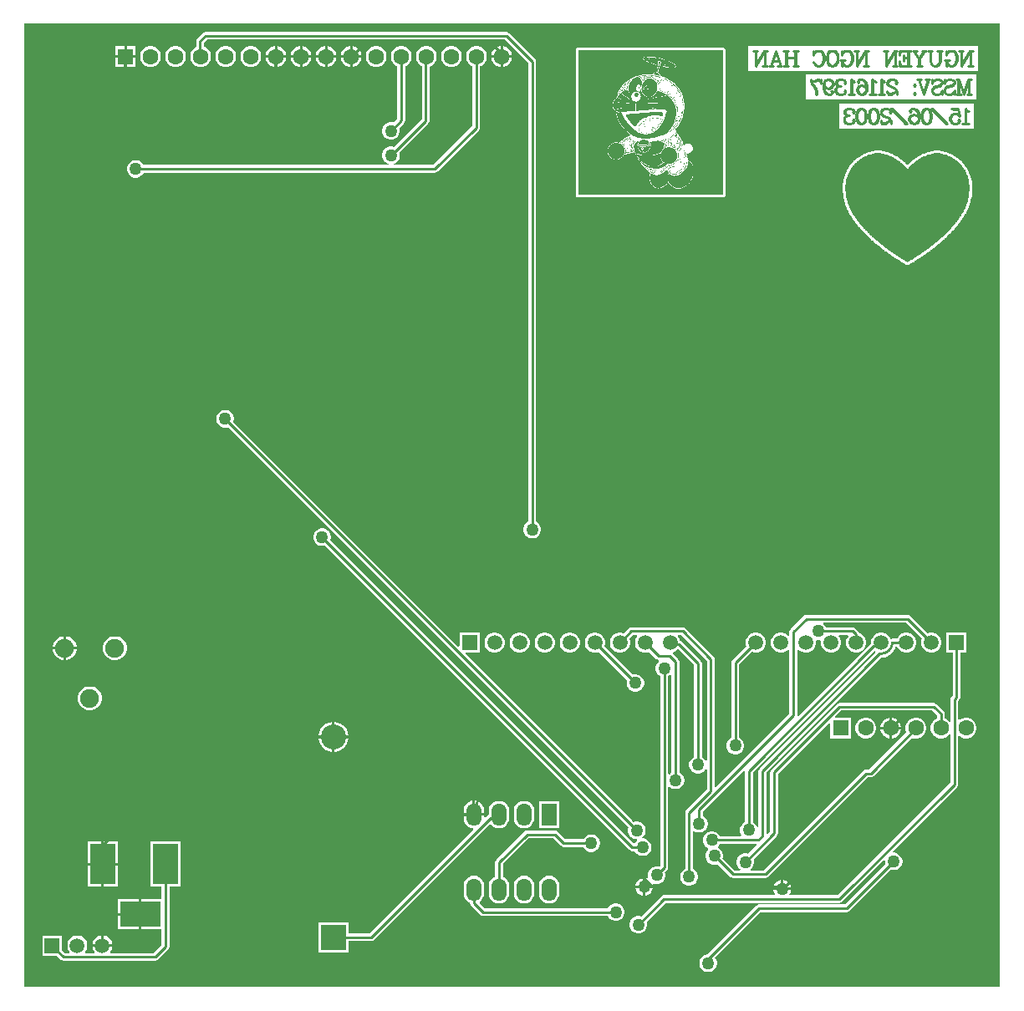
<source format=gbl>
G04*
G04 #@! TF.GenerationSoftware,Altium Limited,Altium Designer,21.0.8 (223)*
G04*
G04 Layer_Physical_Order=2*
G04 Layer_Color=16711680*
%FSTAX24Y24*%
%MOIN*%
G70*
G04*
G04 #@! TF.SameCoordinates,EDDFCF6A-67A3-46E2-8177-59DA37980891*
G04*
G04*
G04 #@! TF.FilePolarity,Positive*
G04*
G01*
G75*
%ADD17C,0.0100*%
%ADD50R,0.0630X0.0630*%
%ADD51C,0.0630*%
%ADD52C,0.0750*%
%ADD53C,0.0598*%
%ADD54R,0.0598X0.0598*%
%ADD55R,0.1600X0.1000*%
%ADD56R,0.1000X0.1600*%
%ADD57R,0.0600X0.0900*%
%ADD58O,0.0600X0.0900*%
%ADD59R,0.1000X0.1000*%
%ADD60C,0.1000*%
%ADD61C,0.0500*%
%ADD62C,0.0100*%
G36*
X062077Y015433D02*
X023179D01*
Y053858D01*
X062077D01*
Y015433D01*
D02*
G37*
%LPC*%
G36*
X042261Y052964D02*
X042257D01*
Y052599D01*
X042622D01*
Y052604D01*
X042593Y052709D01*
X042539Y052804D01*
X042461Y052881D01*
X042367Y052936D01*
X042261Y052964D01*
D02*
G37*
G36*
X042157D02*
X042152D01*
X042047Y052936D01*
X041952Y052881D01*
X041875Y052804D01*
X04182Y052709D01*
X041792Y052604D01*
Y052599D01*
X042157D01*
Y052964D01*
D02*
G37*
G36*
X036261D02*
X036257D01*
Y052599D01*
X036622D01*
Y052604D01*
X036593Y052709D01*
X036539Y052804D01*
X036461Y052881D01*
X036367Y052936D01*
X036261Y052964D01*
D02*
G37*
G36*
X036157D02*
X036152D01*
X036047Y052936D01*
X035952Y052881D01*
X035875Y052804D01*
X03582Y052709D01*
X035792Y052604D01*
Y052599D01*
X036157D01*
Y052964D01*
D02*
G37*
G36*
X035261D02*
X035257D01*
Y052599D01*
X035622D01*
Y052604D01*
X035593Y052709D01*
X035539Y052804D01*
X035461Y052881D01*
X035367Y052936D01*
X035261Y052964D01*
D02*
G37*
G36*
X035157D02*
X035152D01*
X035047Y052936D01*
X034952Y052881D01*
X034875Y052804D01*
X03482Y052709D01*
X034792Y052604D01*
Y052599D01*
X035157D01*
Y052964D01*
D02*
G37*
G36*
X034261D02*
X034257D01*
Y052599D01*
X034622D01*
Y052604D01*
X034593Y052709D01*
X034539Y052804D01*
X034461Y052881D01*
X034367Y052936D01*
X034261Y052964D01*
D02*
G37*
G36*
X034157D02*
X034152D01*
X034047Y052936D01*
X033952Y052881D01*
X033875Y052804D01*
X03382Y052709D01*
X033792Y052604D01*
Y052599D01*
X034157D01*
Y052964D01*
D02*
G37*
G36*
X033261D02*
X033257D01*
Y052599D01*
X033622D01*
Y052604D01*
X033593Y052709D01*
X033539Y052804D01*
X033461Y052881D01*
X033367Y052936D01*
X033261Y052964D01*
D02*
G37*
G36*
X033157D02*
X033152D01*
X033047Y052936D01*
X032952Y052881D01*
X032875Y052804D01*
X03282Y052709D01*
X032792Y052604D01*
Y052599D01*
X033157D01*
Y052964D01*
D02*
G37*
G36*
X027622D02*
X027257D01*
Y052599D01*
X027622D01*
Y052964D01*
D02*
G37*
G36*
X027157D02*
X026792D01*
Y052599D01*
X027157D01*
Y052964D01*
D02*
G37*
G36*
X042622Y052499D02*
X042257D01*
Y052134D01*
X042261D01*
X042367Y052163D01*
X042461Y052217D01*
X042539Y052294D01*
X042593Y052389D01*
X042622Y052495D01*
Y052499D01*
D02*
G37*
G36*
X042157D02*
X041792D01*
Y052495D01*
X04182Y052389D01*
X041875Y052294D01*
X041952Y052217D01*
X042047Y052163D01*
X042152Y052134D01*
X042157D01*
Y052499D01*
D02*
G37*
G36*
X040261Y052964D02*
X040152D01*
X040047Y052936D01*
X039952Y052881D01*
X039875Y052804D01*
X03982Y052709D01*
X039792Y052604D01*
Y052495D01*
X03982Y052389D01*
X039875Y052294D01*
X039952Y052217D01*
X040047Y052163D01*
X040152Y052134D01*
X040261D01*
X040367Y052163D01*
X040461Y052217D01*
X040539Y052294D01*
X040593Y052389D01*
X040622Y052495D01*
Y052604D01*
X040593Y052709D01*
X040539Y052804D01*
X040461Y052881D01*
X040367Y052936D01*
X040261Y052964D01*
D02*
G37*
G36*
X037261D02*
X037152D01*
X037047Y052936D01*
X036952Y052881D01*
X036875Y052804D01*
X03682Y052709D01*
X036792Y052604D01*
Y052495D01*
X03682Y052389D01*
X036875Y052294D01*
X036952Y052217D01*
X037047Y052163D01*
X037152Y052134D01*
X037261D01*
X037367Y052163D01*
X037461Y052217D01*
X037539Y052294D01*
X037593Y052389D01*
X037622Y052495D01*
Y052604D01*
X037593Y052709D01*
X037539Y052804D01*
X037461Y052881D01*
X037367Y052936D01*
X037261Y052964D01*
D02*
G37*
G36*
X036622Y052499D02*
X036257D01*
Y052134D01*
X036261D01*
X036367Y052163D01*
X036461Y052217D01*
X036539Y052294D01*
X036593Y052389D01*
X036622Y052495D01*
Y052499D01*
D02*
G37*
G36*
X036157D02*
X035792D01*
Y052495D01*
X03582Y052389D01*
X035875Y052294D01*
X035952Y052217D01*
X036047Y052163D01*
X036152Y052134D01*
X036157D01*
Y052499D01*
D02*
G37*
G36*
X035622D02*
X035257D01*
Y052134D01*
X035261D01*
X035367Y052163D01*
X035461Y052217D01*
X035539Y052294D01*
X035593Y052389D01*
X035622Y052495D01*
Y052499D01*
D02*
G37*
G36*
X035157D02*
X034792D01*
Y052495D01*
X03482Y052389D01*
X034875Y052294D01*
X034952Y052217D01*
X035047Y052163D01*
X035152Y052134D01*
X035157D01*
Y052499D01*
D02*
G37*
G36*
X034622D02*
X034257D01*
Y052134D01*
X034261D01*
X034367Y052163D01*
X034461Y052217D01*
X034539Y052294D01*
X034593Y052389D01*
X034622Y052495D01*
Y052499D01*
D02*
G37*
G36*
X034157D02*
X033792D01*
Y052495D01*
X03382Y052389D01*
X033875Y052294D01*
X033952Y052217D01*
X034047Y052163D01*
X034152Y052134D01*
X034157D01*
Y052499D01*
D02*
G37*
G36*
X033622D02*
X033257D01*
Y052134D01*
X033261D01*
X033367Y052163D01*
X033461Y052217D01*
X033539Y052294D01*
X033593Y052389D01*
X033622Y052495D01*
Y052499D01*
D02*
G37*
G36*
X033157D02*
X032792D01*
Y052495D01*
X03282Y052389D01*
X032875Y052294D01*
X032952Y052217D01*
X033047Y052163D01*
X033152Y052134D01*
X033157D01*
Y052499D01*
D02*
G37*
G36*
X032261Y052964D02*
X032152D01*
X032047Y052936D01*
X031952Y052881D01*
X031875Y052804D01*
X03182Y052709D01*
X031792Y052604D01*
Y052495D01*
X03182Y052389D01*
X031875Y052294D01*
X031952Y052217D01*
X032047Y052163D01*
X032152Y052134D01*
X032261D01*
X032367Y052163D01*
X032461Y052217D01*
X032539Y052294D01*
X032593Y052389D01*
X032622Y052495D01*
Y052604D01*
X032593Y052709D01*
X032539Y052804D01*
X032461Y052881D01*
X032367Y052936D01*
X032261Y052964D01*
D02*
G37*
G36*
X031261D02*
X031152D01*
X031047Y052936D01*
X030952Y052881D01*
X030875Y052804D01*
X03082Y052709D01*
X030792Y052604D01*
Y052495D01*
X03082Y052389D01*
X030875Y052294D01*
X030952Y052217D01*
X031047Y052163D01*
X031152Y052134D01*
X031261D01*
X031367Y052163D01*
X031461Y052217D01*
X031539Y052294D01*
X031593Y052389D01*
X031622Y052495D01*
Y052604D01*
X031593Y052709D01*
X031539Y052804D01*
X031461Y052881D01*
X031367Y052936D01*
X031261Y052964D01*
D02*
G37*
G36*
X029261D02*
X029152D01*
X029047Y052936D01*
X028952Y052881D01*
X028875Y052804D01*
X02882Y052709D01*
X028792Y052604D01*
Y052495D01*
X02882Y052389D01*
X028875Y052294D01*
X028952Y052217D01*
X029047Y052163D01*
X029152Y052134D01*
X029261D01*
X029367Y052163D01*
X029461Y052217D01*
X029539Y052294D01*
X029593Y052389D01*
X029622Y052495D01*
Y052604D01*
X029593Y052709D01*
X029539Y052804D01*
X029461Y052881D01*
X029367Y052936D01*
X029261Y052964D01*
D02*
G37*
G36*
X028261D02*
X028152D01*
X028047Y052936D01*
X027952Y052881D01*
X027875Y052804D01*
X02782Y052709D01*
X027792Y052604D01*
Y052495D01*
X02782Y052389D01*
X027875Y052294D01*
X027952Y052217D01*
X028047Y052163D01*
X028152Y052134D01*
X028261D01*
X028367Y052163D01*
X028461Y052217D01*
X028539Y052294D01*
X028593Y052389D01*
X028622Y052495D01*
Y052604D01*
X028593Y052709D01*
X028539Y052804D01*
X028461Y052881D01*
X028367Y052936D01*
X028261Y052964D01*
D02*
G37*
G36*
X027622Y052499D02*
X027257D01*
Y052134D01*
X027622D01*
Y052499D01*
D02*
G37*
G36*
X027157D02*
X026792D01*
Y052134D01*
X027157D01*
Y052499D01*
D02*
G37*
G36*
X061193Y052986D02*
X052049D01*
Y051987D01*
X061193D01*
Y052986D01*
D02*
G37*
G36*
X061133Y051845D02*
X054343D01*
Y050845D01*
X061133D01*
Y051845D01*
D02*
G37*
G36*
X038261Y052964D02*
X038152D01*
X038047Y052936D01*
X037952Y052881D01*
X037875Y052804D01*
X03782Y052709D01*
X037792Y052604D01*
Y052495D01*
X03782Y052389D01*
X037875Y052294D01*
X037952Y052217D01*
X038047Y052163D01*
X038054Y052161D01*
Y050057D01*
X037914Y049917D01*
X037841Y049937D01*
X037749D01*
X03766Y049913D01*
X03758Y049867D01*
X037515Y049802D01*
X037469Y049722D01*
X037445Y049633D01*
Y049541D01*
X037469Y049452D01*
X037515Y049372D01*
X03758Y049307D01*
X03766Y04926D01*
X037749Y049237D01*
X037841D01*
X03793Y04926D01*
X03801Y049307D01*
X038075Y049372D01*
X038121Y049452D01*
X038145Y049541D01*
Y049633D01*
X038128Y049698D01*
X038315Y049885D01*
X038348Y049935D01*
X03836Y049993D01*
Y052161D01*
X038367Y052163D01*
X038461Y052217D01*
X038539Y052294D01*
X038593Y052389D01*
X038622Y052495D01*
Y052604D01*
X038593Y052709D01*
X038539Y052804D01*
X038461Y052881D01*
X038367Y052936D01*
X038261Y052964D01*
D02*
G37*
G36*
X061035Y050673D02*
X055659D01*
Y049674D01*
X061035D01*
Y050673D01*
D02*
G37*
G36*
X059702Y048791D02*
X059455D01*
X059416Y048783D01*
X059397Y04877D01*
X059331D01*
X059292Y048762D01*
X059273Y048749D01*
X059249D01*
X05921Y048742D01*
X059191Y048729D01*
X059167D01*
X059128Y048721D01*
X059094Y048699D01*
X059087Y048688D01*
X059084D01*
X059045Y04868D01*
X059026Y048667D01*
X059022D01*
X058983Y048659D01*
X05895Y048637D01*
X058943Y048626D01*
X05894D01*
X058901Y048618D01*
X058868Y048596D01*
X05886Y048584D01*
X058854Y04858D01*
X058839Y048577D01*
X058813Y048559D01*
X058798Y048556D01*
X058765Y048534D01*
X058757Y048522D01*
X058751Y048518D01*
X058736Y048515D01*
X058703Y048493D01*
X058695Y048481D01*
X058683Y048472D01*
X058674Y04846D01*
X058669Y048456D01*
X058654Y048453D01*
X058621Y048431D01*
X058613Y048419D01*
X0586Y048411D01*
X058592Y048398D01*
X05858Y04839D01*
X058571Y048378D01*
X058559Y048369D01*
X058551Y048357D01*
X058545Y048353D01*
X05853Y04835D01*
X058497Y048328D01*
X058489Y048316D01*
X058477Y048308D01*
X058468Y048295D01*
X058456Y048287D01*
X058448Y048275D01*
X058435Y048267D01*
X058427Y048254D01*
X058415Y048246D01*
X058374D01*
X058361Y048254D01*
X058353Y048267D01*
X058341Y048275D01*
X058333Y048287D01*
X05832Y048295D01*
X058312Y048308D01*
X0583Y048316D01*
X058291Y048328D01*
X058258Y04835D01*
X058244Y048353D01*
X058238Y048357D01*
X05823Y048369D01*
X058217Y048378D01*
X058209Y04839D01*
X058197Y048398D01*
X058188Y048411D01*
X058176Y048419D01*
X058168Y048431D01*
X058135Y048453D01*
X05812Y048456D01*
X058114Y04846D01*
X058106Y048472D01*
X058094Y048481D01*
X058085Y048493D01*
X058052Y048515D01*
X058038Y048518D01*
X058032Y048522D01*
X058024Y048534D01*
X057991Y048556D01*
X057976Y048559D01*
X057949Y048577D01*
X057935Y04858D01*
X057929Y048584D01*
X057921Y048596D01*
X057888Y048618D01*
X057873Y048621D01*
X057846Y048639D01*
X057832Y048642D01*
X057805Y048659D01*
X05779Y048662D01*
X057764Y04868D01*
X057725Y048688D01*
X057721D01*
X057702Y048701D01*
X057687Y048703D01*
X057661Y048721D01*
X057622Y048729D01*
X057598D01*
X057579Y048742D01*
X05754Y048749D01*
X057516D01*
X057496Y048762D01*
X057457Y04877D01*
X057413D01*
X057393Y048783D01*
X057354Y048791D01*
X057087D01*
X057048Y048783D01*
X057028Y04877D01*
X056984D01*
X056945Y048762D01*
X056925Y048749D01*
X056901D01*
X056862Y048742D01*
X056843Y048729D01*
X056819D01*
X05678Y048721D01*
X056753Y048703D01*
X056739Y048701D01*
X056712Y048683D01*
X056697Y04868D01*
X056678Y048667D01*
X056675D01*
X056636Y048659D01*
X056603Y048637D01*
X056594Y048625D01*
X056589Y048621D01*
X056574Y048618D01*
X056547Y0486D01*
X056533Y048598D01*
X056506Y04858D01*
X056492Y048577D01*
X056458Y048555D01*
X05645Y048542D01*
X056438Y048534D01*
X05643Y048522D01*
X056424Y048518D01*
X056409Y048515D01*
X056376Y048493D01*
X056368Y048481D01*
X056355Y048472D01*
X056347Y04846D01*
X056335Y048452D01*
X056327Y04844D01*
X056314Y048431D01*
X056306Y048419D01*
X0563Y048415D01*
X056286Y048412D01*
X056253Y04839D01*
X056244Y048378D01*
X056232Y048369D01*
X05621Y048336D01*
X056207Y048322D01*
X056203Y048316D01*
X056191Y048308D01*
X056182Y048295D01*
X05617Y048287D01*
X056162Y048275D01*
X05615Y048267D01*
X056141Y048254D01*
X056129Y048246D01*
X056121Y048234D01*
X056108Y048225D01*
X056086Y048192D01*
X056083Y048177D01*
X05608Y048172D01*
X056067Y048164D01*
X056045Y04813D01*
X056042Y048116D01*
X056038Y04811D01*
X056026Y048102D01*
X056004Y048069D01*
X056001Y048054D01*
X055983Y048028D01*
X05598Y048013D01*
X055963Y047986D01*
X05596Y047972D01*
X055942Y047945D01*
X055934Y047906D01*
Y047903D01*
X055922Y047883D01*
X055919Y047869D01*
X055901Y047842D01*
X055893Y047803D01*
Y0478D01*
X05588Y04778D01*
X055873Y047741D01*
Y047717D01*
X05586Y047698D01*
X055852Y047659D01*
Y047655D01*
X055839Y047636D01*
X055831Y047597D01*
Y047511D01*
X055819Y047492D01*
X055811Y047453D01*
Y047165D01*
X055819Y047126D01*
X055831Y047107D01*
Y046979D01*
X055839Y04694D01*
X055852Y046921D01*
Y046897D01*
X05586Y046858D01*
X055873Y046839D01*
Y046794D01*
X05588Y046755D01*
X055893Y046736D01*
Y046732D01*
X055901Y046693D01*
X055914Y046674D01*
Y04667D01*
X055922Y046631D01*
X055934Y046612D01*
Y046609D01*
X055942Y04657D01*
X05596Y046543D01*
X055963Y046528D01*
X055976Y046509D01*
Y046506D01*
X055983Y046467D01*
X056001Y04644D01*
X056004Y046426D01*
X056026Y046392D01*
X056037Y046385D01*
Y046382D01*
X056045Y046343D01*
X056067Y04631D01*
X05608Y046302D01*
X056083Y046296D01*
X056086Y046281D01*
X056104Y046255D01*
X056107Y04624D01*
X056125Y046214D01*
X056127Y046199D01*
X05615Y046166D01*
X056162Y046158D01*
X056166Y046152D01*
X056169Y046137D01*
X056191Y046104D01*
X056203Y046096D01*
X056207Y04609D01*
X05621Y046075D01*
X056232Y046042D01*
X056244Y046034D01*
X056253Y046022D01*
X056265Y046013D01*
X056269Y046008D01*
X056272Y045993D01*
X056294Y04596D01*
X056306Y045952D01*
X05631Y045946D01*
X056313Y045931D01*
X056335Y045898D01*
X056347Y04589D01*
X056355Y045878D01*
X056368Y045869D01*
X056376Y045857D01*
X056388Y045849D01*
X056392Y045843D01*
X056395Y045828D01*
X056417Y045795D01*
X05643Y045787D01*
X056438Y045775D01*
X05645Y045766D01*
X056458Y045754D01*
X056471Y045746D01*
X056479Y045733D01*
X056491Y045725D01*
X0565Y045713D01*
X056512Y045705D01*
X05652Y045692D01*
X056533Y045684D01*
X056536Y045678D01*
X056539Y045664D01*
X056561Y04563D01*
X056574Y045622D01*
X056582Y04561D01*
X056594Y045602D01*
X056603Y045589D01*
X056615Y045581D01*
X056623Y045569D01*
X056636Y04556D01*
X056644Y045548D01*
X056656Y04554D01*
X056664Y045527D01*
X056677Y045519D01*
X056685Y045507D01*
X056697Y045499D01*
X056706Y045486D01*
X056718Y045478D01*
X056726Y045466D01*
X056739Y045457D01*
X056747Y045445D01*
X056759Y045437D01*
X056767Y045425D01*
X05678Y045416D01*
X056788Y045404D01*
X0568Y045396D01*
X056809Y045383D01*
X056821Y045375D01*
X056829Y045363D01*
X056841Y045354D01*
X05685Y045342D01*
X056862Y045334D01*
X05687Y045322D01*
X056883Y045313D01*
X056891Y045301D01*
X056903Y045293D01*
X056912Y04528D01*
X056924Y045272D01*
X056932Y04526D01*
X056944Y045252D01*
X056953Y045239D01*
X056986Y045217D01*
X057001Y045214D01*
X057006Y04521D01*
X057014Y045198D01*
X057027Y04519D01*
X057035Y045177D01*
X057047Y045169D01*
X057056Y045157D01*
X057068Y045149D01*
X057076Y045136D01*
X057101Y04512D01*
X057117Y045095D01*
X057151Y045073D01*
X057165Y04507D01*
X057171Y045066D01*
X057179Y045054D01*
X057192Y045046D01*
X0572Y045033D01*
X057233Y045011D01*
X057248Y045008D01*
X057253Y045004D01*
X057262Y044992D01*
X057274Y044984D01*
X057282Y044971D01*
X057295Y044963D01*
X057303Y044951D01*
X057315Y044943D01*
X057323Y04493D01*
X057356Y044908D01*
X057371Y044905D01*
X057377Y044901D01*
X057385Y044889D01*
X057398Y044881D01*
X057406Y044868D01*
X057439Y044846D01*
X057454Y044843D01*
X057459Y04484D01*
X057468Y044827D01*
X05748Y044819D01*
X057488Y044807D01*
X057521Y044785D01*
X057536Y044782D01*
X057542Y044778D01*
X05755Y044766D01*
X057562Y044757D01*
X057571Y044745D01*
X057604Y044723D01*
X057618Y04472D01*
X057624Y044716D01*
X057632Y044704D01*
X057665Y044682D01*
X05768Y044679D01*
X057686Y044675D01*
X057694Y044663D01*
X057727Y04464D01*
X057742Y044638D01*
X057748Y044634D01*
X057756Y044621D01*
X057768Y044613D01*
X057776Y044601D01*
X05781Y044579D01*
X057824Y044576D01*
X057851Y044558D01*
X057866Y044555D01*
X057871Y044551D01*
X057879Y044539D01*
X057913Y044517D01*
X057927Y044514D01*
X057933Y04451D01*
X057941Y044498D01*
X057974Y044476D01*
X057989Y044473D01*
X057995Y044469D01*
X058003Y044457D01*
X058036Y044434D01*
X058051Y044432D01*
X058057Y044428D01*
X058065Y044415D01*
X058098Y044393D01*
X058113Y04439D01*
X058118Y044387D01*
X058127Y044374D01*
X05816Y044352D01*
X058174Y044349D01*
X058201Y044332D01*
X058216Y044329D01*
X058242Y044311D01*
X058257Y044308D01*
X058262Y044304D01*
X058271Y044292D01*
X058304Y04427D01*
X058319Y044267D01*
X058345Y044249D01*
X058384Y044241D01*
X058405D01*
X058444Y044249D01*
X058477Y044271D01*
X058485Y044284D01*
X058491Y044287D01*
X058505Y04429D01*
X058532Y044308D01*
X058547Y044311D01*
X058573Y044329D01*
X058588Y044332D01*
X058614Y044349D01*
X058629Y044352D01*
X058662Y044374D01*
X05867Y044387D01*
X058676Y04439D01*
X058691Y044393D01*
X058724Y044415D01*
X058732Y044428D01*
X058738Y044432D01*
X058753Y044434D01*
X058786Y044457D01*
X058794Y044469D01*
X0588Y044473D01*
X058814Y044476D01*
X058841Y044493D01*
X058856Y044496D01*
X058889Y044518D01*
X058897Y044531D01*
X058909Y044539D01*
X058917Y044551D01*
X058923Y044555D01*
X058938Y044558D01*
X058964Y044576D01*
X058979Y044579D01*
X059012Y044601D01*
X05902Y044613D01*
X059033Y044621D01*
X059041Y044634D01*
X059047Y044638D01*
X059061Y04464D01*
X059095Y044663D01*
X059103Y044675D01*
X059108Y044679D01*
X059123Y044682D01*
X059156Y044704D01*
X059165Y044716D01*
X059177Y044724D01*
X059185Y044737D01*
X059191Y04474D01*
X059206Y044743D01*
X059239Y044766D01*
X059247Y044778D01*
X059253Y044782D01*
X059267Y044785D01*
X0593Y044807D01*
X059309Y044819D01*
X059321Y044827D01*
X059329Y04484D01*
X059335Y044843D01*
X05935Y044846D01*
X059383Y044868D01*
X059391Y044881D01*
X059403Y044889D01*
X059412Y044901D01*
X059417Y044905D01*
X059432Y044908D01*
X059465Y04493D01*
X059473Y044943D01*
X059486Y044951D01*
X059494Y044963D01*
X059506Y044971D01*
X059515Y044984D01*
X059527Y044992D01*
X059535Y045004D01*
X059541Y045008D01*
X059556Y045011D01*
X059589Y045033D01*
X059597Y045046D01*
X059609Y045054D01*
X059618Y045066D01*
X059623Y04507D01*
X059638Y045073D01*
X059671Y045095D01*
X059679Y045107D01*
X059692Y045116D01*
X0597Y045128D01*
X059712Y045136D01*
X059721Y045149D01*
X059733Y045157D01*
X059741Y045169D01*
X059754Y045177D01*
X059762Y04519D01*
X059774Y045198D01*
X059782Y04521D01*
X059795Y045219D01*
X059803Y045231D01*
X059809Y045235D01*
X059823Y045238D01*
X059857Y04526D01*
X059865Y045272D01*
X059877Y04528D01*
X059885Y045293D01*
X059898Y045301D01*
X059906Y045313D01*
X059918Y045322D01*
X059927Y045334D01*
X059939Y045342D01*
X059947Y045354D01*
X059959Y045363D01*
X059968Y045375D01*
X05998Y045383D01*
X059988Y045396D01*
X060001Y045404D01*
X060009Y045416D01*
X060021Y045425D01*
X06003Y045437D01*
X060042Y045445D01*
X06005Y045457D01*
X060062Y045466D01*
X060071Y045478D01*
X060083Y045486D01*
X060091Y045499D01*
X060104Y045507D01*
X060112Y045519D01*
X060124Y045527D01*
X060132Y04554D01*
X060145Y045548D01*
X060153Y04556D01*
X060165Y045569D01*
X060174Y045581D01*
X060186Y045589D01*
X060194Y045602D01*
X060207Y04561D01*
X060215Y045622D01*
X060227Y04563D01*
X060235Y045643D01*
X060248Y045651D01*
X06027Y045684D01*
X060273Y045699D01*
X060277Y045705D01*
X060289Y045713D01*
X060297Y045725D01*
X06031Y045733D01*
X060318Y045746D01*
X06033Y045754D01*
X060338Y045766D01*
X060351Y045775D01*
X060359Y045787D01*
X060371Y045795D01*
X060393Y045828D01*
X060396Y045843D01*
X0604Y045849D01*
X060413Y045857D01*
X060421Y045869D01*
X060433Y045878D01*
X060441Y04589D01*
X060454Y045898D01*
X060476Y045931D01*
X060479Y045946D01*
X060483Y045952D01*
X060495Y04596D01*
X060517Y045993D01*
X06052Y046008D01*
X060524Y046013D01*
X060536Y046022D01*
X060544Y046034D01*
X060557Y046042D01*
X060579Y046075D01*
X060582Y04609D01*
X060586Y046096D01*
X060598Y046104D01*
X06062Y046137D01*
X060623Y046152D01*
X060641Y046178D01*
X060644Y046193D01*
X060647Y046199D01*
X06066Y046207D01*
X060682Y04624D01*
X060685Y046255D01*
X060689Y046261D01*
X060701Y046269D01*
X060723Y046302D01*
X060726Y046317D01*
X060744Y046343D01*
X060746Y046358D01*
X060764Y046384D01*
X060767Y046399D01*
X060785Y046426D01*
X060788Y04644D01*
X060805Y046467D01*
X060813Y046506D01*
Y046509D01*
X060826Y046528D01*
X060829Y046543D01*
X060847Y04657D01*
X060854Y046609D01*
Y046612D01*
X060867Y046631D01*
X060875Y04667D01*
Y046674D01*
X060888Y046693D01*
X060895Y046732D01*
Y046736D01*
X060908Y046755D01*
X060916Y046794D01*
Y046859D01*
X060929Y046879D01*
X060937Y046918D01*
Y046921D01*
X060949Y04694D01*
X060957Y046979D01*
Y047107D01*
X06097Y047126D01*
X060978Y047165D01*
Y047453D01*
X06097Y047492D01*
X060957Y047511D01*
Y047597D01*
X060949Y047636D01*
X060937Y047655D01*
Y047659D01*
X060929Y047698D01*
X060916Y047717D01*
Y047741D01*
X060908Y04778D01*
X060895Y0478D01*
Y047803D01*
X060888Y047842D01*
X06087Y047869D01*
X060867Y047883D01*
X060854Y047903D01*
Y047906D01*
X060847Y047945D01*
X060829Y047972D01*
X060826Y047986D01*
X060808Y048013D01*
X060805Y048028D01*
X060788Y048054D01*
X060785Y048069D01*
X060763Y048102D01*
X06075Y04811D01*
X060746Y048116D01*
X060744Y04813D01*
X060721Y048164D01*
X060709Y048172D01*
X060701Y048184D01*
X060689Y048192D01*
X060685Y048198D01*
X060682Y048213D01*
X06066Y048246D01*
X060647Y048254D01*
X060639Y048267D01*
X060627Y048275D01*
X060618Y048287D01*
X060606Y048295D01*
X060598Y048308D01*
X060586Y048316D01*
X060582Y048322D01*
X060579Y048336D01*
X060557Y048369D01*
X060524Y048392D01*
X060509Y048395D01*
X060503Y048398D01*
X060495Y048411D01*
X060483Y048419D01*
X060474Y048431D01*
X060462Y04844D01*
X060454Y048452D01*
X060441Y04846D01*
X060433Y048472D01*
X060421Y048481D01*
X060413Y048493D01*
X060379Y048515D01*
X060365Y048518D01*
X060359Y048522D01*
X060351Y048534D01*
X060318Y048556D01*
X060303Y048559D01*
X060297Y048563D01*
X060289Y048575D01*
X060256Y048598D01*
X060241Y0486D01*
X060215Y048618D01*
X0602Y048621D01*
X060194Y048625D01*
X060186Y048637D01*
X060153Y048659D01*
X060114Y048667D01*
X06011D01*
X060091Y04868D01*
X060076Y048683D01*
X06005Y048701D01*
X060035Y048703D01*
X060009Y048721D01*
X05997Y048729D01*
X059946D01*
X059926Y048742D01*
X059887Y048749D01*
X059863D01*
X059844Y048762D01*
X059805Y04877D01*
X05976D01*
X059741Y048783D01*
X059702Y048791D01*
D02*
G37*
G36*
X041261Y052964D02*
X041152D01*
X041047Y052936D01*
X040952Y052881D01*
X040875Y052804D01*
X04082Y052709D01*
X040792Y052604D01*
Y052495D01*
X04082Y052389D01*
X040875Y052294D01*
X040952Y052217D01*
X041047Y052163D01*
X041048Y052162D01*
Y049785D01*
X039487Y048224D01*
X037906D01*
X037899Y048274D01*
X037935Y048284D01*
X038015Y04833D01*
X03808Y048395D01*
X038126Y048475D01*
X03815Y048564D01*
Y048656D01*
X038131Y048725D01*
X039285Y049879D01*
X039318Y049929D01*
X03933Y049987D01*
Y052153D01*
X039367Y052163D01*
X039461Y052217D01*
X039539Y052294D01*
X039593Y052389D01*
X039622Y052495D01*
Y052604D01*
X039593Y052709D01*
X039539Y052804D01*
X039461Y052881D01*
X039367Y052936D01*
X039261Y052964D01*
X039152D01*
X039047Y052936D01*
X038952Y052881D01*
X038875Y052804D01*
X03882Y052709D01*
X038792Y052604D01*
Y052495D01*
X03882Y052389D01*
X038875Y052294D01*
X038952Y052217D01*
X039024Y052175D01*
Y050051D01*
X037915Y048941D01*
X037846Y04896D01*
X037754D01*
X037665Y048936D01*
X037585Y04889D01*
X03752Y048825D01*
X037474Y048745D01*
X03745Y048656D01*
Y048564D01*
X037474Y048475D01*
X03752Y048395D01*
X037585Y04833D01*
X037665Y048284D01*
X037701Y048274D01*
X037694Y048224D01*
X027934D01*
X027898Y048286D01*
X027833Y048351D01*
X027753Y048397D01*
X027664Y048421D01*
X027572D01*
X027483Y048397D01*
X027403Y048351D01*
X027338Y048286D01*
X027292Y048206D01*
X027268Y048117D01*
Y048025D01*
X027292Y047936D01*
X027338Y047856D01*
X027403Y047791D01*
X027483Y047745D01*
X027572Y047721D01*
X027664D01*
X027753Y047745D01*
X027833Y047791D01*
X027898Y047856D01*
X027934Y047918D01*
X039551D01*
X039609Y04793D01*
X039659Y047963D01*
X041309Y049613D01*
X041342Y049663D01*
X041354Y049721D01*
Y052159D01*
X041367Y052163D01*
X041461Y052217D01*
X041539Y052294D01*
X041593Y052389D01*
X041622Y052495D01*
Y052604D01*
X041593Y052709D01*
X041539Y052804D01*
X041461Y052881D01*
X041367Y052936D01*
X041261Y052964D01*
D02*
G37*
G36*
X051038Y052908D02*
X045261D01*
X045222Y0529D01*
X045189Y052878D01*
X045167Y052845D01*
X045159Y052806D01*
Y052442D01*
Y05195D01*
Y051458D01*
Y050965D01*
Y050473D01*
Y049981D01*
Y049489D01*
Y048997D01*
Y048505D01*
Y048012D01*
Y04752D01*
Y047028D01*
X045167Y046989D01*
X045189Y046956D01*
X045222Y046934D01*
X045261Y046926D01*
X051038D01*
X051077Y046934D01*
X05111Y046956D01*
X051133Y046989D01*
X05114Y047028D01*
Y047392D01*
Y047884D01*
Y048376D01*
Y048868D01*
Y049361D01*
Y049853D01*
Y050345D01*
Y050837D01*
Y051329D01*
Y051821D01*
Y052313D01*
Y052806D01*
X051133Y052845D01*
X05111Y052878D01*
X051077Y0529D01*
X051038Y052908D01*
D02*
G37*
G36*
X0424Y053533D02*
X030397D01*
X030339Y053521D01*
X030289Y053488D01*
X030069Y053268D01*
X030036Y053219D01*
X030024Y05316D01*
Y052923D01*
X029952Y052881D01*
X029875Y052804D01*
X02982Y052709D01*
X029792Y052604D01*
Y052495D01*
X02982Y052389D01*
X029875Y052294D01*
X029952Y052217D01*
X030047Y052163D01*
X030152Y052134D01*
X030261D01*
X030367Y052163D01*
X030461Y052217D01*
X030539Y052294D01*
X030593Y052389D01*
X030622Y052495D01*
Y052604D01*
X030593Y052709D01*
X030539Y052804D01*
X030461Y052881D01*
X030367Y052936D01*
X03033Y052946D01*
Y053097D01*
X030461Y053227D01*
X042337D01*
X043277Y052287D01*
Y033996D01*
X043215Y03396D01*
X04315Y033895D01*
X043104Y033815D01*
X04308Y033726D01*
Y033634D01*
X043104Y033545D01*
X04315Y033465D01*
X043215Y0334D01*
X043295Y033354D01*
X043384Y03333D01*
X043476D01*
X043565Y033354D01*
X043645Y0334D01*
X04371Y033465D01*
X043756Y033545D01*
X04378Y033634D01*
Y033726D01*
X043756Y033815D01*
X04371Y033895D01*
X043645Y03396D01*
X043583Y033996D01*
Y05235D01*
X043571Y052409D01*
X043538Y052458D01*
X042508Y053488D01*
X042459Y053521D01*
X0424Y053533D01*
D02*
G37*
G36*
X024846Y029422D02*
X024833D01*
Y028997D01*
X025258D01*
Y029009D01*
X025226Y02913D01*
X025164Y029239D01*
X025075Y029327D01*
X024967Y029389D01*
X024846Y029422D01*
D02*
G37*
G36*
X024733D02*
X024721D01*
X0246Y029389D01*
X024492Y029327D01*
X024403Y029239D01*
X024341Y02913D01*
X024308Y029009D01*
Y028997D01*
X024733D01*
Y029422D01*
D02*
G37*
G36*
X058396Y030273D02*
X05436D01*
X054301Y030261D01*
X054252Y030228D01*
X053732Y029708D01*
X053699Y029659D01*
X053687Y0296D01*
Y029464D01*
X053637Y029443D01*
X053588Y029493D01*
X053497Y029545D01*
X053395Y029572D01*
X05329D01*
X053188Y029545D01*
X053097Y029493D01*
X053023Y029418D01*
X052971Y029327D01*
X052943Y029226D01*
Y029121D01*
X052971Y029019D01*
X053023Y028928D01*
X053097Y028854D01*
X053188Y028801D01*
X05329Y028774D01*
X053395D01*
X053497Y028801D01*
X053588Y028854D01*
X053637Y028903D01*
X053687Y028882D01*
Y026325D01*
X050749Y023387D01*
X050703Y023406D01*
Y02851D01*
X050691Y028569D01*
X050658Y028618D01*
X049538Y029738D01*
X049489Y029771D01*
X04943Y029783D01*
X047384D01*
X047325Y029771D01*
X047276Y029738D01*
X047082Y029545D01*
X047081Y029545D01*
X04698Y029572D01*
X046875D01*
X046773Y029545D01*
X046682Y029493D01*
X046608Y029418D01*
X046555Y029327D01*
X046528Y029226D01*
Y029121D01*
X046555Y029019D01*
X046608Y028928D01*
X046682Y028854D01*
X046773Y028801D01*
X046875Y028774D01*
X04698D01*
X047081Y028801D01*
X047172Y028854D01*
X047247Y028928D01*
X047299Y029019D01*
X047326Y029121D01*
Y029226D01*
X047299Y029327D01*
X047299Y029328D01*
X047447Y029477D01*
X047601D01*
X04762Y029431D01*
X047608Y029418D01*
X047555Y029327D01*
X047528Y029226D01*
Y029121D01*
X047555Y029019D01*
X047608Y028928D01*
X047682Y028854D01*
X047773Y028801D01*
X047875Y028774D01*
X04798D01*
X048081Y028801D01*
X048082Y028802D01*
X048362Y028522D01*
X048412Y028489D01*
X04847Y028477D01*
X048474D01*
X048487Y028427D01*
X048475Y02842D01*
X04841Y028355D01*
X048364Y028275D01*
X04834Y028186D01*
Y028094D01*
X048364Y028005D01*
X04841Y027925D01*
X048475Y02786D01*
X048537Y027824D01*
Y020255D01*
X0485Y020223D01*
X048436Y02024D01*
X048344D01*
X048255Y020216D01*
X048175Y02017D01*
X04811Y020105D01*
X048064Y020025D01*
X04804Y019936D01*
Y019844D01*
X048053Y019794D01*
X048043Y019779D01*
X048012Y019756D01*
X04794Y019775D01*
Y019476D01*
X048239D01*
X048227Y019523D01*
X048237Y019537D01*
X048268Y01956D01*
X048344Y01954D01*
X048436D01*
X048525Y019564D01*
X048605Y01961D01*
X04867Y019675D01*
X048716Y019755D01*
X04874Y019844D01*
Y019936D01*
X048721Y020005D01*
X048798Y020082D01*
X048831Y020131D01*
X048843Y02019D01*
Y023406D01*
X048893Y023426D01*
X048925Y023394D01*
X049005Y023348D01*
X049094Y023324D01*
X049186D01*
X049275Y023348D01*
X049355Y023394D01*
X04942Y023459D01*
X049466Y023539D01*
X04949Y023628D01*
Y02372D01*
X049466Y023809D01*
X04942Y023889D01*
X049355Y023954D01*
X049293Y02399D01*
Y0284D01*
X049281Y028459D01*
X049248Y028508D01*
X049023Y028734D01*
X049023Y028755D01*
X049033Y028788D01*
X049081Y028801D01*
X049172Y028854D01*
X049244Y028926D01*
X049886Y028283D01*
Y024611D01*
X049824Y024576D01*
X049759Y02451D01*
X049713Y024431D01*
X049689Y024342D01*
Y024249D01*
X049713Y02416D01*
X049759Y024081D01*
X049824Y024015D01*
X049904Y023969D01*
X049993Y023945D01*
X050085D01*
X050174Y023969D01*
X050254Y024015D01*
X050319Y024081D01*
X050347Y024128D01*
X050397Y024115D01*
Y023317D01*
X049572Y022492D01*
X049539Y022443D01*
X049527Y022384D01*
Y020146D01*
X049465Y02011D01*
X0494Y020045D01*
X049354Y019965D01*
X04933Y019876D01*
Y019784D01*
X049354Y019695D01*
X0494Y019615D01*
X049465Y01955D01*
X049545Y019504D01*
X049634Y01948D01*
X049726D01*
X049815Y019504D01*
X049895Y01955D01*
X04996Y019615D01*
X050006Y019695D01*
X05003Y019784D01*
Y019876D01*
X050006Y019965D01*
X04996Y020045D01*
X049895Y02011D01*
X049833Y020146D01*
Y021626D01*
X049883Y02165D01*
X049945Y021614D01*
X050034Y02159D01*
X050126D01*
X050215Y021614D01*
X050295Y02166D01*
X05036Y021725D01*
X050406Y021805D01*
X05043Y021894D01*
Y021986D01*
X050406Y022075D01*
X05036Y022155D01*
X050295Y02222D01*
X050233Y022256D01*
Y022438D01*
X051872Y024077D01*
X051918Y024052D01*
X051917Y024048D01*
Y022006D01*
X051855Y02197D01*
X05179Y021905D01*
X051744Y021825D01*
X05172Y021736D01*
Y021644D01*
X051744Y021555D01*
X05178Y021493D01*
X051756Y021443D01*
X050906D01*
X05087Y021505D01*
X050805Y02157D01*
X050725Y021616D01*
X050636Y02164D01*
X050544D01*
X050455Y021616D01*
X050375Y02157D01*
X05031Y021505D01*
X050264Y021425D01*
X05024Y021336D01*
Y021244D01*
X050264Y021155D01*
X05031Y021075D01*
X050375Y02101D01*
X050433Y020976D01*
X050445Y020923D01*
X050443Y020915D01*
X05041Y020883D01*
X050364Y020803D01*
X05034Y020714D01*
Y020622D01*
X050364Y020533D01*
X05041Y020453D01*
X050475Y020388D01*
X050555Y020342D01*
X050644Y020318D01*
X050736D01*
X050805Y020336D01*
X05132Y019822D01*
X051369Y019789D01*
X051428Y019777D01*
X052725D01*
X052784Y019789D01*
X052833Y019822D01*
X056813Y023801D01*
X056927D01*
X056985Y023813D01*
X057035Y023846D01*
X058564Y025375D01*
X05857Y025371D01*
X058676Y025343D01*
X058785D01*
X05889Y025371D01*
X058985Y025426D01*
X059062Y025503D01*
X059117Y025598D01*
X059145Y025703D01*
Y025813D01*
X059117Y025918D01*
X059062Y026013D01*
X058985Y02609D01*
X05889Y026145D01*
X058785Y026173D01*
X058676D01*
X05857Y026145D01*
X058476Y02609D01*
X058398Y026013D01*
X058344Y025918D01*
X058315Y025813D01*
Y025703D01*
X058344Y025598D01*
X058347Y025591D01*
X056863Y024107D01*
X05675D01*
X056691Y024096D01*
X056642Y024063D01*
X052662Y020083D01*
X052146D01*
X052133Y020133D01*
X052145Y02014D01*
X05221Y020205D01*
X052256Y020285D01*
X05228Y020374D01*
Y020466D01*
X052261Y020535D01*
X053178Y021452D01*
X053211Y021501D01*
X053223Y02156D01*
Y023932D01*
X055269Y025978D01*
X055315Y025959D01*
Y025343D01*
X056145D01*
Y026173D01*
X055529D01*
X05551Y026219D01*
X055752Y026461D01*
X059376D01*
X059577Y026259D01*
Y026146D01*
X05957Y026145D01*
X059476Y02609D01*
X059398Y026013D01*
X059344Y025918D01*
X059315Y025813D01*
Y025703D01*
X059344Y025598D01*
X059398Y025503D01*
X059476Y025426D01*
X05957Y025371D01*
X059676Y025343D01*
X059785D01*
X05989Y025371D01*
X059985Y025426D01*
X060057Y025498D01*
X060107Y02549D01*
Y023583D01*
X055617Y019093D01*
X053701D01*
X053685Y019143D01*
X053726Y019215D01*
X053749Y0193D01*
X053051D01*
X053074Y019215D01*
X053115Y019143D01*
X053099Y019093D01*
X04868D01*
X048621Y019081D01*
X048572Y019048D01*
X047775Y018251D01*
X047706Y01827D01*
X047614D01*
X047525Y018246D01*
X047445Y0182D01*
X04738Y018135D01*
X047334Y018055D01*
X04731Y017966D01*
Y017874D01*
X047334Y017785D01*
X04738Y017705D01*
X047445Y01764D01*
X047525Y017594D01*
X047614Y01757D01*
X047706D01*
X047795Y017594D01*
X047875Y01764D01*
X04794Y017705D01*
X047986Y017785D01*
X04801Y017874D01*
Y017966D01*
X047991Y018035D01*
X048743Y018787D01*
X05568D01*
X055739Y018799D01*
X055788Y018832D01*
X05744Y020484D01*
X05749Y020463D01*
Y020394D01*
X057509Y020325D01*
X055907Y018723D01*
X05247D01*
X052411Y018711D01*
X052362Y018678D01*
X050414Y01673D01*
X050394D01*
X050305Y016706D01*
X050225Y01666D01*
X05016Y016595D01*
X050114Y016515D01*
X05009Y016426D01*
Y016334D01*
X050114Y016245D01*
X05016Y016165D01*
X050225Y0161D01*
X050305Y016054D01*
X050394Y01603D01*
X050486D01*
X050575Y016054D01*
X050655Y0161D01*
X05072Y016165D01*
X050766Y016245D01*
X05079Y016334D01*
Y016426D01*
X050766Y016515D01*
X05072Y016595D01*
X050716Y016599D01*
X052533Y018417D01*
X05597D01*
X056029Y018429D01*
X056078Y018462D01*
X057725Y020109D01*
X057794Y02009D01*
X057886D01*
X057975Y020114D01*
X058055Y02016D01*
X05812Y020225D01*
X058166Y020305D01*
X05819Y020394D01*
Y020486D01*
X058166Y020575D01*
X05812Y020655D01*
X058055Y02072D01*
X057975Y020766D01*
X057886Y02079D01*
X057817D01*
X057796Y02084D01*
X060368Y023412D01*
X060401Y023461D01*
X060413Y02352D01*
Y025423D01*
X060459Y025442D01*
X060476Y025426D01*
X06057Y025371D01*
X060676Y025343D01*
X060785D01*
X06089Y025371D01*
X060985Y025426D01*
X061062Y025503D01*
X061117Y025598D01*
X061145Y025703D01*
Y025813D01*
X061117Y025918D01*
X061062Y026013D01*
X060985Y02609D01*
X06089Y026145D01*
X060785Y026173D01*
X060676D01*
X06057Y026145D01*
X060476Y02609D01*
X060459Y026074D01*
X060413Y026093D01*
Y026837D01*
X060451Y026874D01*
X060484Y026924D01*
X060495Y026983D01*
Y028774D01*
X060742D01*
Y029572D01*
X059943D01*
Y028774D01*
X06019D01*
Y027046D01*
X060152Y027008D01*
X060119Y026959D01*
X060107Y0269D01*
Y026025D01*
X060057Y026018D01*
X059985Y02609D01*
X05989Y026145D01*
X059883Y026146D01*
Y026323D01*
X059872Y026381D01*
X059838Y026431D01*
X059547Y026722D01*
X059497Y026755D01*
X059439Y026767D01*
X055689D01*
X05563Y026755D01*
X055581Y026722D01*
X052962Y024103D01*
X052929Y024054D01*
X052917Y023995D01*
Y021623D01*
X052807Y021514D01*
X052761Y021533D01*
Y023982D01*
X057351Y028572D01*
X05746Y028583D01*
X057573Y028617D01*
X057677Y028673D01*
X057768Y028747D01*
X057768Y028748D01*
X057769Y028748D01*
X057769Y028749D01*
X057843Y028839D01*
X057899Y028943D01*
X057922Y02902D01*
X05797D01*
X057971Y029019D01*
X058023Y028928D01*
X058097Y028854D01*
X058188Y028801D01*
X05829Y028774D01*
X058395D01*
X058497Y028801D01*
X058588Y028854D01*
X058662Y028928D01*
X058715Y029019D01*
X058742Y029121D01*
Y029226D01*
X058715Y029327D01*
X058662Y029418D01*
X058588Y029493D01*
X058497Y029545D01*
X058395Y029572D01*
X05829D01*
X058188Y029545D01*
X058097Y029493D01*
X058023Y029418D01*
X057971Y029327D01*
X05797Y029326D01*
X057792D01*
X057733Y029315D01*
X0577Y029352D01*
X057662Y029418D01*
X057588Y029493D01*
X057497Y029545D01*
X057395Y029572D01*
X05729D01*
X057188Y029545D01*
X057097Y029493D01*
X057023Y029418D01*
X056971Y029327D01*
X056943Y029226D01*
Y029138D01*
X056943Y029138D01*
X054038Y026233D01*
X053992Y026258D01*
X053993Y026261D01*
Y028888D01*
X054043Y028908D01*
X054097Y028854D01*
X054188Y028801D01*
X05429Y028774D01*
X054395D01*
X054497Y028801D01*
X054588Y028854D01*
X054662Y028928D01*
X054715Y029019D01*
X054742Y029121D01*
Y029226D01*
X054735Y029251D01*
X05477Y029286D01*
X054794Y02928D01*
X054886D01*
X054915Y029288D01*
X05495Y029252D01*
X054943Y029226D01*
Y029121D01*
X054971Y029019D01*
X055023Y028928D01*
X055097Y028854D01*
X055188Y028801D01*
X05529Y028774D01*
X055395D01*
X055497Y028801D01*
X055588Y028854D01*
X055662Y028928D01*
X055715Y029019D01*
X055742Y029121D01*
Y029226D01*
X055715Y029327D01*
X055662Y029418D01*
X055649Y029431D01*
X055669Y029477D01*
X056016D01*
X056036Y029431D01*
X056023Y029418D01*
X055971Y029327D01*
X055943Y029226D01*
Y029121D01*
X055971Y029019D01*
X056023Y028928D01*
X056097Y028854D01*
X056188Y028801D01*
X05629Y028774D01*
X056395D01*
X056497Y028801D01*
X056588Y028854D01*
X056662Y028928D01*
X056715Y029019D01*
X056742Y029121D01*
Y029226D01*
X056715Y029327D01*
X056662Y029418D01*
X056588Y029493D01*
X056497Y029545D01*
X056486Y029548D01*
X056484Y029559D01*
X056451Y029608D01*
X056321Y029738D01*
X056271Y029771D01*
X056213Y029783D01*
X055156D01*
X05512Y029845D01*
X055055Y02991D01*
X055043Y029917D01*
X055056Y029967D01*
X058332D01*
X058971Y029328D01*
X058971Y029327D01*
X058943Y029226D01*
Y029121D01*
X058971Y029019D01*
X059023Y028928D01*
X059097Y028854D01*
X059188Y028801D01*
X05929Y028774D01*
X059395D01*
X059497Y028801D01*
X059588Y028854D01*
X059662Y028928D01*
X059715Y029019D01*
X059742Y029121D01*
Y029226D01*
X059715Y029327D01*
X059662Y029418D01*
X059588Y029493D01*
X059497Y029545D01*
X059395Y029572D01*
X05929D01*
X059188Y029545D01*
X059187Y029545D01*
X058504Y030228D01*
X058454Y030261D01*
X058396Y030273D01*
D02*
G37*
G36*
X052395Y029572D02*
X05229D01*
X052188Y029545D01*
X052097Y029493D01*
X052023Y029418D01*
X051971Y029327D01*
X051943Y029226D01*
Y029121D01*
X051971Y029019D01*
X051971Y029018D01*
X051422Y028469D01*
X051389Y028419D01*
X051377Y028361D01*
Y025372D01*
X051315Y025336D01*
X05125Y025271D01*
X051204Y025191D01*
X05118Y025102D01*
Y02501D01*
X051204Y024921D01*
X05125Y024841D01*
X051315Y024776D01*
X051395Y02473D01*
X051484Y024706D01*
X051576D01*
X051665Y02473D01*
X051745Y024776D01*
X05181Y024841D01*
X051856Y024921D01*
X05188Y02501D01*
Y025102D01*
X051856Y025191D01*
X05181Y025271D01*
X051745Y025336D01*
X051683Y025372D01*
Y028297D01*
X052187Y028802D01*
X052188Y028801D01*
X05229Y028774D01*
X052395D01*
X052497Y028801D01*
X052588Y028854D01*
X052662Y028928D01*
X052715Y029019D01*
X052742Y029121D01*
Y029226D01*
X052715Y029327D01*
X052662Y029418D01*
X052588Y029493D01*
X052497Y029545D01*
X052395Y029572D01*
D02*
G37*
G36*
X04498D02*
X044875D01*
X044773Y029545D01*
X044682Y029493D01*
X044608Y029418D01*
X044555Y029327D01*
X044528Y029226D01*
Y029121D01*
X044555Y029019D01*
X044608Y028928D01*
X044682Y028854D01*
X044773Y028801D01*
X044875Y028774D01*
X04498D01*
X045081Y028801D01*
X045172Y028854D01*
X045247Y028928D01*
X045299Y029019D01*
X045326Y029121D01*
Y029226D01*
X045299Y029327D01*
X045247Y029418D01*
X045172Y029493D01*
X045081Y029545D01*
X04498Y029572D01*
D02*
G37*
G36*
X04398D02*
X043875D01*
X043773Y029545D01*
X043682Y029493D01*
X043608Y029418D01*
X043555Y029327D01*
X043528Y029226D01*
Y029121D01*
X043555Y029019D01*
X043608Y028928D01*
X043682Y028854D01*
X043773Y028801D01*
X043875Y028774D01*
X04398D01*
X044081Y028801D01*
X044172Y028854D01*
X044247Y028928D01*
X044299Y029019D01*
X044326Y029121D01*
Y029226D01*
X044299Y029327D01*
X044247Y029418D01*
X044172Y029493D01*
X044081Y029545D01*
X04398Y029572D01*
D02*
G37*
G36*
X04298D02*
X042875D01*
X042773Y029545D01*
X042682Y029493D01*
X042608Y029418D01*
X042555Y029327D01*
X042528Y029226D01*
Y029121D01*
X042555Y029019D01*
X042608Y028928D01*
X042682Y028854D01*
X042773Y028801D01*
X042875Y028774D01*
X04298D01*
X043081Y028801D01*
X043172Y028854D01*
X043247Y028928D01*
X043299Y029019D01*
X043326Y029121D01*
Y029226D01*
X043299Y029327D01*
X043247Y029418D01*
X043172Y029493D01*
X043081Y029545D01*
X04298Y029572D01*
D02*
G37*
G36*
X04198D02*
X041875D01*
X041773Y029545D01*
X041682Y029493D01*
X041608Y029418D01*
X041555Y029327D01*
X041528Y029226D01*
Y029121D01*
X041555Y029019D01*
X041608Y028928D01*
X041682Y028854D01*
X041773Y028801D01*
X041875Y028774D01*
X04198D01*
X042081Y028801D01*
X042172Y028854D01*
X042247Y028928D01*
X042299Y029019D01*
X042326Y029121D01*
Y029226D01*
X042299Y029327D01*
X042247Y029418D01*
X042172Y029493D01*
X042081Y029545D01*
X04198Y029572D01*
D02*
G37*
G36*
X026846Y029422D02*
X026721D01*
X0266Y029389D01*
X026492Y029327D01*
X026403Y029239D01*
X026341Y02913D01*
X026308Y029009D01*
Y028884D01*
X026341Y028764D01*
X026403Y028655D01*
X026492Y028567D01*
X0266Y028504D01*
X026721Y028472D01*
X026846D01*
X026967Y028504D01*
X027075Y028567D01*
X027164Y028655D01*
X027226Y028764D01*
X027258Y028884D01*
Y029009D01*
X027226Y02913D01*
X027164Y029239D01*
X027075Y029327D01*
X026967Y029389D01*
X026846Y029422D01*
D02*
G37*
G36*
X025258Y028897D02*
X024833D01*
Y028472D01*
X024846D01*
X024967Y028504D01*
X025075Y028567D01*
X025164Y028655D01*
X025226Y028764D01*
X025258Y028884D01*
Y028897D01*
D02*
G37*
G36*
X024733D02*
X024308D01*
Y028884D01*
X024341Y028764D01*
X024403Y028655D01*
X024492Y028567D01*
X0246Y028504D01*
X024721Y028472D01*
X024733D01*
Y028897D01*
D02*
G37*
G36*
X04598Y029572D02*
X045875D01*
X045773Y029545D01*
X045682Y029493D01*
X045608Y029418D01*
X045555Y029327D01*
X045528Y029226D01*
Y029121D01*
X045555Y029019D01*
X045608Y028928D01*
X045682Y028854D01*
X045773Y028801D01*
X045875Y028774D01*
X04598D01*
X046081Y028801D01*
X046082Y028802D01*
X047209Y027676D01*
X04719Y027606D01*
Y027514D01*
X047214Y027425D01*
X04726Y027345D01*
X047325Y02728D01*
X047405Y027234D01*
X047494Y02721D01*
X047586D01*
X047675Y027234D01*
X047755Y02728D01*
X04782Y027345D01*
X047866Y027425D01*
X04789Y027514D01*
Y027606D01*
X047866Y027695D01*
X04782Y027775D01*
X047755Y02784D01*
X047675Y027887D01*
X047586Y02791D01*
X047494D01*
X047425Y027892D01*
X046299Y029018D01*
X046299Y029019D01*
X046326Y029121D01*
Y029226D01*
X046299Y029327D01*
X046247Y029418D01*
X046172Y029493D01*
X046081Y029545D01*
X04598Y029572D01*
D02*
G37*
G36*
X025846Y027422D02*
X025721D01*
X0256Y027389D01*
X025492Y027327D01*
X025403Y027239D01*
X025341Y02713D01*
X025308Y027009D01*
Y026884D01*
X025341Y026764D01*
X025403Y026655D01*
X025492Y026567D01*
X0256Y026504D01*
X025721Y026472D01*
X025846D01*
X025967Y026504D01*
X026075Y026567D01*
X026164Y026655D01*
X026226Y026764D01*
X026258Y026884D01*
Y027009D01*
X026226Y02713D01*
X026164Y027239D01*
X026075Y027327D01*
X025967Y027389D01*
X025846Y027422D01*
D02*
G37*
G36*
X057785Y026173D02*
X05778D01*
Y025808D01*
X058145D01*
Y025813D01*
X058117Y025918D01*
X058062Y026013D01*
X057985Y02609D01*
X05789Y026145D01*
X057785Y026173D01*
D02*
G37*
G36*
X05768D02*
X057676D01*
X05757Y026145D01*
X057476Y02609D01*
X057398Y026013D01*
X057344Y025918D01*
X057315Y025813D01*
Y025808D01*
X05768D01*
Y026173D01*
D02*
G37*
G36*
X035561Y026011D02*
X035552D01*
Y025461D01*
X036102D01*
Y025471D01*
X036079Y025586D01*
X036034Y025696D01*
X035968Y025794D01*
X035884Y025877D01*
X035786Y025943D01*
X035677Y025988D01*
X035561Y026011D01*
D02*
G37*
G36*
X035452D02*
X035443D01*
X035327Y025988D01*
X035218Y025943D01*
X035119Y025877D01*
X035036Y025794D01*
X03497Y025696D01*
X034925Y025586D01*
X034902Y025471D01*
Y025461D01*
X035452D01*
Y026011D01*
D02*
G37*
G36*
X058145Y025708D02*
X05778D01*
Y025343D01*
X057785D01*
X05789Y025371D01*
X057985Y025426D01*
X058062Y025503D01*
X058117Y025598D01*
X058145Y025703D01*
Y025708D01*
D02*
G37*
G36*
X05768D02*
X057315D01*
Y025703D01*
X057344Y025598D01*
X057398Y025503D01*
X057476Y025426D01*
X05757Y025371D01*
X057676Y025343D01*
X05768D01*
Y025708D01*
D02*
G37*
G36*
X056785Y026173D02*
X056676D01*
X05657Y026145D01*
X056476Y02609D01*
X056398Y026013D01*
X056344Y025918D01*
X056315Y025813D01*
Y025703D01*
X056344Y025598D01*
X056398Y025503D01*
X056476Y025426D01*
X05657Y025371D01*
X056676Y025343D01*
X056785D01*
X05689Y025371D01*
X056985Y025426D01*
X057062Y025503D01*
X057117Y025598D01*
X057145Y025703D01*
Y025813D01*
X057117Y025918D01*
X057062Y026013D01*
X056985Y02609D01*
X05689Y026145D01*
X056785Y026173D01*
D02*
G37*
G36*
X036102Y025361D02*
X035552D01*
Y024811D01*
X035561D01*
X035677Y024834D01*
X035786Y02488D01*
X035884Y024945D01*
X035968Y025029D01*
X036034Y025127D01*
X036079Y025236D01*
X036102Y025352D01*
Y025361D01*
D02*
G37*
G36*
X035452D02*
X034902D01*
Y025352D01*
X034925Y025236D01*
X03497Y025127D01*
X035036Y025029D01*
X035119Y024945D01*
X035218Y02488D01*
X035327Y024834D01*
X035443Y024811D01*
X035452D01*
Y025361D01*
D02*
G37*
G36*
X041155Y022863D02*
Y022366D01*
X041508D01*
Y022466D01*
X041494Y022571D01*
X041454Y022668D01*
X04139Y022751D01*
X041306Y022815D01*
X041209Y022856D01*
X041155Y022863D01*
D02*
G37*
G36*
X041055D02*
X041Y022856D01*
X040903Y022815D01*
X040819Y022751D01*
X040755Y022668D01*
X040715Y022571D01*
X040701Y022466D01*
Y022366D01*
X041055D01*
Y022863D01*
D02*
G37*
G36*
X042105Y02287D02*
X042Y022856D01*
X041903Y022815D01*
X041819Y022751D01*
X041755Y022668D01*
X041715Y022571D01*
X041701Y022466D01*
Y022311D01*
X041652Y022278D01*
X041558Y022184D01*
X041508Y022205D01*
Y022266D01*
X041105D01*
X040701D01*
Y022166D01*
X040715Y022062D01*
X040755Y021964D01*
X040819Y021881D01*
X040903Y021817D01*
X041Y021776D01*
X04107Y021767D01*
X041088Y021714D01*
X036938Y017564D01*
X036102D01*
Y018011D01*
X034902D01*
Y016811D01*
X036102D01*
Y017258D01*
X037001D01*
X03706Y01727D01*
X03711Y017303D01*
X041735Y021929D01*
X041785Y021926D01*
X041819Y021881D01*
X041903Y021817D01*
X042Y021776D01*
X042105Y021763D01*
X042209Y021776D01*
X042306Y021817D01*
X04239Y021881D01*
X042454Y021964D01*
X042494Y022062D01*
X042508Y022166D01*
Y022466D01*
X042494Y022571D01*
X042454Y022668D01*
X04239Y022751D01*
X042306Y022815D01*
X042209Y022856D01*
X042105Y02287D01*
D02*
G37*
G36*
X044505Y022866D02*
X043705D01*
Y021766D01*
X044505D01*
Y022866D01*
D02*
G37*
G36*
X043105Y02287D02*
X043Y022856D01*
X042903Y022815D01*
X042819Y022751D01*
X042755Y022668D01*
X042715Y022571D01*
X042701Y022466D01*
Y022166D01*
X042715Y022062D01*
X042755Y021964D01*
X042819Y021881D01*
X042903Y021817D01*
X043Y021776D01*
X043105Y021763D01*
X043209Y021776D01*
X043306Y021817D01*
X04339Y021881D01*
X043454Y021964D01*
X043494Y022062D01*
X043508Y022166D01*
Y022466D01*
X043494Y022571D01*
X043454Y022668D01*
X04339Y022751D01*
X043306Y022815D01*
X043209Y022856D01*
X043105Y02287D01*
D02*
G37*
G36*
X031223Y038453D02*
X031131D01*
X031042Y038429D01*
X030962Y038383D01*
X030897Y038318D01*
X030851Y038238D01*
X030827Y038149D01*
Y038057D01*
X030851Y037968D01*
X030897Y037888D01*
X030962Y037823D01*
X031042Y037777D01*
X031131Y037753D01*
X031223D01*
X031292Y037771D01*
X047269Y021795D01*
X04725Y021726D01*
Y021634D01*
X047274Y021545D01*
X04732Y021465D01*
X047385Y0214D01*
X047465Y021354D01*
X047554Y02133D01*
X047594D01*
X047607Y021306D01*
X047612Y02128D01*
X047554Y021221D01*
X047525Y021172D01*
X047472Y021168D01*
X035381Y033258D01*
X0354Y033328D01*
Y03342D01*
X035376Y033509D01*
X03533Y033589D01*
X035265Y033654D01*
X035185Y0337D01*
X035096Y033724D01*
X035004D01*
X034915Y0337D01*
X034835Y033654D01*
X03477Y033589D01*
X034724Y033509D01*
X0347Y03342D01*
Y033328D01*
X034724Y033239D01*
X03477Y033159D01*
X034835Y033094D01*
X034915Y033047D01*
X035004Y033024D01*
X035096D01*
X035165Y033042D01*
X047309Y020898D01*
X047359Y020865D01*
X047417Y020853D01*
X047518D01*
X047554Y020791D01*
X047619Y020726D01*
X047699Y02068D01*
X047788Y020656D01*
X04788D01*
X047969Y02068D01*
X048049Y020726D01*
X048114Y020791D01*
X04816Y020871D01*
X048184Y02096D01*
Y021052D01*
X04816Y021141D01*
X048114Y021221D01*
X048049Y021286D01*
X047969Y021333D01*
X04788Y021356D01*
X047839D01*
X047826Y02138D01*
X047821Y021406D01*
X04788Y021465D01*
X047926Y021545D01*
X04795Y021634D01*
Y021726D01*
X047926Y021815D01*
X04788Y021895D01*
X047815Y02196D01*
X047735Y022006D01*
X047646Y02203D01*
X047554D01*
X047485Y022011D01*
X040768Y028728D01*
X040788Y028774D01*
X041326D01*
Y029572D01*
X040528D01*
Y029034D01*
X040482Y029015D01*
X031509Y037988D01*
X031527Y038057D01*
Y038149D01*
X031503Y038238D01*
X031457Y038318D01*
X031392Y038383D01*
X031312Y038429D01*
X031223Y038453D01*
D02*
G37*
G36*
X044338Y021673D02*
X043225D01*
X043166Y021661D01*
X043116Y021628D01*
X041996Y020508D01*
X041963Y020459D01*
X041952Y0204D01*
Y019836D01*
X041903Y019815D01*
X041819Y019751D01*
X041755Y019668D01*
X041715Y01957D01*
X041701Y019466D01*
Y019166D01*
X041715Y019062D01*
X041755Y018964D01*
X041819Y018881D01*
X041903Y018817D01*
X042Y018776D01*
X042105Y018763D01*
X042209Y018776D01*
X042306Y018817D01*
X04239Y018881D01*
X042454Y018964D01*
X042494Y019062D01*
X042508Y019166D01*
Y019466D01*
X042494Y01957D01*
X042454Y019668D01*
X04239Y019751D01*
X042306Y019815D01*
X042258Y019836D01*
Y020337D01*
X043288Y021367D01*
X044275D01*
X044579Y021063D01*
X044628Y02103D01*
X044687Y021018D01*
X045472D01*
X045507Y020956D01*
X045573Y020891D01*
X045652Y020845D01*
X045741Y020821D01*
X045833D01*
X045922Y020845D01*
X046002Y020891D01*
X046067Y020956D01*
X046114Y021036D01*
X046137Y021125D01*
Y021217D01*
X046114Y021306D01*
X046067Y021386D01*
X046002Y021451D01*
X045922Y021497D01*
X045833Y021521D01*
X045741D01*
X045652Y021497D01*
X045573Y021451D01*
X045507Y021386D01*
X045472Y021324D01*
X04475D01*
X044446Y021628D01*
X044397Y021661D01*
X044338Y021673D01*
D02*
G37*
G36*
X026906Y02123D02*
X026356D01*
Y02038D01*
X026906D01*
Y02123D01*
D02*
G37*
G36*
X026256D02*
X025706D01*
Y02038D01*
X026256D01*
Y02123D01*
D02*
G37*
G36*
X04784Y019775D02*
X047755Y019752D01*
X047675Y019706D01*
X04761Y019641D01*
X047564Y019561D01*
X047541Y019476D01*
X04784D01*
Y019775D01*
D02*
G37*
G36*
X026906Y02028D02*
X026356D01*
Y01943D01*
X026906D01*
Y02028D01*
D02*
G37*
G36*
X026256D02*
X025706D01*
Y01943D01*
X026256D01*
Y02028D01*
D02*
G37*
G36*
X05345Y019699D02*
Y0194D01*
X053749D01*
X053726Y019485D01*
X05368Y019565D01*
X053615Y01963D01*
X053535Y019676D01*
X05345Y019699D01*
D02*
G37*
G36*
X05335D02*
X053265Y019676D01*
X053185Y01963D01*
X05312Y019565D01*
X053074Y019485D01*
X053051Y0194D01*
X05335D01*
Y019699D01*
D02*
G37*
G36*
X048239Y019376D02*
X04794D01*
Y019077D01*
X048025Y0191D01*
X048105Y019146D01*
X04817Y019211D01*
X048216Y019291D01*
X048239Y019376D01*
D02*
G37*
G36*
X04784D02*
X047541D01*
X047564Y019291D01*
X04761Y019211D01*
X047675Y019146D01*
X047755Y0191D01*
X04784Y019077D01*
Y019376D01*
D02*
G37*
G36*
X044105Y01987D02*
X044Y019856D01*
X043903Y019815D01*
X043819Y019751D01*
X043755Y019668D01*
X043715Y01957D01*
X043701Y019466D01*
Y019166D01*
X043715Y019062D01*
X043755Y018964D01*
X043819Y018881D01*
X043903Y018817D01*
X044Y018776D01*
X044105Y018763D01*
X044209Y018776D01*
X044306Y018817D01*
X04439Y018881D01*
X044454Y018964D01*
X044494Y019062D01*
X044508Y019166D01*
Y019466D01*
X044494Y01957D01*
X044454Y019668D01*
X04439Y019751D01*
X044306Y019815D01*
X044209Y019856D01*
X044105Y01987D01*
D02*
G37*
G36*
X043105D02*
X043Y019856D01*
X042903Y019815D01*
X042819Y019751D01*
X042755Y019668D01*
X042715Y01957D01*
X042701Y019466D01*
Y019166D01*
X042715Y019062D01*
X042755Y018964D01*
X042819Y018881D01*
X042903Y018817D01*
X043Y018776D01*
X043105Y018763D01*
X043209Y018776D01*
X043306Y018817D01*
X04339Y018881D01*
X043454Y018964D01*
X043494Y019062D01*
X043508Y019166D01*
Y019466D01*
X043494Y01957D01*
X043454Y019668D01*
X04339Y019751D01*
X043306Y019815D01*
X043209Y019856D01*
X043105Y01987D01*
D02*
G37*
G36*
X027756Y01893D02*
X026906D01*
Y01838D01*
X027756D01*
Y01893D01*
D02*
G37*
G36*
X041105Y01987D02*
X041Y019856D01*
X040903Y019815D01*
X040819Y019751D01*
X040755Y019668D01*
X040715Y01957D01*
X040701Y019466D01*
Y019166D01*
X040715Y019062D01*
X040755Y018964D01*
X040819Y018881D01*
X040903Y018817D01*
X040952Y018796D01*
Y018775D01*
X040963Y018717D01*
X040996Y018667D01*
X041352Y018312D01*
X041401Y018279D01*
X04146Y018267D01*
X046444D01*
X04648Y018205D01*
X046545Y01814D01*
X046625Y018094D01*
X046714Y01807D01*
X046806D01*
X046895Y018094D01*
X046975Y01814D01*
X04704Y018205D01*
X047086Y018285D01*
X04711Y018374D01*
Y018466D01*
X047086Y018555D01*
X04704Y018635D01*
X046975Y0187D01*
X046895Y018746D01*
X046806Y01877D01*
X046714D01*
X046625Y018746D01*
X046545Y0187D01*
X04648Y018635D01*
X046444Y018573D01*
X041523D01*
X041323Y018773D01*
X041331Y018836D01*
X04139Y018881D01*
X041454Y018964D01*
X041494Y019062D01*
X041508Y019166D01*
Y019466D01*
X041494Y01957D01*
X041454Y019668D01*
X04139Y019751D01*
X041306Y019815D01*
X041209Y019856D01*
X041105Y01987D01*
D02*
G37*
G36*
X027756Y01828D02*
X026906D01*
Y01773D01*
X027756D01*
Y01828D01*
D02*
G37*
G36*
X026342Y017486D02*
X026339D01*
Y017137D01*
X026689D01*
Y017139D01*
X026661Y017241D01*
X026609Y017332D01*
X026535Y017406D01*
X026443Y017459D01*
X026342Y017486D01*
D02*
G37*
G36*
X026239D02*
X026237D01*
X026135Y017459D01*
X026044Y017406D01*
X02597Y017332D01*
X025917Y017241D01*
X02589Y017139D01*
Y017137D01*
X026239D01*
Y017486D01*
D02*
G37*
G36*
X029406Y02123D02*
X028206D01*
Y01943D01*
X028653D01*
Y01893D01*
X027856D01*
Y01833D01*
Y01773D01*
X028653D01*
Y0171D01*
X028337Y016783D01*
X026616D01*
X026596Y016829D01*
X026609Y016841D01*
X026661Y016933D01*
X026689Y017034D01*
Y017037D01*
X02589D01*
Y017034D01*
X025917Y016933D01*
X02597Y016841D01*
X025982Y016829D01*
X025963Y016783D01*
X025616D01*
X025596Y016829D01*
X025609Y016841D01*
X025661Y016933D01*
X025689Y017034D01*
Y017139D01*
X025661Y017241D01*
X025609Y017332D01*
X025535Y017406D01*
X025443Y017459D01*
X025342Y017486D01*
X025237D01*
X025135Y017459D01*
X025044Y017406D01*
X02497Y017332D01*
X024917Y017241D01*
X02489Y017139D01*
Y017034D01*
X024917Y016933D01*
X02497Y016841D01*
X024982Y016829D01*
X024963Y016783D01*
X024809D01*
X024689Y016904D01*
Y017486D01*
X02389D01*
Y016687D01*
X024472D01*
X024638Y016522D01*
X024687Y016489D01*
X024746Y016477D01*
X0284D01*
X028459Y016489D01*
X028508Y016522D01*
X028914Y016928D01*
X028947Y016978D01*
X028959Y017036D01*
Y01943D01*
X029406D01*
Y02123D01*
D02*
G37*
%LPD*%
G36*
X059702Y048668D02*
X059805D01*
Y048647D01*
X059887D01*
Y048627D01*
X05997D01*
Y048606D01*
X060011D01*
Y048586D01*
X060052D01*
Y048565D01*
X060114D01*
Y048545D01*
X060135D01*
Y048524D01*
X060176D01*
Y048503D01*
X060217D01*
Y048483D01*
X060237D01*
Y048462D01*
X060279D01*
Y048442D01*
X060299D01*
Y048421D01*
X06034D01*
Y0484D01*
X060361D01*
Y04838D01*
X060382D01*
Y048359D01*
X060402D01*
Y048339D01*
X060423D01*
Y048318D01*
X060443D01*
Y048297D01*
X060485D01*
Y048277D01*
Y048256D01*
X060505D01*
Y048236D01*
X060526D01*
Y048215D01*
X060546D01*
Y048194D01*
X060567D01*
Y048174D01*
X060588D01*
Y048153D01*
Y048133D01*
X060608D01*
Y048112D01*
X060629D01*
Y048091D01*
X060649D01*
Y048071D01*
Y04805D01*
X06067D01*
Y04803D01*
X060691D01*
Y048009D01*
Y047988D01*
X060711D01*
Y047968D01*
Y047947D01*
X060732D01*
Y047927D01*
Y047906D01*
X060752D01*
Y047886D01*
Y047865D01*
Y047844D01*
X060773D01*
Y047824D01*
Y047803D01*
X060793D01*
Y047783D01*
Y047762D01*
Y047741D01*
X060814D01*
Y047721D01*
Y0477D01*
Y04768D01*
Y047659D01*
X060835D01*
Y047638D01*
Y047618D01*
Y047597D01*
X060855D01*
Y047577D01*
Y047556D01*
Y047535D01*
Y047515D01*
Y047494D01*
Y047474D01*
Y047453D01*
X060876D01*
Y047432D01*
Y047412D01*
Y047391D01*
Y047371D01*
Y04735D01*
Y047329D01*
Y047309D01*
Y047288D01*
Y047268D01*
Y047247D01*
Y047227D01*
Y047206D01*
Y047185D01*
Y047165D01*
X060855D01*
Y047144D01*
Y047124D01*
Y047103D01*
Y047082D01*
Y047062D01*
Y047041D01*
Y047021D01*
Y047D01*
Y046979D01*
X060835D01*
Y046959D01*
Y046938D01*
Y046918D01*
X060814D01*
Y046897D01*
Y046876D01*
Y046856D01*
Y046835D01*
Y046815D01*
Y046794D01*
X060793D01*
Y046773D01*
Y046753D01*
Y046732D01*
X060773D01*
Y046712D01*
Y046691D01*
Y04667D01*
X060752D01*
Y04665D01*
Y046629D01*
Y046609D01*
X060732D01*
Y046588D01*
Y046568D01*
X060711D01*
Y046547D01*
Y046526D01*
Y046506D01*
X060691D01*
Y046485D01*
Y046465D01*
X06067D01*
Y046444D01*
Y046423D01*
X060649D01*
Y046403D01*
Y046382D01*
X060629D01*
Y046362D01*
Y046341D01*
X060608D01*
Y04632D01*
X060588D01*
Y0463D01*
Y046279D01*
X060567D01*
Y046259D01*
X060546D01*
Y046238D01*
Y046217D01*
X060526D01*
Y046197D01*
Y046176D01*
X060505D01*
Y046156D01*
X060485D01*
Y046135D01*
Y046114D01*
X060464D01*
Y046094D01*
X060443D01*
Y046073D01*
X060423D01*
Y046053D01*
Y046032D01*
X060402D01*
Y046011D01*
X060382D01*
Y045991D01*
Y04597D01*
X060361D01*
Y04595D01*
X06034D01*
Y045929D01*
X06032D01*
Y045908D01*
X060299D01*
Y045888D01*
Y045867D01*
X060279D01*
Y045847D01*
X060258D01*
Y045826D01*
X060237D01*
Y045806D01*
X060217D01*
Y045785D01*
X060196D01*
Y045764D01*
X060176D01*
Y045744D01*
Y045723D01*
X060155D01*
Y045703D01*
X060135D01*
Y045682D01*
X060114D01*
Y045661D01*
X060093D01*
Y045641D01*
X060073D01*
Y04562D01*
X060052D01*
Y0456D01*
X060032D01*
Y045579D01*
X060011D01*
Y045558D01*
X05999D01*
Y045538D01*
X05997D01*
Y045517D01*
X059949D01*
Y045497D01*
X059929D01*
Y045476D01*
X059908D01*
Y045455D01*
X059887D01*
Y045435D01*
X059867D01*
Y045414D01*
X059846D01*
Y045394D01*
X059826D01*
Y045373D01*
X059805D01*
Y045352D01*
X059784D01*
Y045332D01*
X059743D01*
Y045311D01*
X059723D01*
Y045291D01*
X059702D01*
Y04527D01*
X059681D01*
Y045249D01*
X059661D01*
Y045229D01*
X05964D01*
Y045208D01*
X05962D01*
Y045188D01*
X059599D01*
Y045167D01*
X059558D01*
Y045147D01*
X059537D01*
Y045126D01*
X059517D01*
Y045105D01*
X059475D01*
Y045085D01*
X059455D01*
Y045064D01*
X059434D01*
Y045044D01*
X059414D01*
Y045023D01*
X059393D01*
Y045002D01*
X059352D01*
Y044982D01*
X059331D01*
Y044961D01*
X059311D01*
Y044941D01*
X05927D01*
Y04492D01*
X059249D01*
Y044899D01*
X059228D01*
Y044879D01*
X059187D01*
Y044858D01*
X059167D01*
Y044838D01*
X059125D01*
Y044817D01*
X059105D01*
Y044796D01*
X059084D01*
Y044776D01*
X059043D01*
Y044755D01*
X059022D01*
Y044735D01*
X058981D01*
Y044714D01*
X058961D01*
Y044693D01*
X05894D01*
Y044673D01*
X058899D01*
Y044652D01*
X058858D01*
Y044632D01*
X058837D01*
Y044611D01*
X058816D01*
Y04459D01*
X058775D01*
Y04457D01*
X058734D01*
Y044549D01*
X058714D01*
Y044529D01*
X058672D01*
Y044508D01*
X058652D01*
Y044488D01*
X058611D01*
Y044467D01*
X05859D01*
Y044446D01*
X058549D01*
Y044426D01*
X058508D01*
Y044405D01*
X058466D01*
Y044385D01*
X058425D01*
Y044364D01*
X058405D01*
Y044343D01*
X058384D01*
Y044364D01*
X058343D01*
Y044385D01*
X058322D01*
Y044405D01*
X058281D01*
Y044426D01*
X05824D01*
Y044446D01*
X058199D01*
Y044467D01*
X058178D01*
Y044488D01*
X058137D01*
Y044508D01*
X058116D01*
Y044529D01*
X058075D01*
Y044549D01*
X058054D01*
Y04457D01*
X058013D01*
Y04459D01*
X057993D01*
Y044611D01*
X057952D01*
Y044632D01*
X057931D01*
Y044652D01*
X05789D01*
Y044673D01*
X057849D01*
Y044693D01*
X057828D01*
Y044714D01*
X057807D01*
Y044735D01*
X057766D01*
Y044755D01*
X057746D01*
Y044776D01*
X057704D01*
Y044796D01*
X057684D01*
Y044817D01*
X057643D01*
Y044838D01*
X057622D01*
Y044858D01*
X057601D01*
Y044879D01*
X05756D01*
Y044899D01*
X05754D01*
Y04492D01*
X057519D01*
Y044941D01*
X057478D01*
Y044961D01*
X057457D01*
Y044982D01*
X057437D01*
Y045002D01*
X057396D01*
Y045023D01*
X057375D01*
Y045044D01*
X057354D01*
Y045064D01*
X057334D01*
Y045085D01*
X057313D01*
Y045105D01*
X057272D01*
Y045126D01*
X057251D01*
Y045147D01*
X057231D01*
Y045167D01*
X05719D01*
Y045188D01*
Y045208D01*
X057148D01*
Y045229D01*
X057128D01*
Y045249D01*
X057107D01*
Y04527D01*
X057087D01*
Y045291D01*
X057066D01*
Y045311D01*
X057025D01*
Y045332D01*
X057004D01*
Y045352D01*
X056984D01*
Y045373D01*
X056963D01*
Y045394D01*
X056942D01*
Y045414D01*
X056922D01*
Y045435D01*
X056901D01*
Y045455D01*
X056881D01*
Y045476D01*
X05686D01*
Y045497D01*
X056839D01*
Y045517D01*
X056819D01*
Y045538D01*
X056798D01*
Y045558D01*
X056778D01*
Y045579D01*
X056757D01*
Y0456D01*
X056736D01*
Y04562D01*
X056716D01*
Y045641D01*
X056695D01*
Y045661D01*
X056675D01*
Y045682D01*
X056654D01*
Y045703D01*
X056634D01*
Y045723D01*
Y045744D01*
X056613D01*
Y045764D01*
X056592D01*
Y045785D01*
X056572D01*
Y045806D01*
X056551D01*
Y045826D01*
X056531D01*
Y045847D01*
X05651D01*
Y045867D01*
X056489D01*
Y045888D01*
Y045908D01*
X056469D01*
Y045929D01*
X056448D01*
Y04595D01*
X056428D01*
Y04597D01*
X056407D01*
Y045991D01*
Y046011D01*
X056386D01*
Y046032D01*
X056366D01*
Y046053D01*
Y046073D01*
X056345D01*
Y046094D01*
X056325D01*
Y046114D01*
X056304D01*
Y046135D01*
Y046156D01*
X056283D01*
Y046176D01*
X056263D01*
Y046197D01*
Y046217D01*
X056242D01*
Y046238D01*
X056222D01*
Y046259D01*
Y046279D01*
X056201D01*
Y0463D01*
Y04632D01*
X05618D01*
Y046341D01*
Y046362D01*
X05616D01*
Y046382D01*
X056139D01*
Y046403D01*
Y046423D01*
Y046444D01*
X056119D01*
Y046465D01*
X056098D01*
Y046485D01*
Y046506D01*
X056077D01*
Y046526D01*
Y046547D01*
Y046568D01*
X056057D01*
Y046588D01*
Y046609D01*
X056036D01*
Y046629D01*
Y04665D01*
Y04667D01*
X056016D01*
Y046691D01*
Y046712D01*
Y046732D01*
X055995D01*
Y046753D01*
Y046773D01*
Y046794D01*
X055975D01*
Y046815D01*
Y046835D01*
Y046856D01*
Y046876D01*
Y046897D01*
X055954D01*
Y046918D01*
Y046938D01*
Y046959D01*
Y046979D01*
X055933D01*
Y047D01*
Y047021D01*
Y047041D01*
Y047062D01*
Y047082D01*
Y047103D01*
Y047124D01*
Y047144D01*
Y047165D01*
X055913D01*
Y047185D01*
Y047206D01*
Y047227D01*
Y047247D01*
Y047268D01*
Y047288D01*
Y047309D01*
Y047329D01*
Y04735D01*
Y047371D01*
Y047391D01*
Y047412D01*
Y047432D01*
Y047453D01*
X055933D01*
Y047474D01*
Y047494D01*
Y047515D01*
Y047535D01*
Y047556D01*
Y047577D01*
Y047597D01*
X055954D01*
Y047618D01*
Y047638D01*
Y047659D01*
X055975D01*
Y04768D01*
Y0477D01*
Y047721D01*
Y047741D01*
X055995D01*
Y047762D01*
Y047783D01*
Y047803D01*
X056016D01*
Y047824D01*
Y047844D01*
X056036D01*
Y047865D01*
Y047886D01*
Y047906D01*
X056057D01*
Y047927D01*
Y047947D01*
X056077D01*
Y047968D01*
Y047988D01*
X056098D01*
Y048009D01*
Y04803D01*
X056119D01*
Y04805D01*
X056139D01*
Y048071D01*
Y048091D01*
X05616D01*
Y048112D01*
X05618D01*
Y048133D01*
Y048153D01*
X056201D01*
Y048174D01*
X056222D01*
Y048194D01*
X056242D01*
Y048215D01*
X056263D01*
Y048236D01*
X056283D01*
Y048256D01*
X056304D01*
Y048277D01*
Y048297D01*
X056325D01*
Y048318D01*
X056366D01*
Y048339D01*
X056386D01*
Y048359D01*
X056407D01*
Y04838D01*
X056428D01*
Y0484D01*
X056448D01*
Y048421D01*
X056489D01*
Y048442D01*
X05651D01*
Y048462D01*
X056531D01*
Y048483D01*
X056572D01*
Y048503D01*
X056613D01*
Y048524D01*
X056654D01*
Y048545D01*
X056675D01*
Y048565D01*
X056736D01*
Y048586D01*
X056778D01*
Y048606D01*
X056819D01*
Y048627D01*
X056901D01*
Y048647D01*
X056984D01*
Y048668D01*
X057087D01*
Y048689D01*
X057354D01*
Y048668D01*
X057457D01*
Y048647D01*
X05754D01*
Y048627D01*
X057622D01*
Y048606D01*
X057663D01*
Y048586D01*
X057725D01*
Y048565D01*
X057766D01*
Y048545D01*
X057807D01*
Y048524D01*
X057849D01*
Y048503D01*
X057869D01*
Y048483D01*
X05791D01*
Y048462D01*
X057952D01*
Y048442D01*
X057972D01*
Y048421D01*
X058013D01*
Y0484D01*
X058034D01*
Y04838D01*
X058054D01*
Y048359D01*
X058096D01*
Y048339D01*
X058116D01*
Y048318D01*
X058137D01*
Y048297D01*
X058157D01*
Y048277D01*
X058178D01*
Y048256D01*
X058219D01*
Y048236D01*
X05824D01*
Y048215D01*
X05826D01*
Y048194D01*
X058281D01*
Y048174D01*
X058302D01*
Y048153D01*
X058322D01*
Y048133D01*
X058343D01*
Y048112D01*
X058363D01*
Y048091D01*
Y048071D01*
X058425D01*
Y048091D01*
X058446D01*
Y048112D01*
Y048133D01*
X058466D01*
Y048153D01*
X058487D01*
Y048174D01*
X058508D01*
Y048194D01*
X058528D01*
Y048215D01*
X058549D01*
Y048236D01*
X058569D01*
Y048256D01*
X058611D01*
Y048277D01*
X058631D01*
Y048297D01*
X058652D01*
Y048318D01*
X058672D01*
Y048339D01*
X058693D01*
Y048359D01*
X058734D01*
Y04838D01*
X058755D01*
Y0484D01*
X058775D01*
Y048421D01*
X058816D01*
Y048442D01*
X058837D01*
Y048462D01*
X058878D01*
Y048483D01*
X058919D01*
Y048503D01*
X05894D01*
Y048524D01*
X059002D01*
Y048545D01*
X059022D01*
Y048565D01*
X059084D01*
Y048586D01*
X059146D01*
Y048606D01*
X059167D01*
Y048627D01*
X059249D01*
Y048647D01*
X059331D01*
Y048668D01*
X059455D01*
Y048689D01*
X059702D01*
Y048668D01*
D02*
G37*
G36*
X051038Y052795D02*
Y052784D01*
Y052774D01*
Y052763D01*
Y052752D01*
Y052741D01*
Y052731D01*
Y05272D01*
Y052709D01*
Y052699D01*
Y052688D01*
Y052677D01*
Y052667D01*
Y052656D01*
Y052645D01*
Y052634D01*
Y052624D01*
Y052613D01*
Y052602D01*
Y052592D01*
Y052581D01*
Y05257D01*
Y05256D01*
Y052549D01*
Y052538D01*
Y052527D01*
Y052517D01*
Y052506D01*
Y052495D01*
Y052485D01*
Y052474D01*
Y052463D01*
Y052453D01*
Y052442D01*
Y052431D01*
Y05242D01*
Y05241D01*
Y052399D01*
Y052388D01*
Y052378D01*
Y052367D01*
Y052356D01*
Y052346D01*
Y052335D01*
Y052324D01*
Y052313D01*
Y052303D01*
Y052292D01*
Y052281D01*
Y052271D01*
Y05226D01*
Y052249D01*
Y052239D01*
Y052228D01*
Y052217D01*
Y052206D01*
Y052196D01*
Y052185D01*
Y052174D01*
Y052164D01*
Y052153D01*
Y052142D01*
Y052132D01*
Y052121D01*
Y05211D01*
Y052099D01*
Y052089D01*
Y052078D01*
Y052067D01*
Y052057D01*
Y052046D01*
Y052035D01*
Y052025D01*
Y052014D01*
Y052003D01*
Y051993D01*
Y051982D01*
Y051971D01*
Y05196D01*
Y05195D01*
Y051939D01*
Y051928D01*
Y051918D01*
Y051907D01*
Y051896D01*
Y051886D01*
Y051875D01*
Y051864D01*
Y051853D01*
Y051843D01*
Y051832D01*
Y051821D01*
Y051811D01*
Y0518D01*
Y051789D01*
Y051779D01*
Y051768D01*
Y051757D01*
Y051746D01*
Y051736D01*
Y051725D01*
Y051714D01*
Y051704D01*
Y051693D01*
Y051682D01*
Y051672D01*
Y051661D01*
Y05165D01*
Y051639D01*
Y051629D01*
Y051618D01*
Y051607D01*
Y051597D01*
Y051586D01*
Y051575D01*
Y051565D01*
Y051554D01*
Y051543D01*
Y051532D01*
Y051522D01*
Y051511D01*
Y0515D01*
Y05149D01*
Y051479D01*
Y051468D01*
Y051458D01*
Y051447D01*
Y051436D01*
Y051425D01*
Y051415D01*
Y051404D01*
Y051393D01*
Y051383D01*
Y051372D01*
Y051361D01*
Y051351D01*
Y05134D01*
Y051329D01*
Y051318D01*
Y051308D01*
Y051297D01*
Y051286D01*
Y051276D01*
Y051265D01*
Y051254D01*
Y051244D01*
Y051233D01*
Y051222D01*
Y051211D01*
Y051201D01*
Y05119D01*
Y051179D01*
Y051169D01*
Y051158D01*
Y051147D01*
Y051137D01*
Y051126D01*
Y051115D01*
Y051104D01*
Y051094D01*
Y051083D01*
Y051072D01*
Y051062D01*
Y051051D01*
Y05104D01*
Y05103D01*
Y051019D01*
Y051008D01*
Y050997D01*
Y050987D01*
Y050976D01*
Y050965D01*
Y050955D01*
Y050944D01*
Y050933D01*
Y050923D01*
Y050912D01*
Y050901D01*
Y05089D01*
Y05088D01*
Y050869D01*
Y050858D01*
Y050848D01*
Y050837D01*
Y050826D01*
Y050816D01*
Y050805D01*
Y050794D01*
Y050784D01*
Y050773D01*
Y050762D01*
Y050751D01*
Y050741D01*
Y05073D01*
Y050719D01*
Y050709D01*
Y050698D01*
Y050687D01*
Y050677D01*
Y050666D01*
Y050655D01*
Y050644D01*
Y050634D01*
Y050623D01*
Y050612D01*
Y050602D01*
Y050591D01*
Y05058D01*
Y05057D01*
Y050559D01*
Y050548D01*
Y050537D01*
Y050527D01*
Y050516D01*
Y050505D01*
Y050495D01*
Y050484D01*
Y050473D01*
Y050463D01*
Y050452D01*
Y050441D01*
Y05043D01*
Y05042D01*
Y050409D01*
Y050398D01*
Y050388D01*
Y050377D01*
Y050366D01*
Y050356D01*
Y050345D01*
Y050334D01*
Y050323D01*
Y050313D01*
Y050302D01*
Y050291D01*
Y050281D01*
Y05027D01*
Y050259D01*
Y050249D01*
Y050238D01*
Y050227D01*
Y050216D01*
Y050206D01*
Y050195D01*
Y050184D01*
Y050174D01*
Y050163D01*
Y050152D01*
Y050142D01*
Y050131D01*
Y05012D01*
Y050109D01*
Y050099D01*
Y050088D01*
Y050077D01*
Y050067D01*
Y050056D01*
Y050045D01*
Y050035D01*
Y050024D01*
Y050013D01*
Y050002D01*
Y049992D01*
Y049981D01*
Y04997D01*
Y04996D01*
Y049949D01*
Y049938D01*
Y049928D01*
Y049917D01*
Y049906D01*
Y049895D01*
Y049885D01*
Y049874D01*
Y049863D01*
Y049853D01*
Y049842D01*
Y049831D01*
Y049821D01*
Y04981D01*
Y049799D01*
Y049788D01*
Y049778D01*
Y049767D01*
Y049756D01*
Y049746D01*
Y049735D01*
Y049724D01*
Y049714D01*
Y049703D01*
Y049692D01*
Y049681D01*
Y049671D01*
Y04966D01*
Y049649D01*
Y049639D01*
Y049628D01*
Y049617D01*
Y049607D01*
Y049596D01*
Y049585D01*
Y049574D01*
Y049564D01*
Y049553D01*
Y049542D01*
Y049532D01*
Y049521D01*
Y04951D01*
Y0495D01*
Y049489D01*
Y049478D01*
Y049468D01*
Y049457D01*
Y049446D01*
Y049435D01*
Y049425D01*
Y049414D01*
Y049403D01*
Y049393D01*
Y049382D01*
Y049371D01*
Y049361D01*
Y04935D01*
Y049339D01*
Y049328D01*
Y049318D01*
Y049307D01*
Y049296D01*
Y049286D01*
Y049275D01*
Y049264D01*
Y049254D01*
Y049243D01*
Y049232D01*
Y049221D01*
Y049211D01*
Y0492D01*
Y049189D01*
Y049179D01*
Y049168D01*
Y049157D01*
Y049147D01*
Y049136D01*
Y049125D01*
Y049114D01*
Y049104D01*
Y049093D01*
Y049082D01*
Y049072D01*
Y049061D01*
Y04905D01*
Y04904D01*
Y049029D01*
Y049018D01*
Y049007D01*
Y048997D01*
Y048986D01*
Y048975D01*
Y048965D01*
Y048954D01*
Y048943D01*
Y048933D01*
Y048922D01*
Y048911D01*
Y0489D01*
Y04889D01*
Y048879D01*
Y048868D01*
Y048858D01*
Y048847D01*
Y048836D01*
Y048826D01*
Y048815D01*
Y048804D01*
Y048793D01*
Y048783D01*
Y048772D01*
Y048761D01*
Y048751D01*
Y04874D01*
Y048729D01*
Y048719D01*
Y048708D01*
Y048697D01*
Y048686D01*
Y048676D01*
Y048665D01*
Y048654D01*
Y048644D01*
Y048633D01*
Y048622D01*
Y048612D01*
Y048601D01*
Y04859D01*
Y048579D01*
Y048569D01*
Y048558D01*
Y048547D01*
Y048537D01*
Y048526D01*
Y048515D01*
Y048505D01*
Y048494D01*
Y048483D01*
Y048472D01*
Y048462D01*
Y048451D01*
Y04844D01*
Y04843D01*
Y048419D01*
Y048408D01*
Y048398D01*
Y048387D01*
Y048376D01*
Y048365D01*
Y048355D01*
Y048344D01*
Y048333D01*
Y048323D01*
Y048312D01*
Y048301D01*
Y048291D01*
Y04828D01*
Y048269D01*
Y048258D01*
Y048248D01*
Y048237D01*
Y048226D01*
Y048216D01*
Y048205D01*
Y048194D01*
Y048184D01*
Y048173D01*
Y048162D01*
Y048151D01*
Y048141D01*
Y04813D01*
Y048119D01*
Y048109D01*
Y048098D01*
Y048087D01*
Y048077D01*
Y048066D01*
Y048055D01*
Y048045D01*
Y048034D01*
Y048023D01*
Y048012D01*
Y048002D01*
Y047991D01*
Y04798D01*
Y04797D01*
Y047959D01*
Y047948D01*
Y047938D01*
Y047927D01*
Y047916D01*
Y047905D01*
Y047895D01*
Y047884D01*
Y047873D01*
Y047863D01*
Y047852D01*
Y047841D01*
Y047831D01*
Y04782D01*
Y047809D01*
Y047798D01*
Y047788D01*
Y047777D01*
Y047766D01*
Y047756D01*
Y047745D01*
Y047734D01*
Y047724D01*
Y047713D01*
Y047702D01*
Y047691D01*
Y047681D01*
Y04767D01*
Y047659D01*
Y047649D01*
Y047638D01*
Y047627D01*
Y047617D01*
Y047606D01*
Y047595D01*
Y047584D01*
Y047574D01*
Y047563D01*
Y047552D01*
Y047542D01*
Y047531D01*
Y04752D01*
Y04751D01*
Y047499D01*
Y047488D01*
Y047477D01*
Y047467D01*
Y047456D01*
Y047445D01*
Y047435D01*
Y047424D01*
Y047413D01*
Y047403D01*
Y047392D01*
Y047381D01*
Y04737D01*
Y04736D01*
Y047349D01*
Y047338D01*
Y047328D01*
Y047317D01*
Y047306D01*
Y047296D01*
Y047285D01*
Y047274D01*
Y047263D01*
Y047253D01*
Y047242D01*
Y047231D01*
Y047221D01*
Y04721D01*
Y047199D01*
Y047189D01*
Y047178D01*
Y047167D01*
Y047156D01*
Y047146D01*
Y047135D01*
Y047124D01*
Y047114D01*
Y047103D01*
Y047092D01*
Y047082D01*
Y047071D01*
Y04706D01*
Y047049D01*
Y047039D01*
Y047028D01*
X045261D01*
Y047039D01*
Y047049D01*
Y04706D01*
Y047071D01*
Y047082D01*
Y047092D01*
Y047103D01*
Y047114D01*
Y047124D01*
Y047135D01*
Y047146D01*
Y047156D01*
Y047167D01*
Y047178D01*
Y047189D01*
Y047199D01*
Y04721D01*
Y047221D01*
Y047231D01*
Y047242D01*
Y047253D01*
Y047263D01*
Y047274D01*
Y047285D01*
Y047296D01*
Y047306D01*
Y047317D01*
Y047328D01*
Y047338D01*
Y047349D01*
Y04736D01*
Y04737D01*
Y047381D01*
Y047392D01*
Y047403D01*
Y047413D01*
Y047424D01*
Y047435D01*
Y047445D01*
Y047456D01*
Y047467D01*
Y047477D01*
Y047488D01*
Y047499D01*
Y04751D01*
Y04752D01*
Y047531D01*
Y047542D01*
Y047552D01*
Y047563D01*
Y047574D01*
Y047584D01*
Y047595D01*
Y047606D01*
Y047617D01*
Y047627D01*
Y047638D01*
Y047649D01*
Y047659D01*
Y04767D01*
Y047681D01*
Y047691D01*
Y047702D01*
Y047713D01*
Y047724D01*
Y047734D01*
Y047745D01*
Y047756D01*
Y047766D01*
Y047777D01*
Y047788D01*
Y047798D01*
Y047809D01*
Y04782D01*
Y047831D01*
Y047841D01*
Y047852D01*
Y047863D01*
Y047873D01*
Y047884D01*
Y047895D01*
Y047905D01*
Y047916D01*
Y047927D01*
Y047938D01*
Y047948D01*
Y047959D01*
Y04797D01*
Y04798D01*
Y047991D01*
Y048002D01*
Y048012D01*
Y048023D01*
Y048034D01*
Y048045D01*
Y048055D01*
Y048066D01*
Y048077D01*
Y048087D01*
Y048098D01*
Y048109D01*
Y048119D01*
Y04813D01*
Y048141D01*
Y048151D01*
Y048162D01*
Y048173D01*
Y048184D01*
Y048194D01*
Y048205D01*
Y048216D01*
Y048226D01*
Y048237D01*
Y048248D01*
Y048258D01*
Y048269D01*
Y04828D01*
Y048291D01*
Y048301D01*
Y048312D01*
Y048323D01*
Y048333D01*
Y048344D01*
Y048355D01*
Y048365D01*
Y048376D01*
Y048387D01*
Y048398D01*
Y048408D01*
Y048419D01*
Y04843D01*
Y04844D01*
Y048451D01*
Y048462D01*
Y048472D01*
Y048483D01*
Y048494D01*
Y048505D01*
Y048515D01*
Y048526D01*
Y048537D01*
Y048547D01*
Y048558D01*
Y048569D01*
Y048579D01*
Y04859D01*
Y048601D01*
Y048612D01*
Y048622D01*
Y048633D01*
Y048644D01*
Y048654D01*
Y048665D01*
Y048676D01*
Y048686D01*
Y048697D01*
Y048708D01*
Y048719D01*
Y048729D01*
Y04874D01*
Y048751D01*
Y048761D01*
Y048772D01*
Y048783D01*
Y048793D01*
Y048804D01*
Y048815D01*
Y048826D01*
Y048836D01*
Y048847D01*
Y048858D01*
Y048868D01*
Y048879D01*
Y04889D01*
Y0489D01*
Y048911D01*
Y048922D01*
Y048933D01*
Y048943D01*
Y048954D01*
Y048965D01*
Y048975D01*
Y048986D01*
Y048997D01*
Y049007D01*
Y049018D01*
Y049029D01*
Y04904D01*
Y04905D01*
Y049061D01*
Y049072D01*
Y049082D01*
Y049093D01*
Y049104D01*
Y049114D01*
Y049125D01*
Y049136D01*
Y049147D01*
Y049157D01*
Y049168D01*
Y049179D01*
Y049189D01*
Y0492D01*
Y049211D01*
Y049221D01*
Y049232D01*
Y049243D01*
Y049254D01*
Y049264D01*
Y049275D01*
Y049286D01*
Y049296D01*
Y049307D01*
Y049318D01*
Y049328D01*
Y049339D01*
Y04935D01*
Y049361D01*
Y049371D01*
Y049382D01*
Y049393D01*
Y049403D01*
Y049414D01*
Y049425D01*
Y049435D01*
Y049446D01*
Y049457D01*
Y049468D01*
Y049478D01*
Y049489D01*
Y0495D01*
Y04951D01*
Y049521D01*
Y049532D01*
Y049542D01*
Y049553D01*
Y049564D01*
Y049574D01*
Y049585D01*
Y049596D01*
Y049607D01*
Y049617D01*
Y049628D01*
Y049639D01*
Y049649D01*
Y04966D01*
Y049671D01*
Y049681D01*
Y049692D01*
Y049703D01*
Y049714D01*
Y049724D01*
Y049735D01*
Y049746D01*
Y049756D01*
Y049767D01*
Y049778D01*
Y049788D01*
Y049799D01*
Y04981D01*
Y049821D01*
Y049831D01*
Y049842D01*
Y049853D01*
Y049863D01*
Y049874D01*
Y049885D01*
Y049895D01*
Y049906D01*
Y049917D01*
Y049928D01*
Y049938D01*
Y049949D01*
Y04996D01*
Y04997D01*
Y049981D01*
Y049992D01*
Y050002D01*
Y050013D01*
Y050024D01*
Y050035D01*
Y050045D01*
Y050056D01*
Y050067D01*
Y050077D01*
Y050088D01*
Y050099D01*
Y050109D01*
Y05012D01*
Y050131D01*
Y050142D01*
Y050152D01*
Y050163D01*
Y050174D01*
Y050184D01*
Y050195D01*
Y050206D01*
Y050216D01*
Y050227D01*
Y050238D01*
Y050249D01*
Y050259D01*
Y05027D01*
Y050281D01*
Y050291D01*
Y050302D01*
Y050313D01*
Y050323D01*
Y050334D01*
Y050345D01*
Y050356D01*
Y050366D01*
Y050377D01*
Y050388D01*
Y050398D01*
Y050409D01*
Y05042D01*
Y05043D01*
Y050441D01*
Y050452D01*
Y050463D01*
Y050473D01*
Y050484D01*
Y050495D01*
Y050505D01*
Y050516D01*
Y050527D01*
Y050537D01*
Y050548D01*
Y050559D01*
Y05057D01*
Y05058D01*
Y050591D01*
Y050602D01*
Y050612D01*
Y050623D01*
Y050634D01*
Y050644D01*
Y050655D01*
Y050666D01*
Y050677D01*
Y050687D01*
Y050698D01*
Y050709D01*
Y050719D01*
Y05073D01*
Y050741D01*
Y050751D01*
Y050762D01*
Y050773D01*
Y050784D01*
Y050794D01*
Y050805D01*
Y050816D01*
Y050826D01*
Y050837D01*
Y050848D01*
Y050858D01*
Y050869D01*
Y05088D01*
Y05089D01*
Y050901D01*
Y050912D01*
Y050923D01*
Y050933D01*
Y050944D01*
Y050955D01*
Y050965D01*
Y050976D01*
Y050987D01*
Y050997D01*
Y051008D01*
Y051019D01*
Y05103D01*
Y05104D01*
Y051051D01*
Y051062D01*
Y051072D01*
Y051083D01*
Y051094D01*
Y051104D01*
Y051115D01*
Y051126D01*
Y051137D01*
Y051147D01*
Y051158D01*
Y051169D01*
Y051179D01*
Y05119D01*
Y051201D01*
Y051211D01*
Y051222D01*
Y051233D01*
Y051244D01*
Y051254D01*
Y051265D01*
Y051276D01*
Y051286D01*
Y051297D01*
Y051308D01*
Y051318D01*
Y051329D01*
Y05134D01*
Y051351D01*
Y051361D01*
Y051372D01*
Y051383D01*
Y051393D01*
Y051404D01*
Y051415D01*
Y051425D01*
Y051436D01*
Y051447D01*
Y051458D01*
Y051468D01*
Y051479D01*
Y05149D01*
Y0515D01*
Y051511D01*
Y051522D01*
Y051532D01*
Y051543D01*
Y051554D01*
Y051565D01*
Y051575D01*
Y051586D01*
Y051597D01*
Y051607D01*
Y051618D01*
Y051629D01*
Y051639D01*
Y05165D01*
Y051661D01*
Y051672D01*
Y051682D01*
Y051693D01*
Y051704D01*
Y051714D01*
Y051725D01*
Y051736D01*
Y051746D01*
Y051757D01*
Y051768D01*
Y051779D01*
Y051789D01*
Y0518D01*
Y051811D01*
Y051821D01*
Y051832D01*
Y051843D01*
Y051853D01*
Y051864D01*
Y051875D01*
Y051886D01*
Y051896D01*
Y051907D01*
Y051918D01*
Y051928D01*
Y051939D01*
Y05195D01*
Y05196D01*
Y051971D01*
Y051982D01*
Y051993D01*
Y052003D01*
Y052014D01*
Y052025D01*
Y052035D01*
Y052046D01*
Y052057D01*
Y052067D01*
Y052078D01*
Y052089D01*
Y052099D01*
Y05211D01*
Y052121D01*
Y052132D01*
Y052142D01*
Y052153D01*
Y052164D01*
Y052174D01*
Y052185D01*
Y052196D01*
Y052206D01*
Y052217D01*
Y052228D01*
Y052239D01*
Y052249D01*
Y05226D01*
Y052271D01*
Y052281D01*
Y052292D01*
Y052303D01*
Y052313D01*
Y052324D01*
Y052335D01*
Y052346D01*
Y052356D01*
Y052367D01*
Y052378D01*
Y052388D01*
Y052399D01*
Y05241D01*
Y05242D01*
Y052431D01*
Y052442D01*
Y052453D01*
Y052463D01*
Y052474D01*
Y052485D01*
Y052495D01*
Y052506D01*
Y052517D01*
Y052527D01*
Y052538D01*
Y052549D01*
Y05256D01*
Y05257D01*
Y052581D01*
Y052592D01*
Y052602D01*
Y052613D01*
Y052624D01*
Y052634D01*
Y052645D01*
Y052656D01*
Y052667D01*
Y052677D01*
Y052688D01*
Y052699D01*
Y052709D01*
Y05272D01*
Y052731D01*
Y052741D01*
Y052752D01*
Y052763D01*
Y052774D01*
Y052784D01*
Y052795D01*
Y052806D01*
X051038D01*
Y052795D01*
D02*
G37*
%LPC*%
G36*
X048246Y052549D02*
X048192D01*
Y052538D01*
X048107D01*
Y052527D01*
X048064D01*
Y052538D01*
X04801D01*
Y052549D01*
X047936D01*
Y052538D01*
X047925D01*
Y052527D01*
X048021D01*
Y052517D01*
X048257D01*
Y052506D01*
X048299D01*
Y052495D01*
X048353D01*
Y052485D01*
X048385D01*
Y052495D01*
X048406D01*
Y052506D01*
X048417D01*
Y052517D01*
X048353D01*
Y052527D01*
X048278D01*
Y052538D01*
X048246D01*
Y052549D01*
D02*
G37*
G36*
X048535Y052495D02*
X04846D01*
Y052485D01*
Y052474D01*
X048545D01*
Y052485D01*
X048535D01*
Y052495D01*
D02*
G37*
G36*
X04861Y052474D02*
X048567D01*
Y052463D01*
Y052453D01*
X048631D01*
Y052463D01*
X04861D01*
Y052474D01*
D02*
G37*
G36*
X048096Y052463D02*
X048085D01*
Y052453D01*
X048096D01*
Y052463D01*
D02*
G37*
G36*
X048342Y052442D02*
X04831D01*
Y052431D01*
X048342D01*
Y052442D01*
D02*
G37*
G36*
X048706D02*
X048652D01*
Y052431D01*
X048663D01*
Y05242D01*
X048717D01*
Y052431D01*
X048706D01*
Y052442D01*
D02*
G37*
G36*
X048781Y05242D02*
X048727D01*
Y05241D01*
Y052399D01*
X048781D01*
Y05241D01*
Y05242D01*
D02*
G37*
G36*
X048845Y052388D02*
X048802D01*
Y052378D01*
X048813D01*
Y052367D01*
X048845D01*
Y052378D01*
Y052388D01*
D02*
G37*
G36*
X047903Y052527D02*
X047882D01*
Y052517D01*
Y052506D01*
X047871D01*
Y052495D01*
X047861D01*
Y052485D01*
X04785D01*
Y052474D01*
Y052463D01*
Y052453D01*
X047861D01*
Y052442D01*
X047882D01*
Y052431D01*
Y05242D01*
X047893D01*
Y05241D01*
X047903D01*
Y052399D01*
X047925D01*
Y052388D01*
X047936D01*
Y052378D01*
X047946D01*
Y052367D01*
X047978D01*
Y052378D01*
Y052388D01*
X047946D01*
Y052399D01*
X047936D01*
Y05241D01*
X047925D01*
Y05242D01*
X047914D01*
Y052431D01*
X047903D01*
Y052442D01*
X047893D01*
Y052453D01*
X047882D01*
Y052463D01*
Y052474D01*
Y052485D01*
Y052495D01*
X047903D01*
Y052506D01*
X047914D01*
Y052517D01*
X047903D01*
Y052527D01*
D02*
G37*
G36*
X048909Y052367D02*
X048866D01*
Y052356D01*
X048877D01*
Y052346D01*
X048909D01*
Y052356D01*
Y052367D01*
D02*
G37*
G36*
X048021D02*
X047989D01*
Y052356D01*
Y052346D01*
X048032D01*
Y052356D01*
X048021D01*
Y052367D01*
D02*
G37*
G36*
X048952Y052346D02*
X04892D01*
Y052335D01*
Y052324D01*
X048941D01*
Y052313D01*
X048963D01*
Y052324D01*
Y052335D01*
X048952D01*
Y052346D01*
D02*
G37*
G36*
X048075D02*
X048043D01*
Y052335D01*
Y052324D01*
X048053D01*
Y052313D01*
X048075D01*
Y052324D01*
X048085D01*
Y052335D01*
X048075D01*
Y052346D01*
D02*
G37*
G36*
X04815Y052313D02*
X048096D01*
Y052303D01*
X048107D01*
Y052292D01*
X04815D01*
Y052303D01*
Y052313D01*
D02*
G37*
G36*
X048214Y052292D02*
X048171D01*
Y052281D01*
Y052271D01*
X048224D01*
Y052281D01*
X048214D01*
Y052292D01*
D02*
G37*
G36*
X048567Y052346D02*
X048545D01*
Y052335D01*
X048535D01*
Y052324D01*
X048524D01*
Y052313D01*
X048513D01*
Y052303D01*
Y052292D01*
X048524D01*
Y052281D01*
X048535D01*
Y052271D01*
X048545D01*
Y05226D01*
X048567D01*
Y052271D01*
X048577D01*
Y052281D01*
Y052292D01*
X048567D01*
Y052303D01*
Y052313D01*
X048577D01*
Y052324D01*
Y052335D01*
X048567D01*
Y052346D01*
D02*
G37*
G36*
X048299Y05226D02*
X048246D01*
Y052249D01*
X048257D01*
Y052239D01*
X048299D01*
Y052249D01*
Y05226D01*
D02*
G37*
G36*
X048738Y052239D02*
X048717D01*
Y052228D01*
Y052217D01*
X048738D01*
Y052228D01*
Y052239D01*
D02*
G37*
G36*
X048374D02*
X048331D01*
Y052228D01*
Y052217D01*
X048385D01*
Y052228D01*
X048374D01*
Y052239D01*
D02*
G37*
G36*
X04862Y052249D02*
X048599D01*
Y052239D01*
X04862D01*
Y052228D01*
X048631D01*
Y052217D01*
Y052206D01*
X048652D01*
Y052217D01*
X048642D01*
Y052228D01*
X048631D01*
Y052239D01*
X04862D01*
Y052249D01*
D02*
G37*
G36*
X048481Y052378D02*
X04846D01*
Y052367D01*
X048449D01*
Y052356D01*
Y052346D01*
Y052335D01*
X048438D01*
Y052324D01*
Y052313D01*
Y052303D01*
Y052292D01*
X048449D01*
Y052281D01*
X04846D01*
Y052271D01*
Y05226D01*
X048449D01*
Y052249D01*
Y052239D01*
Y052228D01*
Y052217D01*
X048428D01*
Y052206D01*
X048417D01*
Y052196D01*
X048428D01*
Y052185D01*
X04846D01*
Y052196D01*
X048471D01*
Y052206D01*
Y052217D01*
Y052228D01*
Y052239D01*
Y052249D01*
Y05226D01*
Y052271D01*
Y052281D01*
X048481D01*
Y052292D01*
Y052303D01*
Y052313D01*
Y052324D01*
Y052335D01*
X048513D01*
Y052346D01*
X048524D01*
Y052356D01*
X048513D01*
Y052367D01*
X048481D01*
Y052378D01*
D02*
G37*
G36*
X048524Y05226D02*
X048503D01*
Y052249D01*
Y052239D01*
Y052228D01*
Y052217D01*
Y052206D01*
Y052196D01*
X048492D01*
Y052185D01*
Y052174D01*
Y052164D01*
X048577D01*
Y052174D01*
Y052185D01*
X048524D01*
Y052196D01*
Y052206D01*
X048513D01*
Y052217D01*
X048524D01*
Y052228D01*
Y052239D01*
Y052249D01*
Y05226D01*
D02*
G37*
G36*
X049005Y052153D02*
X048984D01*
Y052142D01*
X049005D01*
Y052153D01*
D02*
G37*
G36*
X048706Y052185D02*
X048684D01*
Y052174D01*
X048674D01*
Y052164D01*
X048631D01*
Y052153D01*
X04862D01*
Y052142D01*
X048727D01*
Y052132D01*
X048749D01*
Y052121D01*
X048888D01*
Y052132D01*
X048877D01*
Y052142D01*
X04877D01*
Y052153D01*
X048749D01*
Y052164D01*
X048738D01*
Y052174D01*
X048706D01*
Y052185D01*
D02*
G37*
G36*
X049016Y052313D02*
X048973D01*
Y052303D01*
Y052292D01*
X049016D01*
Y052281D01*
X049027D01*
Y052271D01*
X049048D01*
Y05226D01*
X049059D01*
Y052249D01*
X04907D01*
Y052239D01*
X049091D01*
Y052228D01*
X049102D01*
Y052217D01*
X049112D01*
Y052206D01*
X049123D01*
Y052196D01*
X049134D01*
Y052185D01*
Y052174D01*
Y052164D01*
Y052153D01*
Y052142D01*
X049123D01*
Y052132D01*
X049102D01*
Y052121D01*
Y05211D01*
X049134D01*
Y052121D01*
X049145D01*
Y052132D01*
X049155D01*
Y052142D01*
X049166D01*
Y052153D01*
Y052164D01*
Y052174D01*
Y052185D01*
X049155D01*
Y052196D01*
X049145D01*
Y052206D01*
X049134D01*
Y052217D01*
X049123D01*
Y052228D01*
X049112D01*
Y052239D01*
X049102D01*
Y052249D01*
X049091D01*
Y05226D01*
X04908D01*
Y052271D01*
X049059D01*
Y052281D01*
X049048D01*
Y052292D01*
X049016D01*
Y052303D01*
Y052313D01*
D02*
G37*
G36*
X049059Y05211D02*
X049038D01*
Y052099D01*
Y052089D01*
X049048D01*
Y052099D01*
X049059D01*
Y05211D01*
D02*
G37*
G36*
X048995D02*
X048963D01*
Y052099D01*
X048973D01*
Y052089D01*
X048995D01*
Y052099D01*
Y05211D01*
D02*
G37*
G36*
X048492Y052142D02*
X048471D01*
Y052132D01*
Y052121D01*
Y05211D01*
Y052099D01*
Y052089D01*
Y052078D01*
X048492D01*
Y052089D01*
Y052099D01*
Y05211D01*
Y052121D01*
Y052132D01*
Y052142D01*
D02*
G37*
G36*
X048449Y052153D02*
X048428D01*
Y052142D01*
Y052132D01*
X048417D01*
Y052121D01*
Y05211D01*
Y052099D01*
Y052089D01*
Y052078D01*
X048428D01*
Y052067D01*
X048438D01*
Y052078D01*
Y052089D01*
Y052099D01*
Y05211D01*
Y052121D01*
Y052132D01*
X048449D01*
Y052142D01*
Y052153D01*
D02*
G37*
G36*
X048417Y052046D02*
X048406D01*
Y052035D01*
X048396D01*
Y052025D01*
Y052014D01*
Y052003D01*
Y051993D01*
Y051982D01*
Y051971D01*
X048417D01*
Y051982D01*
Y051993D01*
Y052003D01*
Y052014D01*
Y052025D01*
Y052035D01*
Y052046D01*
D02*
G37*
G36*
X048471D02*
X048449D01*
Y052035D01*
Y052025D01*
Y052014D01*
Y052003D01*
Y051993D01*
Y051982D01*
Y051971D01*
Y05196D01*
Y05195D01*
X04846D01*
Y05196D01*
Y051971D01*
X048471D01*
Y051982D01*
Y051993D01*
Y052003D01*
Y052014D01*
Y052025D01*
Y052035D01*
Y052046D01*
D02*
G37*
G36*
X048438Y051939D02*
X048428D01*
Y051928D01*
X048396D01*
Y051939D01*
X048364D01*
Y051928D01*
Y051918D01*
Y051907D01*
X048417D01*
Y051896D01*
X048438D01*
Y051886D01*
X04846D01*
Y051875D01*
X048471D01*
Y051864D01*
Y051853D01*
X048492D01*
Y051843D01*
Y051832D01*
X048503D01*
Y051821D01*
X048524D01*
Y051811D01*
Y0518D01*
Y051789D01*
X048513D01*
Y051779D01*
X048481D01*
Y051789D01*
X048471D01*
Y0518D01*
X048438D01*
Y051811D01*
X048364D01*
Y051821D01*
X048331D01*
Y051832D01*
X048257D01*
Y051843D01*
Y051853D01*
X048267D01*
Y051864D01*
X048278D01*
Y051875D01*
X048299D01*
Y051886D01*
X048321D01*
Y051896D01*
X048331D01*
Y051907D01*
X048289D01*
Y051896D01*
X048278D01*
Y051886D01*
X048267D01*
Y051875D01*
X048246D01*
Y051864D01*
Y051853D01*
X048235D01*
Y051843D01*
X048224D01*
Y051832D01*
X04815D01*
Y051843D01*
X048053D01*
Y051832D01*
X047818D01*
Y051821D01*
X047775D01*
Y051811D01*
X047743D01*
Y0518D01*
X047668D01*
Y051789D01*
X047657D01*
Y051779D01*
X047593D01*
Y051768D01*
X047572D01*
Y051757D01*
X04754D01*
Y051746D01*
X047508D01*
Y051736D01*
X047497D01*
Y051725D01*
X047465D01*
Y051714D01*
X047454D01*
Y051704D01*
X047411D01*
Y051693D01*
X047401D01*
Y051682D01*
X04739D01*
Y051672D01*
X047358D01*
Y051661D01*
X047347D01*
Y05165D01*
X047315D01*
Y051639D01*
X047304D01*
Y051629D01*
X047294D01*
Y051618D01*
X047283D01*
Y051607D01*
X047262D01*
Y051597D01*
X04724D01*
Y051586D01*
X047229D01*
Y051575D01*
X047208D01*
Y051565D01*
X047197D01*
Y051554D01*
X047176D01*
Y051543D01*
X047165D01*
Y051532D01*
X047155D01*
Y051522D01*
X047144D01*
Y051511D01*
X047133D01*
Y0515D01*
X047122D01*
Y05149D01*
X047112D01*
Y051479D01*
X04709D01*
Y051468D01*
Y051458D01*
X04708D01*
Y051447D01*
X047058D01*
Y051436D01*
Y051425D01*
X047048D01*
Y051415D01*
X047037D01*
Y051404D01*
X047026D01*
Y051393D01*
X047015D01*
Y051383D01*
X047005D01*
Y051372D01*
Y051361D01*
X046994D01*
Y051351D01*
X046983D01*
Y05134D01*
Y051329D01*
X046973D01*
Y051318D01*
X046962D01*
Y051308D01*
X046951D01*
Y051297D01*
Y051286D01*
X046941D01*
Y051276D01*
X04693D01*
Y051265D01*
Y051254D01*
X046919D01*
Y051244D01*
X046908D01*
Y051233D01*
Y051222D01*
Y051211D01*
X046898D01*
Y051201D01*
Y05119D01*
X046887D01*
Y051179D01*
X046876D01*
Y051169D01*
Y051158D01*
Y051147D01*
Y051137D01*
X046866D01*
Y051126D01*
X046855D01*
Y051115D01*
Y051104D01*
Y051094D01*
Y051083D01*
X046844D01*
Y051072D01*
Y051062D01*
X046834D01*
Y051051D01*
Y05104D01*
X046823D01*
Y05103D01*
Y051019D01*
X046834D01*
Y051008D01*
X046823D01*
Y050997D01*
Y050987D01*
X046812D01*
Y050976D01*
Y050965D01*
Y050955D01*
X046801D01*
Y050944D01*
Y050933D01*
Y050923D01*
Y050912D01*
X046791D01*
Y050901D01*
X04678D01*
Y05089D01*
X046769D01*
Y05088D01*
X046748D01*
Y050869D01*
X046737D01*
Y050858D01*
X046727D01*
Y050848D01*
X046716D01*
Y050837D01*
X046705D01*
Y050826D01*
Y050816D01*
X046727D01*
Y050826D01*
Y050837D01*
X046737D01*
Y050848D01*
X046748D01*
Y050858D01*
X046769D01*
Y050869D01*
X04678D01*
Y05088D01*
X046812D01*
Y05089D01*
X046844D01*
Y050901D01*
Y050912D01*
Y050923D01*
Y050933D01*
Y050944D01*
X046855D01*
Y050955D01*
Y050965D01*
X046866D01*
Y050976D01*
Y050987D01*
X046876D01*
Y050997D01*
Y051008D01*
X046887D01*
Y051019D01*
X046898D01*
Y05103D01*
X046908D01*
Y05104D01*
Y051051D01*
X046919D01*
Y051062D01*
X04693D01*
Y051072D01*
X046962D01*
Y051062D01*
X046994D01*
Y051051D01*
Y05104D01*
X047015D01*
Y05103D01*
X047037D01*
Y051019D01*
X047048D01*
Y051008D01*
X04708D01*
Y050997D01*
Y050987D01*
X047101D01*
Y050976D01*
X047122D01*
Y050965D01*
X047133D01*
Y050955D01*
X047155D01*
Y050944D01*
X047165D01*
Y050933D01*
X047187D01*
Y050944D01*
Y050955D01*
X047165D01*
Y050965D01*
X047155D01*
Y050976D01*
X047122D01*
Y050987D01*
X047112D01*
Y050997D01*
Y051008D01*
X04708D01*
Y051019D01*
X047069D01*
Y05103D01*
X047037D01*
Y05104D01*
Y051051D01*
X047026D01*
Y051062D01*
X046994D01*
Y051072D01*
X046983D01*
Y051083D01*
X046962D01*
Y051094D01*
Y051104D01*
Y051115D01*
X046994D01*
Y051126D01*
X047005D01*
Y051137D01*
X047026D01*
Y051147D01*
X047037D01*
Y051158D01*
X047058D01*
Y051169D01*
X04709D01*
Y051179D01*
X047101D01*
Y05119D01*
X047165D01*
Y051201D01*
X047208D01*
Y051211D01*
X047229D01*
Y051201D01*
X04724D01*
Y05119D01*
Y051179D01*
Y051169D01*
X047251D01*
Y051158D01*
X047262D01*
Y051169D01*
Y051179D01*
Y05119D01*
Y051201D01*
Y051211D01*
Y051222D01*
Y051233D01*
Y051244D01*
Y051254D01*
Y051265D01*
Y051276D01*
Y051286D01*
Y051297D01*
Y051308D01*
Y051318D01*
Y051329D01*
Y05134D01*
Y051351D01*
Y051361D01*
Y051372D01*
X047272D01*
Y051383D01*
X047283D01*
Y051393D01*
Y051404D01*
X047294D01*
Y051415D01*
Y051425D01*
Y051436D01*
Y051447D01*
Y051458D01*
X047304D01*
Y051468D01*
X047315D01*
Y051479D01*
Y05149D01*
Y0515D01*
X047326D01*
Y051511D01*
X047336D01*
Y051522D01*
Y051532D01*
X047347D01*
Y051543D01*
Y051554D01*
X047358D01*
Y051565D01*
X047368D01*
Y051575D01*
X047379D01*
Y051586D01*
X04739D01*
Y051597D01*
X047401D01*
Y051607D01*
Y051618D01*
X047422D01*
Y051629D01*
X047433D01*
Y051639D01*
Y05165D01*
X047454D01*
Y051661D01*
X047465D01*
Y051672D01*
X047475D01*
Y051682D01*
X047508D01*
Y051693D01*
X047518D01*
Y051704D01*
X04755D01*
Y051714D01*
X047572D01*
Y051725D01*
X047679D01*
Y051714D01*
X047689D01*
Y051704D01*
X047722D01*
Y051693D01*
X047732D01*
Y051682D01*
Y051672D01*
X047754D01*
Y051661D01*
Y05165D01*
X047764D01*
Y051639D01*
X047775D01*
Y051629D01*
Y051618D01*
Y051607D01*
Y051597D01*
X047786D01*
Y051586D01*
Y051575D01*
X047796D01*
Y051565D01*
Y051554D01*
Y051543D01*
Y051532D01*
X047807D01*
Y051522D01*
Y051511D01*
Y0515D01*
Y05149D01*
X047796D01*
Y051479D01*
Y051468D01*
Y051458D01*
Y051447D01*
Y051436D01*
Y051425D01*
Y051415D01*
Y051404D01*
X047786D01*
Y051393D01*
Y051383D01*
X047775D01*
Y051372D01*
Y051361D01*
Y051351D01*
X047764D01*
Y05134D01*
X047754D01*
Y051351D01*
Y051361D01*
Y051372D01*
Y051383D01*
X047743D01*
Y051393D01*
Y051404D01*
X047732D01*
Y051415D01*
X047711D01*
Y051425D01*
X047689D01*
Y051436D01*
X047679D01*
Y051425D01*
X047647D01*
Y051415D01*
X047625D01*
Y051404D01*
Y051393D01*
X047604D01*
Y051383D01*
Y051372D01*
X047593D01*
Y051361D01*
Y051351D01*
X047582D01*
Y05134D01*
Y051329D01*
X047572D01*
Y051318D01*
Y051308D01*
Y051297D01*
Y051286D01*
Y051276D01*
Y051265D01*
Y051254D01*
Y051244D01*
Y051233D01*
Y051222D01*
Y051211D01*
X047582D01*
Y051201D01*
X047593D01*
Y05119D01*
X047604D01*
Y051179D01*
X047615D01*
Y051169D01*
X047625D01*
Y051158D01*
X047647D01*
Y051169D01*
X047689D01*
Y051158D01*
X047679D01*
Y051147D01*
Y051137D01*
X047689D01*
Y051147D01*
X0477D01*
Y051158D01*
X047722D01*
Y051169D01*
Y051179D01*
X047732D01*
Y05119D01*
Y051201D01*
X047743D01*
Y051211D01*
Y051222D01*
X047754D01*
Y051233D01*
Y051244D01*
Y051254D01*
X047775D01*
Y051244D01*
X047786D01*
Y051233D01*
Y051222D01*
Y051211D01*
Y051201D01*
X047775D01*
Y05119D01*
Y051179D01*
Y051169D01*
Y051158D01*
X047786D01*
Y051147D01*
X047796D01*
Y051158D01*
Y051169D01*
Y051179D01*
Y05119D01*
Y051201D01*
Y051211D01*
Y051222D01*
Y051233D01*
Y051244D01*
Y051254D01*
X047786D01*
Y051265D01*
X047796D01*
Y051276D01*
Y051286D01*
Y051297D01*
Y051308D01*
Y051318D01*
Y051329D01*
Y05134D01*
X047807D01*
Y051351D01*
Y051361D01*
Y051372D01*
Y051383D01*
Y051393D01*
Y051404D01*
Y051415D01*
X047818D01*
Y051425D01*
Y051436D01*
X047829D01*
Y051447D01*
Y051458D01*
Y051468D01*
X047839D01*
Y051479D01*
Y05149D01*
X04785D01*
Y0515D01*
Y051511D01*
X047861D01*
Y051522D01*
X047871D01*
Y051532D01*
Y051543D01*
X047882D01*
Y051554D01*
X047893D01*
Y051565D01*
X047903D01*
Y051575D01*
X047914D01*
Y051586D01*
Y051597D01*
X047936D01*
Y051607D01*
X047946D01*
Y051618D01*
X047957D01*
Y051629D01*
X047978D01*
Y051639D01*
X047989D01*
Y05165D01*
X048021D01*
Y051661D01*
X048032D01*
Y051672D01*
X048171D01*
Y051682D01*
X048182D01*
Y051672D01*
X048203D01*
Y051661D01*
X048214D01*
Y05165D01*
X048267D01*
Y051639D01*
Y051629D01*
X048289D01*
Y051618D01*
X04831D01*
Y051607D01*
Y051597D01*
X048321D01*
Y051586D01*
X048342D01*
Y051575D01*
Y051565D01*
X048353D01*
Y051554D01*
Y051543D01*
X048364D01*
Y051532D01*
Y051522D01*
X048374D01*
Y051511D01*
X048385D01*
Y0515D01*
X048396D01*
Y05149D01*
Y051479D01*
Y051468D01*
Y051458D01*
Y051447D01*
X048406D01*
Y051436D01*
Y051425D01*
X048417D01*
Y051415D01*
Y051404D01*
Y051393D01*
Y051383D01*
Y051372D01*
Y051361D01*
Y051351D01*
Y05134D01*
Y051329D01*
Y051318D01*
Y051308D01*
Y051297D01*
Y051286D01*
Y051276D01*
Y051265D01*
Y051254D01*
X048406D01*
Y051244D01*
Y051233D01*
X048396D01*
Y051222D01*
Y051211D01*
Y051201D01*
Y05119D01*
Y051179D01*
X048385D01*
Y051169D01*
Y051158D01*
X048374D01*
Y051147D01*
X048364D01*
Y051137D01*
X048374D01*
Y051126D01*
X048385D01*
Y051137D01*
X048396D01*
Y051147D01*
Y051158D01*
X048428D01*
Y051169D01*
X048471D01*
Y051158D01*
X048503D01*
Y051147D01*
X048524D01*
Y051137D01*
X048588D01*
Y051126D01*
X048599D01*
Y051115D01*
X048642D01*
Y051104D01*
X048652D01*
Y051094D01*
X048674D01*
Y051083D01*
X048706D01*
Y051072D01*
X048717D01*
Y051062D01*
X048738D01*
Y051051D01*
X048749D01*
Y05104D01*
X04877D01*
Y05103D01*
X048791D01*
Y051019D01*
Y051008D01*
X048824D01*
Y050997D01*
Y050987D01*
X048845D01*
Y050976D01*
X048856D01*
Y050965D01*
X048866D01*
Y050955D01*
X048877D01*
Y050944D01*
X048888D01*
Y050933D01*
X048898D01*
Y050923D01*
X048909D01*
Y050912D01*
X04892D01*
Y050901D01*
X048931D01*
Y05089D01*
X048941D01*
Y05088D01*
X048952D01*
Y050869D01*
X048963D01*
Y050858D01*
X048973D01*
Y050848D01*
X048984D01*
Y050837D01*
Y050826D01*
X048995D01*
Y050816D01*
X049005D01*
Y050805D01*
X049016D01*
Y050794D01*
Y050784D01*
X049027D01*
Y050773D01*
X049038D01*
Y050762D01*
Y050751D01*
X049048D01*
Y050741D01*
X049059D01*
Y05073D01*
Y050719D01*
X04907D01*
Y050709D01*
Y050698D01*
X04908D01*
Y050687D01*
Y050677D01*
X049091D01*
Y050666D01*
Y050655D01*
X049102D01*
Y050644D01*
Y050634D01*
X049112D01*
Y050623D01*
Y050612D01*
Y050602D01*
X049123D01*
Y050591D01*
Y05058D01*
X049134D01*
Y05057D01*
Y050559D01*
Y050548D01*
Y050537D01*
X049145D01*
Y050527D01*
Y050516D01*
Y050505D01*
Y050495D01*
Y050484D01*
X049155D01*
Y050473D01*
Y050463D01*
X049166D01*
Y050452D01*
Y050441D01*
Y05043D01*
Y05042D01*
Y050409D01*
Y050398D01*
Y050388D01*
Y050377D01*
Y050366D01*
Y050356D01*
Y050345D01*
Y050334D01*
Y050323D01*
Y050313D01*
Y050302D01*
Y050291D01*
Y050281D01*
Y05027D01*
Y050259D01*
Y050249D01*
Y050238D01*
Y050227D01*
Y050216D01*
Y050206D01*
Y050195D01*
Y050184D01*
X049155D01*
Y050174D01*
Y050163D01*
Y050152D01*
Y050142D01*
X049145D01*
Y050131D01*
Y05012D01*
Y050109D01*
Y050099D01*
X049134D01*
Y050088D01*
Y050077D01*
Y050067D01*
Y050056D01*
Y050045D01*
X049123D01*
Y050035D01*
Y050024D01*
X049112D01*
Y050013D01*
Y050002D01*
Y049992D01*
Y049981D01*
Y04997D01*
X049102D01*
Y04996D01*
Y049949D01*
X049091D01*
Y049938D01*
Y049928D01*
Y049917D01*
X04908D01*
Y049906D01*
Y049895D01*
X04907D01*
Y049885D01*
Y049874D01*
X049059D01*
Y049863D01*
Y049853D01*
Y049842D01*
X049048D01*
Y049831D01*
X049038D01*
Y049821D01*
Y04981D01*
Y049799D01*
X049027D01*
Y049788D01*
X049016D01*
Y049778D01*
Y049767D01*
X049005D01*
Y049756D01*
Y049746D01*
X048995D01*
Y049735D01*
X048984D01*
Y049724D01*
Y049714D01*
X048973D01*
Y049703D01*
X048963D01*
Y049692D01*
Y049681D01*
X048952D01*
Y049671D01*
Y04966D01*
X048941D01*
Y049649D01*
X048931D01*
Y049639D01*
Y049628D01*
X04892D01*
Y049617D01*
X048909D01*
Y049607D01*
X048898D01*
Y049596D01*
X048888D01*
Y049585D01*
X048877D01*
Y049574D01*
Y049564D01*
X048866D01*
Y049553D01*
X048856D01*
Y049542D01*
X048845D01*
Y049532D01*
X048834D01*
Y049521D01*
X048824D01*
Y04951D01*
X048813D01*
Y0495D01*
X048802D01*
Y049489D01*
Y049478D01*
X048791D01*
Y049468D01*
X048759D01*
Y049457D01*
X048749D01*
Y049446D01*
X048706D01*
Y049435D01*
X048684D01*
Y049425D01*
X048663D01*
Y049414D01*
X04862D01*
Y049403D01*
X048599D01*
Y049393D01*
X048556D01*
Y049382D01*
X048535D01*
Y049371D01*
X048492D01*
Y049361D01*
X048449D01*
Y04935D01*
X048428D01*
Y049339D01*
X048364D01*
Y049328D01*
X048331D01*
Y049318D01*
X048257D01*
Y049307D01*
X048203D01*
Y049296D01*
X048139D01*
Y049286D01*
X047786D01*
Y049296D01*
X047732D01*
Y049307D01*
X0477D01*
Y049318D01*
X047615D01*
Y049328D01*
X047593D01*
Y049339D01*
X04755D01*
Y04935D01*
X047529D01*
Y049361D01*
X047497D01*
Y049371D01*
X047475D01*
Y049382D01*
X047454D01*
Y049393D01*
X047433D01*
Y049403D01*
X047411D01*
Y049414D01*
X04739D01*
Y049425D01*
X047379D01*
Y049435D01*
X047368D01*
Y049446D01*
X047347D01*
Y049457D01*
X047336D01*
Y049468D01*
X047326D01*
Y049478D01*
X047315D01*
Y049489D01*
X047304D01*
Y0495D01*
X047294D01*
Y04951D01*
X047283D01*
Y049521D01*
X047262D01*
Y049532D01*
X047251D01*
Y049542D01*
X047229D01*
Y049553D01*
Y049564D01*
X047208D01*
Y049574D01*
X047197D01*
Y049585D01*
X047187D01*
Y049596D01*
X047176D01*
Y049607D01*
X047165D01*
Y049617D01*
X047155D01*
Y049628D01*
X047144D01*
Y049639D01*
X047133D01*
Y049649D01*
X047122D01*
Y04966D01*
X047112D01*
Y049671D01*
X047101D01*
Y049681D01*
X04709D01*
Y049692D01*
X04708D01*
Y049703D01*
Y049714D01*
X047058D01*
Y049724D01*
Y049735D01*
X047048D01*
Y049746D01*
X047037D01*
Y049756D01*
Y049767D01*
X047026D01*
Y049778D01*
X047015D01*
Y049788D01*
X047005D01*
Y049799D01*
Y04981D01*
X046983D01*
Y049821D01*
Y049831D01*
Y049842D01*
X046962D01*
Y049853D01*
Y049863D01*
X046951D01*
Y049874D01*
Y049885D01*
X04693D01*
Y049895D01*
Y049906D01*
Y049917D01*
X046919D01*
Y049928D01*
X046908D01*
Y049938D01*
Y049949D01*
X046898D01*
Y04996D01*
Y04997D01*
X046887D01*
Y04996D01*
X046876D01*
Y049949D01*
Y049938D01*
X046887D01*
Y049928D01*
X046908D01*
Y049917D01*
Y049906D01*
Y049895D01*
X046919D01*
Y049885D01*
X04693D01*
Y049874D01*
Y049863D01*
Y049853D01*
X046951D01*
Y049842D01*
Y049831D01*
X046962D01*
Y049821D01*
Y04981D01*
X046983D01*
Y049799D01*
Y049788D01*
Y049778D01*
X047005D01*
Y049767D01*
Y049756D01*
X047015D01*
Y049746D01*
X047026D01*
Y049735D01*
X047037D01*
Y049724D01*
Y049714D01*
X047058D01*
Y049703D01*
Y049692D01*
X047069D01*
Y049681D01*
X04708D01*
Y049671D01*
X04709D01*
Y04966D01*
X047101D01*
Y049649D01*
X047112D01*
Y049639D01*
X047122D01*
Y049628D01*
X047133D01*
Y049617D01*
Y049607D01*
X047144D01*
Y049596D01*
X047165D01*
Y049585D01*
X047176D01*
Y049574D01*
X047187D01*
Y049564D01*
X047197D01*
Y049553D01*
X047208D01*
Y049542D01*
X047229D01*
Y049532D01*
X04724D01*
Y049521D01*
X047251D01*
Y04951D01*
X047262D01*
Y0495D01*
X047272D01*
Y049489D01*
X047283D01*
Y049478D01*
X047294D01*
Y049468D01*
X047304D01*
Y049457D01*
X047315D01*
Y049446D01*
X047336D01*
Y049435D01*
Y049425D01*
Y049414D01*
Y049403D01*
X047326D01*
Y049393D01*
X047315D01*
Y049382D01*
X047304D01*
Y049371D01*
X047294D01*
Y049361D01*
X047251D01*
Y04935D01*
X04724D01*
Y049339D01*
X047197D01*
Y049328D01*
X047187D01*
Y049318D01*
X047165D01*
Y049307D01*
X047144D01*
Y049296D01*
X047122D01*
Y049286D01*
X047101D01*
Y049275D01*
X04709D01*
Y049264D01*
X047069D01*
Y049254D01*
X047058D01*
Y049243D01*
X047048D01*
Y049232D01*
X047026D01*
Y049221D01*
X047015D01*
Y049211D01*
X046994D01*
Y0492D01*
X046983D01*
Y049189D01*
X046973D01*
Y049179D01*
X046962D01*
Y049168D01*
X046951D01*
Y049157D01*
X046941D01*
Y049147D01*
X04693D01*
Y049136D01*
X046919D01*
Y049125D01*
X046908D01*
Y049114D01*
X046887D01*
Y049104D01*
X046866D01*
Y049093D01*
X046876D01*
Y049082D01*
X04693D01*
Y049072D01*
Y049061D01*
X046962D01*
Y04905D01*
X046973D01*
Y04904D01*
X046983D01*
Y049029D01*
X046994D01*
Y049018D01*
X047005D01*
Y049007D01*
X047015D01*
Y048997D01*
X047026D01*
Y048986D01*
X047037D01*
Y048975D01*
X047048D01*
Y048965D01*
X047058D01*
Y048954D01*
Y048943D01*
Y048933D01*
X047069D01*
Y048922D01*
X04708D01*
Y048911D01*
Y0489D01*
X04709D01*
Y04889D01*
Y048879D01*
Y048868D01*
Y048858D01*
X047101D01*
Y048847D01*
Y048836D01*
X047112D01*
Y048826D01*
Y048815D01*
Y048804D01*
Y048793D01*
Y048783D01*
Y048772D01*
Y048761D01*
Y048751D01*
Y04874D01*
Y048729D01*
Y048719D01*
X047101D01*
Y048708D01*
Y048697D01*
X04709D01*
Y048686D01*
Y048676D01*
X04708D01*
Y048665D01*
Y048654D01*
Y048644D01*
Y048633D01*
X04709D01*
Y048644D01*
X047155D01*
Y048654D01*
X047197D01*
Y048665D01*
X047251D01*
Y048676D01*
X047315D01*
Y048686D01*
X047336D01*
Y048697D01*
X047411D01*
Y048708D01*
X047433D01*
Y048719D01*
X047475D01*
Y048729D01*
X047508D01*
Y048719D01*
X047518D01*
Y048708D01*
X047529D01*
Y048697D01*
X04755D01*
Y048708D01*
Y048719D01*
X04754D01*
Y048729D01*
X047529D01*
Y04874D01*
Y048751D01*
X047518D01*
Y048761D01*
Y048772D01*
Y048783D01*
Y048793D01*
X047508D01*
Y048804D01*
X047497D01*
Y048815D01*
Y048826D01*
Y048836D01*
Y048847D01*
Y048858D01*
Y048868D01*
Y048879D01*
Y04889D01*
X047486D01*
Y0489D01*
Y048911D01*
Y048922D01*
Y048933D01*
Y048943D01*
Y048954D01*
Y048965D01*
Y048975D01*
Y048986D01*
Y048997D01*
X047497D01*
Y049007D01*
Y049018D01*
Y049029D01*
Y04904D01*
Y04905D01*
X047508D01*
Y049061D01*
X047518D01*
Y049072D01*
Y049082D01*
X047529D01*
Y049093D01*
Y049104D01*
X04755D01*
Y049114D01*
X047561D01*
Y049125D01*
X047572D01*
Y049136D01*
X047593D01*
Y049147D01*
X047615D01*
Y049157D01*
X047668D01*
Y049147D01*
Y049136D01*
Y049125D01*
X047657D01*
Y049114D01*
X047647D01*
Y049104D01*
Y049093D01*
Y049082D01*
X047668D01*
Y049093D01*
X047679D01*
Y049104D01*
Y049114D01*
Y049125D01*
X0477D01*
Y049136D01*
Y049147D01*
X047711D01*
Y049157D01*
X047722D01*
Y049168D01*
X047732D01*
Y049179D01*
X047743D01*
Y049189D01*
X047754D01*
Y0492D01*
X047775D01*
Y049211D01*
X047807D01*
Y049221D01*
X047818D01*
Y049232D01*
X047946D01*
Y049221D01*
X047968D01*
Y049211D01*
X04801D01*
Y0492D01*
X048021D01*
Y049189D01*
X048032D01*
Y049179D01*
X048053D01*
Y049168D01*
X048064D01*
Y049157D01*
X048075D01*
Y049147D01*
Y049136D01*
X048085D01*
Y049125D01*
Y049114D01*
X048107D01*
Y049125D01*
X048117D01*
Y049136D01*
X048128D01*
Y049147D01*
X048139D01*
Y049136D01*
X04816D01*
Y049147D01*
X048214D01*
Y049157D01*
X048342D01*
Y049168D01*
X048385D01*
Y049179D01*
X048417D01*
Y049189D01*
X04846D01*
Y049179D01*
X048503D01*
Y049168D01*
X048524D01*
Y049157D01*
X048577D01*
Y049147D01*
X048588D01*
Y049136D01*
X04862D01*
Y049125D01*
X048642D01*
Y049114D01*
X048663D01*
Y049104D01*
X048684D01*
Y049093D01*
X048695D01*
Y049082D01*
X048706D01*
Y049072D01*
Y049061D01*
Y04905D01*
Y04904D01*
Y049029D01*
X048695D01*
Y049018D01*
Y049007D01*
Y048997D01*
X048684D01*
Y048986D01*
Y048975D01*
Y048965D01*
X048674D01*
Y048954D01*
Y048943D01*
Y048933D01*
Y048922D01*
Y048911D01*
Y0489D01*
Y04889D01*
Y048879D01*
X048663D01*
Y048868D01*
X048652D01*
Y048858D01*
X048642D01*
Y048847D01*
X048631D01*
Y048836D01*
X04862D01*
Y048826D01*
X04861D01*
Y048815D01*
X048599D01*
Y048804D01*
Y048793D01*
X04862D01*
Y048804D01*
Y048815D01*
X048642D01*
Y048826D01*
X048652D01*
Y048836D01*
Y048847D01*
X048663D01*
Y048858D01*
X048684D01*
Y048868D01*
X048695D01*
Y048879D01*
X048717D01*
Y04889D01*
X048727D01*
Y0489D01*
X04877D01*
Y048911D01*
X048791D01*
Y048922D01*
X048802D01*
Y048933D01*
X048931D01*
Y048922D01*
X048973D01*
Y048911D01*
X048995D01*
Y0489D01*
X049038D01*
Y04889D01*
Y048879D01*
X04907D01*
Y048868D01*
X04908D01*
Y048858D01*
X049091D01*
Y048847D01*
X049102D01*
Y048836D01*
X049112D01*
Y048826D01*
X049123D01*
Y048815D01*
X049134D01*
Y048804D01*
X049145D01*
Y048793D01*
X049155D01*
Y048783D01*
Y048772D01*
X049166D01*
Y048761D01*
Y048751D01*
X049177D01*
Y04874D01*
X049187D01*
Y048729D01*
Y048719D01*
Y048708D01*
X049198D01*
Y048697D01*
Y048686D01*
Y048676D01*
Y048665D01*
X049209D01*
Y048654D01*
Y048644D01*
Y048633D01*
Y048622D01*
X049219D01*
Y048612D01*
Y048601D01*
Y04859D01*
Y048579D01*
Y048569D01*
X049209D01*
Y048558D01*
Y048547D01*
Y048537D01*
Y048526D01*
Y048515D01*
X049198D01*
Y048505D01*
Y048494D01*
Y048483D01*
X049187D01*
Y048472D01*
Y048462D01*
X049177D01*
Y048451D01*
X049166D01*
Y04844D01*
Y04843D01*
Y048419D01*
X049155D01*
Y048408D01*
X049145D01*
Y048398D01*
Y048387D01*
X049134D01*
Y048376D01*
X049123D01*
Y048365D01*
X049112D01*
Y048355D01*
X049102D01*
Y048344D01*
X049091D01*
Y048333D01*
X04907D01*
Y048323D01*
X049059D01*
Y048312D01*
X049038D01*
Y048301D01*
X049027D01*
Y048291D01*
X049005D01*
Y04828D01*
X048952D01*
Y048269D01*
X048931D01*
Y048258D01*
X048834D01*
Y048269D01*
X048802D01*
Y04828D01*
X048749D01*
Y048269D01*
X048759D01*
Y048258D01*
X048802D01*
Y048248D01*
Y048237D01*
X048781D01*
Y048226D01*
Y048216D01*
X048759D01*
Y048205D01*
X048749D01*
Y048194D01*
X048738D01*
Y048184D01*
X048717D01*
Y048173D01*
X048706D01*
Y048162D01*
X048684D01*
Y048151D01*
X048663D01*
Y048141D01*
X048642D01*
Y04813D01*
X04861D01*
Y048119D01*
X048599D01*
Y048109D01*
X048535D01*
Y048098D01*
X048492D01*
Y048087D01*
X048449D01*
Y048077D01*
X048267D01*
Y048087D01*
X048224D01*
Y048098D01*
X048182D01*
Y048109D01*
X048096D01*
Y048119D01*
X048075D01*
Y04813D01*
X048021D01*
Y048141D01*
X04801D01*
Y048151D01*
X047989D01*
Y048162D01*
X047946D01*
Y048173D01*
X047936D01*
Y048184D01*
X047903D01*
Y048194D01*
Y048205D01*
X047871D01*
Y048216D01*
X047861D01*
Y048226D01*
X04785D01*
Y048237D01*
X047839D01*
Y048248D01*
X047829D01*
Y048258D01*
X047818D01*
Y048269D01*
X047807D01*
Y04828D01*
X047796D01*
Y048291D01*
X047786D01*
Y048301D01*
X047775D01*
Y048312D01*
X047764D01*
Y048323D01*
X047754D01*
Y048333D01*
X047743D01*
Y048344D01*
Y048355D01*
X047722D01*
Y048365D01*
Y048376D01*
Y048387D01*
X0477D01*
Y048376D01*
Y048365D01*
X047711D01*
Y048355D01*
X047722D01*
Y048344D01*
Y048333D01*
X047732D01*
Y048323D01*
X047743D01*
Y048312D01*
X047754D01*
Y048301D01*
Y048291D01*
X047764D01*
Y04828D01*
X047775D01*
Y048269D01*
Y048258D01*
X047786D01*
Y048248D01*
X047796D01*
Y048237D01*
X047807D01*
Y048226D01*
X047818D01*
Y048216D01*
Y048205D01*
X047829D01*
Y048194D01*
X047839D01*
Y048184D01*
X04785D01*
Y048173D01*
Y048162D01*
X047861D01*
Y048151D01*
X047882D01*
Y048141D01*
Y04813D01*
X047893D01*
Y048119D01*
X047903D01*
Y048109D01*
X047914D01*
Y048098D01*
X047925D01*
Y048087D01*
X047936D01*
Y048077D01*
X047946D01*
Y048066D01*
X047957D01*
Y048055D01*
X047968D01*
Y048045D01*
X047978D01*
Y048034D01*
X047989D01*
Y048023D01*
X048D01*
Y048012D01*
X04801D01*
Y048002D01*
X048021D01*
Y047991D01*
X048032D01*
Y04798D01*
X048043D01*
Y04797D01*
X048053D01*
Y047959D01*
X048064D01*
Y047948D01*
X048085D01*
Y047938D01*
X048096D01*
Y047927D01*
X048117D01*
Y047916D01*
X048128D01*
Y047905D01*
X048139D01*
Y047895D01*
X04815D01*
Y047884D01*
X048182D01*
Y047873D01*
X048214D01*
Y047863D01*
X048224D01*
Y047852D01*
X048267D01*
Y047841D01*
X048289D01*
Y047831D01*
X048331D01*
Y04782D01*
X048449D01*
Y047831D01*
X048492D01*
Y047841D01*
X048503D01*
Y047852D01*
X048556D01*
Y047863D01*
X048567D01*
Y047873D01*
X048599D01*
Y047884D01*
X04862D01*
Y047895D01*
X048631D01*
Y047905D01*
X048652D01*
Y047916D01*
X048663D01*
Y047927D01*
X048674D01*
Y047938D01*
X048684D01*
Y047948D01*
X048706D01*
Y047959D01*
X048717D01*
Y04797D01*
X048727D01*
Y04798D01*
X048738D01*
Y047991D01*
X048749D01*
Y048002D01*
X048759D01*
Y048012D01*
X048802D01*
Y048002D01*
X048813D01*
Y047991D01*
X048824D01*
Y04798D01*
X048834D01*
Y04797D01*
X048845D01*
Y047959D01*
X048856D01*
Y047948D01*
Y047938D01*
Y047927D01*
X048866D01*
Y047916D01*
X048877D01*
Y047905D01*
Y047895D01*
X048866D01*
Y047884D01*
Y047873D01*
X048856D01*
Y047863D01*
Y047852D01*
Y047841D01*
X048877D01*
Y047852D01*
Y047863D01*
Y047873D01*
X048909D01*
Y047863D01*
X04892D01*
Y047852D01*
X048931D01*
Y047841D01*
X048952D01*
Y047831D01*
X048963D01*
Y04782D01*
X048984D01*
Y047809D01*
X049005D01*
Y047798D01*
X04908D01*
Y047788D01*
X049112D01*
Y047798D01*
X049219D01*
Y047809D01*
X04923D01*
Y04782D01*
X049262D01*
Y047831D01*
X049284D01*
Y047841D01*
X049305D01*
Y047852D01*
X049326D01*
Y047863D01*
X049337D01*
Y047873D01*
X049359D01*
Y047884D01*
X049369D01*
Y047895D01*
X049391D01*
Y047905D01*
X049412D01*
Y047916D01*
Y047927D01*
X049433D01*
Y047938D01*
X049444D01*
Y047948D01*
X049455D01*
Y047959D01*
X049466D01*
Y04797D01*
X049476D01*
Y04798D01*
X049487D01*
Y047991D01*
X049498D01*
Y048002D01*
X049508D01*
Y048012D01*
X049519D01*
Y048023D01*
Y048034D01*
X04953D01*
Y048045D01*
X04954D01*
Y048055D01*
X049551D01*
Y048066D01*
Y048077D01*
X049562D01*
Y048087D01*
X049573D01*
Y048098D01*
Y048109D01*
X049583D01*
Y048119D01*
X049594D01*
Y04813D01*
Y048141D01*
Y048151D01*
X049605D01*
Y048162D01*
Y048173D01*
Y048184D01*
X049615D01*
Y048194D01*
X049626D01*
Y048205D01*
Y048216D01*
Y048226D01*
Y048237D01*
Y048248D01*
Y048258D01*
Y048269D01*
X049637D01*
Y04828D01*
Y048291D01*
Y048301D01*
Y048312D01*
Y048323D01*
Y048333D01*
Y048344D01*
Y048355D01*
X049626D01*
Y048365D01*
Y048376D01*
Y048387D01*
X049669D01*
Y048398D01*
Y048408D01*
X049647D01*
Y048419D01*
X049626D01*
Y04843D01*
Y04844D01*
Y048451D01*
Y048462D01*
Y048472D01*
Y048483D01*
Y048494D01*
X049615D01*
Y048505D01*
Y048515D01*
Y048526D01*
X049605D01*
Y048537D01*
Y048547D01*
Y048558D01*
Y048569D01*
Y048579D01*
Y04859D01*
Y048601D01*
X049594D01*
Y048612D01*
Y048622D01*
Y048633D01*
Y048644D01*
X049583D01*
Y048654D01*
Y048665D01*
X049573D01*
Y048676D01*
Y048686D01*
X04968D01*
Y048697D01*
X049722D01*
Y048708D01*
X049744D01*
Y048719D01*
X049754D01*
Y048729D01*
X049776D01*
Y04874D01*
Y048751D01*
X049787D01*
Y048761D01*
X049797D01*
Y048772D01*
X049808D01*
Y048783D01*
Y048793D01*
X049819D01*
Y048804D01*
Y048815D01*
X049829D01*
Y048826D01*
Y048836D01*
Y048847D01*
Y048858D01*
Y048868D01*
Y048879D01*
Y04889D01*
Y0489D01*
Y048911D01*
Y048922D01*
Y048933D01*
Y048943D01*
Y048954D01*
X049819D01*
Y048965D01*
X049808D01*
Y048975D01*
Y048986D01*
Y048997D01*
X049797D01*
Y049007D01*
X049787D01*
Y049018D01*
X049776D01*
Y049029D01*
X049765D01*
Y04904D01*
X049744D01*
Y04905D01*
X049733D01*
Y049061D01*
X049701D01*
Y049072D01*
X04968D01*
Y049082D01*
X049594D01*
Y049072D01*
X049562D01*
Y049061D01*
X04954D01*
Y04905D01*
X04953D01*
Y04904D01*
X049508D01*
Y049029D01*
X049498D01*
Y049018D01*
Y049007D01*
X049476D01*
Y049018D01*
X049466D01*
Y049029D01*
Y04904D01*
Y04905D01*
X049455D01*
Y049061D01*
X049444D01*
Y049072D01*
Y049082D01*
Y049093D01*
Y049104D01*
X049433D01*
Y049114D01*
X049423D01*
Y049125D01*
Y049136D01*
Y049147D01*
Y049157D01*
X049412D01*
Y049168D01*
X049401D01*
Y049179D01*
X049391D01*
Y049189D01*
Y0492D01*
Y049211D01*
X04938D01*
Y049221D01*
X049369D01*
Y049232D01*
Y049243D01*
Y049254D01*
X049359D01*
Y049264D01*
Y049275D01*
X049348D01*
Y049286D01*
Y049296D01*
X049337D01*
Y049307D01*
X049326D01*
Y049318D01*
Y049328D01*
X049316D01*
Y049339D01*
Y04935D01*
X049294D01*
Y049361D01*
Y049371D01*
Y049382D01*
X049284D01*
Y049393D01*
X049273D01*
Y049403D01*
X049262D01*
Y049414D01*
Y049425D01*
X049252D01*
Y049435D01*
X049241D01*
Y049446D01*
Y049457D01*
X04923D01*
Y049468D01*
X049219D01*
Y049478D01*
Y049489D01*
X049209D01*
Y0495D01*
X049198D01*
Y04951D01*
X049187D01*
Y049521D01*
X049177D01*
Y049532D01*
X049166D01*
Y049542D01*
Y049553D01*
Y049564D01*
Y049574D01*
Y049585D01*
Y049596D01*
Y049607D01*
Y049617D01*
X049155D01*
Y049628D01*
Y049639D01*
Y049649D01*
Y04966D01*
X049166D01*
Y049671D01*
Y049681D01*
X049177D01*
Y049692D01*
X049187D01*
Y049703D01*
Y049714D01*
X049198D01*
Y049724D01*
X049209D01*
Y049735D01*
X049219D01*
Y049746D01*
X04923D01*
Y049756D01*
X049241D01*
Y049767D01*
Y049778D01*
X049252D01*
Y049788D01*
X049262D01*
Y049799D01*
Y04981D01*
X049273D01*
Y049821D01*
X049284D01*
Y049831D01*
Y049842D01*
X049294D01*
Y049853D01*
Y049863D01*
X049305D01*
Y049874D01*
X049316D01*
Y049885D01*
Y049895D01*
Y049906D01*
X049326D01*
Y049917D01*
X049337D01*
Y049928D01*
Y049938D01*
X049348D01*
Y049949D01*
Y04996D01*
X049359D01*
Y04997D01*
Y049981D01*
X049369D01*
Y049992D01*
Y050002D01*
Y050013D01*
X04938D01*
Y050024D01*
X049391D01*
Y050035D01*
Y050045D01*
Y050056D01*
Y050067D01*
X049401D01*
Y050077D01*
Y050088D01*
X049412D01*
Y050099D01*
Y050109D01*
X049423D01*
Y05012D01*
Y050131D01*
Y050142D01*
Y050152D01*
X049433D01*
Y050163D01*
Y050174D01*
X049444D01*
Y050184D01*
Y050195D01*
Y050206D01*
Y050216D01*
Y050227D01*
Y050238D01*
X049455D01*
Y050249D01*
Y050259D01*
X049466D01*
Y05027D01*
Y050281D01*
Y050291D01*
Y050302D01*
X049476D01*
Y050313D01*
Y050323D01*
Y050334D01*
Y050345D01*
Y050356D01*
Y050366D01*
Y050377D01*
Y050388D01*
X049487D01*
Y050398D01*
Y050409D01*
Y05042D01*
Y05043D01*
X049498D01*
Y050441D01*
Y050452D01*
Y050463D01*
Y050473D01*
Y050484D01*
Y050495D01*
Y050505D01*
Y050516D01*
Y050527D01*
Y050537D01*
Y050548D01*
Y050559D01*
Y05057D01*
Y05058D01*
Y050591D01*
Y050602D01*
Y050612D01*
Y050623D01*
Y050634D01*
Y050644D01*
Y050655D01*
Y050666D01*
Y050677D01*
Y050687D01*
Y050698D01*
Y050709D01*
X049487D01*
Y050719D01*
Y05073D01*
Y050741D01*
Y050751D01*
X049476D01*
Y050762D01*
Y050773D01*
Y050784D01*
Y050794D01*
Y050805D01*
Y050816D01*
Y050826D01*
X049466D01*
Y050837D01*
Y050848D01*
Y050858D01*
Y050869D01*
Y05088D01*
X049455D01*
Y05089D01*
Y050901D01*
X049444D01*
Y050912D01*
Y050923D01*
Y050933D01*
Y050944D01*
Y050955D01*
Y050965D01*
X049423D01*
Y050976D01*
Y050987D01*
Y050997D01*
Y051008D01*
Y051019D01*
X049412D01*
Y05103D01*
Y05104D01*
X049401D01*
Y051051D01*
X049391D01*
Y051062D01*
Y051072D01*
Y051083D01*
Y051094D01*
X04938D01*
Y051104D01*
X049369D01*
Y051115D01*
Y051126D01*
Y051137D01*
X049359D01*
Y051147D01*
X049348D01*
Y051158D01*
Y051169D01*
Y051179D01*
X049337D01*
Y05119D01*
Y051201D01*
X049326D01*
Y051211D01*
X049316D01*
Y051222D01*
Y051233D01*
X049305D01*
Y051244D01*
X049294D01*
Y051254D01*
Y051265D01*
X049284D01*
Y051276D01*
X049273D01*
Y051286D01*
X049262D01*
Y051297D01*
Y051308D01*
X049252D01*
Y051318D01*
X049241D01*
Y051329D01*
Y05134D01*
X049219D01*
Y051351D01*
Y051361D01*
X049209D01*
Y051372D01*
X049198D01*
Y051383D01*
X049187D01*
Y051393D01*
X049177D01*
Y051404D01*
X049166D01*
Y051415D01*
X049155D01*
Y051425D01*
X049145D01*
Y051436D01*
X049134D01*
Y051447D01*
X049123D01*
Y051458D01*
X049112D01*
Y051468D01*
X049102D01*
Y051479D01*
X049091D01*
Y05149D01*
X04908D01*
Y0515D01*
X049059D01*
Y051511D01*
X049048D01*
Y051522D01*
X049038D01*
Y051532D01*
X049027D01*
Y051543D01*
X049005D01*
Y051554D01*
X048995D01*
Y051565D01*
X048984D01*
Y051575D01*
X048952D01*
Y051586D01*
Y051597D01*
X04892D01*
Y051607D01*
X048909D01*
Y051618D01*
X048888D01*
Y051629D01*
X048866D01*
Y051639D01*
X048856D01*
Y05165D01*
X048834D01*
Y051661D01*
X048813D01*
Y051672D01*
X048791D01*
Y051682D01*
X04877D01*
Y051693D01*
X048759D01*
Y051704D01*
X048717D01*
Y051714D01*
X048706D01*
Y051725D01*
X048652D01*
Y051736D01*
X048642D01*
Y051746D01*
X04862D01*
Y051757D01*
X048567D01*
Y051768D01*
X048556D01*
Y051779D01*
X048545D01*
Y051789D01*
Y0518D01*
Y051811D01*
X048535D01*
Y051821D01*
X048524D01*
Y051832D01*
Y051843D01*
Y051853D01*
X048513D01*
Y051864D01*
X048492D01*
Y051875D01*
Y051886D01*
X048471D01*
Y051896D01*
X04846D01*
Y051907D01*
X048449D01*
Y051918D01*
X048438D01*
Y051928D01*
Y051939D01*
D02*
G37*
G36*
X048075Y051415D02*
X048032D01*
Y051404D01*
Y051393D01*
X048075D01*
Y051404D01*
Y051415D01*
D02*
G37*
G36*
X04801Y051393D02*
X047968D01*
Y051383D01*
Y051372D01*
X04801D01*
Y051383D01*
Y051393D01*
D02*
G37*
G36*
X047957Y051372D02*
X047936D01*
Y051361D01*
X047925D01*
Y051351D01*
X047914D01*
Y05134D01*
X047946D01*
Y051351D01*
X047957D01*
Y051361D01*
Y051372D01*
D02*
G37*
G36*
X047914Y05134D02*
X047893D01*
Y051329D01*
X047882D01*
Y051318D01*
Y051308D01*
X047893D01*
Y051318D01*
X047914D01*
Y051329D01*
Y05134D01*
D02*
G37*
G36*
X048075Y051265D02*
X04801D01*
Y051254D01*
X048D01*
Y051244D01*
X048085D01*
Y051254D01*
X048075D01*
Y051265D01*
D02*
G37*
G36*
X047882Y051308D02*
X047861D01*
Y051297D01*
Y051286D01*
Y051276D01*
X04785D01*
Y051265D01*
X047839D01*
Y051254D01*
Y051244D01*
X047936D01*
Y051254D01*
X047914D01*
Y051265D01*
X047871D01*
Y051276D01*
Y051286D01*
Y051297D01*
X047882D01*
Y051308D01*
D02*
G37*
G36*
X047283Y051147D02*
X047262D01*
Y051137D01*
Y051126D01*
X047272D01*
Y051115D01*
X047283D01*
Y051104D01*
X047294D01*
Y051094D01*
Y051083D01*
X047304D01*
Y051072D01*
X047315D01*
Y051062D01*
X047347D01*
Y051072D01*
X047336D01*
Y051083D01*
X047315D01*
Y051094D01*
Y051104D01*
X047304D01*
Y051115D01*
X047294D01*
Y051126D01*
X047283D01*
Y051137D01*
Y051147D01*
D02*
G37*
G36*
X048374Y051115D02*
X048353D01*
Y051104D01*
X048342D01*
Y051094D01*
Y051083D01*
X048331D01*
Y051072D01*
X048321D01*
Y051062D01*
Y051051D01*
X048331D01*
Y051062D01*
X048342D01*
Y051072D01*
X048353D01*
Y051083D01*
X048364D01*
Y051094D01*
X048374D01*
Y051104D01*
Y051115D01*
D02*
G37*
G36*
X048321Y051051D02*
X04831D01*
Y05104D01*
X048321D01*
Y051051D01*
D02*
G37*
G36*
X04877Y051008D02*
X048727D01*
Y050997D01*
X048717D01*
Y050987D01*
X048781D01*
Y050997D01*
X04877D01*
Y051008D01*
D02*
G37*
G36*
X047818Y051126D02*
X047807D01*
Y051115D01*
Y051104D01*
Y051094D01*
Y051083D01*
X047829D01*
Y051072D01*
Y051062D01*
X047839D01*
Y051051D01*
X04785D01*
Y05104D01*
X047861D01*
Y05103D01*
X047871D01*
Y051019D01*
X047882D01*
Y051008D01*
X047903D01*
Y050997D01*
Y050987D01*
X047936D01*
Y050997D01*
Y051008D01*
X047903D01*
Y051019D01*
Y05103D01*
X047882D01*
Y05104D01*
X047871D01*
Y051051D01*
X047861D01*
Y051062D01*
X04785D01*
Y051072D01*
Y051083D01*
X047829D01*
Y051094D01*
Y051104D01*
Y051115D01*
X047818D01*
Y051126D01*
D02*
G37*
G36*
X04831Y05104D02*
X048289D01*
Y05103D01*
X048278D01*
Y051019D01*
X048267D01*
Y051008D01*
X048246D01*
Y050997D01*
X048235D01*
Y050987D01*
Y050976D01*
X048257D01*
Y050987D01*
X048267D01*
Y050997D01*
X048278D01*
Y051008D01*
X048299D01*
Y051019D01*
X04831D01*
Y05103D01*
Y05104D01*
D02*
G37*
G36*
X048663Y050976D02*
X048588D01*
Y050965D01*
Y050955D01*
X048642D01*
Y050965D01*
X048663D01*
Y050976D01*
D02*
G37*
G36*
X048224D02*
X048182D01*
Y050965D01*
Y050955D01*
X048214D01*
Y050965D01*
X048224D01*
Y050976D01*
D02*
G37*
G36*
X048021D02*
X047957D01*
Y050965D01*
X047978D01*
Y050955D01*
X048021D01*
Y050965D01*
Y050976D01*
D02*
G37*
G36*
X048535Y050955D02*
X04846D01*
Y050944D01*
Y050933D01*
X048535D01*
Y050944D01*
Y050955D01*
D02*
G37*
G36*
X048128D02*
X048085D01*
Y050944D01*
X048096D01*
Y050933D01*
X048128D01*
Y050944D01*
Y050955D01*
D02*
G37*
G36*
X048406Y050933D02*
X048353D01*
Y050923D01*
X048342D01*
Y050912D01*
X048364D01*
Y050901D01*
X048374D01*
Y050912D01*
X048417D01*
Y050923D01*
X048406D01*
Y050933D01*
D02*
G37*
G36*
X048299Y050901D02*
X048224D01*
Y05089D01*
Y05088D01*
X048289D01*
Y05089D01*
X048299D01*
Y050901D01*
D02*
G37*
G36*
X046919D02*
X046855D01*
Y05089D01*
X046866D01*
Y05088D01*
X046919D01*
Y05089D01*
Y050901D01*
D02*
G37*
G36*
X048182Y05088D02*
X048128D01*
Y050869D01*
X048117D01*
Y050858D01*
X048182D01*
Y050869D01*
Y05088D01*
D02*
G37*
G36*
X048064Y050858D02*
X048032D01*
Y050848D01*
X04801D01*
Y050837D01*
X048021D01*
Y050826D01*
X048064D01*
Y050837D01*
X048075D01*
Y050848D01*
X048064D01*
Y050858D01*
D02*
G37*
G36*
X047219Y050933D02*
X047197D01*
Y050923D01*
Y050912D01*
X047229D01*
Y050901D01*
Y05089D01*
X04724D01*
Y05088D01*
X047262D01*
Y050869D01*
Y050858D01*
X047283D01*
Y050848D01*
X047294D01*
Y050837D01*
X047304D01*
Y050826D01*
X047326D01*
Y050837D01*
Y050848D01*
X047315D01*
Y050858D01*
X047294D01*
Y050869D01*
Y05088D01*
X047272D01*
Y05089D01*
X047262D01*
Y050901D01*
X047251D01*
Y050912D01*
X047229D01*
Y050923D01*
X047219D01*
Y050933D01*
D02*
G37*
G36*
X046951Y05088D02*
X04693D01*
Y050869D01*
Y050858D01*
X046941D01*
Y050848D01*
X046951D01*
Y050837D01*
X046962D01*
Y050826D01*
X046983D01*
Y050837D01*
Y050848D01*
X046973D01*
Y050858D01*
X046962D01*
Y050869D01*
X046951D01*
Y05088D01*
D02*
G37*
G36*
X047989Y050826D02*
X047957D01*
Y050816D01*
Y050805D01*
X047989D01*
Y050816D01*
Y050826D01*
D02*
G37*
G36*
X046705Y050816D02*
X046694D01*
Y050805D01*
X046705D01*
Y050816D01*
D02*
G37*
G36*
X046694Y050805D02*
X046673D01*
Y050794D01*
Y050784D01*
Y050773D01*
Y050762D01*
X046694D01*
Y050773D01*
Y050784D01*
Y050794D01*
Y050805D01*
D02*
G37*
G36*
X047636Y051137D02*
X047486D01*
Y051126D01*
X047475D01*
Y051115D01*
X047454D01*
Y051104D01*
X047443D01*
Y051094D01*
X047433D01*
Y051083D01*
X047422D01*
Y051072D01*
X047411D01*
Y051062D01*
X047401D01*
Y051051D01*
X047358D01*
Y05104D01*
X047379D01*
Y05103D01*
X04739D01*
Y051019D01*
Y051008D01*
Y050997D01*
X047379D01*
Y050987D01*
Y050976D01*
X047368D01*
Y050965D01*
Y050955D01*
Y050944D01*
Y050933D01*
Y050923D01*
X047379D01*
Y050912D01*
Y050901D01*
X04739D01*
Y05089D01*
Y05088D01*
Y050869D01*
Y050858D01*
X047401D01*
Y050848D01*
X047411D01*
Y050837D01*
Y050826D01*
X047422D01*
Y050816D01*
X047433D01*
Y050805D01*
X047443D01*
Y050794D01*
X047454D01*
Y050784D01*
X047475D01*
Y050773D01*
X047508D01*
Y050762D01*
X047529D01*
Y050751D01*
X047572D01*
Y050741D01*
X047593D01*
Y050751D01*
X047615D01*
Y050762D01*
X047625D01*
Y050773D01*
X047668D01*
Y050784D01*
X047679D01*
Y050794D01*
X047689D01*
Y050805D01*
X0477D01*
Y050816D01*
X047711D01*
Y050826D01*
X047722D01*
Y050837D01*
X047732D01*
Y050848D01*
Y050858D01*
X047743D01*
Y050869D01*
X047754D01*
Y05088D01*
Y05089D01*
Y050901D01*
Y050912D01*
Y050923D01*
Y050933D01*
X047764D01*
Y050944D01*
Y050955D01*
Y050965D01*
X047754D01*
Y050976D01*
Y050987D01*
Y050997D01*
Y051008D01*
Y051019D01*
Y05103D01*
X047743D01*
Y05104D01*
X047732D01*
Y051051D01*
Y051062D01*
X047722D01*
Y051072D01*
Y051083D01*
X0477D01*
Y051094D01*
X047689D01*
Y051104D01*
Y051115D01*
X047679D01*
Y051126D01*
X047636D01*
Y051137D01*
D02*
G37*
G36*
X048845Y050719D02*
X048684D01*
Y050709D01*
X048759D01*
Y050698D01*
X048834D01*
Y050709D01*
X048845D01*
Y050719D01*
D02*
G37*
G36*
X046898Y05073D02*
X046834D01*
Y050719D01*
X046748D01*
Y050709D01*
X04678D01*
Y050698D01*
X046994D01*
Y050709D01*
X047037D01*
Y050719D01*
X046898D01*
Y05073D01*
D02*
G37*
G36*
X048428Y050698D02*
X048053D01*
Y050687D01*
X048032D01*
Y050677D01*
X048396D01*
Y050687D01*
X048428D01*
Y050698D01*
D02*
G37*
G36*
X048021Y050687D02*
X048D01*
Y050677D01*
X048021D01*
Y050687D01*
D02*
G37*
G36*
X047304Y050698D02*
X047165D01*
Y050687D01*
X047187D01*
Y050677D01*
X047304D01*
Y050687D01*
Y050698D01*
D02*
G37*
G36*
X046662Y050751D02*
X046652D01*
Y050741D01*
Y05073D01*
Y050719D01*
Y050709D01*
Y050698D01*
Y050687D01*
Y050677D01*
Y050666D01*
X046662D01*
Y050677D01*
Y050687D01*
Y050698D01*
X046673D01*
Y050709D01*
Y050719D01*
Y05073D01*
Y050741D01*
X046662D01*
Y050751D01*
D02*
G37*
G36*
X048021Y050537D02*
X047978D01*
Y050527D01*
X048021D01*
Y050537D01*
D02*
G37*
G36*
X047272Y050548D02*
X047251D01*
Y050537D01*
X047229D01*
Y050527D01*
X047262D01*
Y050516D01*
X047283D01*
Y050527D01*
Y050537D01*
X047272D01*
Y050548D01*
D02*
G37*
G36*
X048139Y050516D02*
X048053D01*
Y050505D01*
X048075D01*
Y050495D01*
X048139D01*
Y050505D01*
Y050516D01*
D02*
G37*
G36*
X047155D02*
X047069D01*
Y050505D01*
X04708D01*
Y050495D01*
X047144D01*
Y050505D01*
X047155D01*
Y050516D01*
D02*
G37*
G36*
X048267Y050495D02*
X048192D01*
Y050484D01*
Y050473D01*
X048267D01*
Y050484D01*
Y050495D01*
D02*
G37*
G36*
X047015D02*
X046951D01*
Y050484D01*
X04693D01*
Y050473D01*
X047015D01*
Y050484D01*
Y050495D01*
D02*
G37*
G36*
X046844Y050473D02*
X046834D01*
Y050463D01*
X046801D01*
Y050452D01*
X046812D01*
Y050441D01*
X046866D01*
Y050452D01*
X046887D01*
Y050463D01*
X046844D01*
Y050473D01*
D02*
G37*
G36*
X04678Y050441D02*
X046759D01*
Y05043D01*
X04678D01*
Y050441D01*
D02*
G37*
G36*
X046662Y050548D02*
X046652D01*
Y050537D01*
Y050527D01*
Y050516D01*
Y050505D01*
Y050495D01*
Y050484D01*
X046673D01*
Y050473D01*
Y050463D01*
Y050452D01*
Y050441D01*
X046684D01*
Y05043D01*
X046694D01*
Y05042D01*
X046705D01*
Y050409D01*
X046716D01*
Y050398D01*
X046737D01*
Y050388D01*
Y050377D01*
X046748D01*
Y050366D01*
X046759D01*
Y050356D01*
X046769D01*
Y050345D01*
X04678D01*
Y050334D01*
X046812D01*
Y050345D01*
X046823D01*
Y050356D01*
Y050366D01*
X04678D01*
Y050377D01*
X046769D01*
Y050388D01*
X046748D01*
Y050398D01*
X046737D01*
Y050409D01*
Y05042D01*
X046727D01*
Y05043D01*
X046716D01*
Y050441D01*
X046705D01*
Y050452D01*
X046694D01*
Y050463D01*
Y050473D01*
X046684D01*
Y050484D01*
X046673D01*
Y050495D01*
Y050505D01*
Y050516D01*
Y050527D01*
Y050537D01*
X046662D01*
Y050548D01*
D02*
G37*
G36*
X046941Y050334D02*
X046844D01*
Y050323D01*
X046855D01*
Y050313D01*
X046908D01*
Y050323D01*
X046941D01*
Y050334D01*
D02*
G37*
G36*
X046791Y050281D02*
X04678D01*
Y05027D01*
Y050259D01*
Y050249D01*
Y050238D01*
Y050227D01*
Y050216D01*
Y050206D01*
Y050195D01*
X046801D01*
Y050206D01*
Y050216D01*
Y050227D01*
Y050238D01*
Y050249D01*
Y050259D01*
Y05027D01*
X046791D01*
Y050281D01*
D02*
G37*
G36*
X046823Y050163D02*
X046801D01*
Y050152D01*
Y050142D01*
Y050131D01*
Y05012D01*
Y050109D01*
X046812D01*
Y050099D01*
X046823D01*
Y050109D01*
Y05012D01*
Y050131D01*
Y050142D01*
Y050152D01*
Y050163D01*
D02*
G37*
G36*
X046844Y050088D02*
X046834D01*
Y050077D01*
X046823D01*
Y050067D01*
Y050056D01*
X046834D01*
Y050045D01*
Y050035D01*
X046844D01*
Y050024D01*
X046855D01*
Y050013D01*
Y050002D01*
Y049992D01*
X046866D01*
Y049981D01*
X046876D01*
Y049992D01*
Y050002D01*
Y050013D01*
Y050024D01*
X046855D01*
Y050035D01*
Y050045D01*
Y050056D01*
Y050067D01*
Y050077D01*
X046844D01*
Y050088D01*
D02*
G37*
G36*
X047572Y050666D02*
X04755D01*
Y050655D01*
Y050644D01*
Y050634D01*
Y050623D01*
Y050612D01*
Y050602D01*
Y050591D01*
Y05058D01*
Y05057D01*
Y050559D01*
Y050548D01*
Y050537D01*
Y050527D01*
Y050516D01*
Y050505D01*
Y050495D01*
Y050484D01*
Y050473D01*
Y050463D01*
Y050452D01*
Y050441D01*
Y05043D01*
Y05042D01*
Y050409D01*
Y050398D01*
X04754D01*
Y050388D01*
X047529D01*
Y050377D01*
X047454D01*
Y050366D01*
X047272D01*
Y050356D01*
X047208D01*
Y050345D01*
X047058D01*
Y050334D01*
X046962D01*
Y050323D01*
X046973D01*
Y050313D01*
X046983D01*
Y050302D01*
Y050291D01*
X046994D01*
Y050281D01*
Y05027D01*
X047005D01*
Y050259D01*
Y050249D01*
Y050238D01*
X047015D01*
Y050227D01*
X047026D01*
Y050216D01*
Y050206D01*
X047037D01*
Y050195D01*
Y050184D01*
X047048D01*
Y050174D01*
Y050163D01*
X047058D01*
Y050152D01*
Y050142D01*
X047069D01*
Y050131D01*
X04708D01*
Y05012D01*
Y050109D01*
X04709D01*
Y050099D01*
X047101D01*
Y050088D01*
X047112D01*
Y050077D01*
Y050067D01*
Y050056D01*
X047122D01*
Y050045D01*
X047133D01*
Y050035D01*
X047144D01*
Y050024D01*
X047155D01*
Y050013D01*
Y050002D01*
X047165D01*
Y049992D01*
X047176D01*
Y049981D01*
X047187D01*
Y04997D01*
Y04996D01*
X047197D01*
Y049949D01*
X047208D01*
Y049938D01*
X047219D01*
Y049928D01*
Y049917D01*
X047229D01*
Y049906D01*
X04724D01*
Y049895D01*
X047251D01*
Y049885D01*
X047262D01*
Y049874D01*
X047272D01*
Y049863D01*
Y049853D01*
X047283D01*
Y049842D01*
X047294D01*
Y049831D01*
X047304D01*
Y049821D01*
X047315D01*
Y04981D01*
X047326D01*
Y049799D01*
X047336D01*
Y049788D01*
X047347D01*
Y049778D01*
X047358D01*
Y049767D01*
X047368D01*
Y049756D01*
Y049746D01*
X04739D01*
Y049735D01*
X047401D01*
Y049724D01*
X047411D01*
Y049714D01*
X047422D01*
Y049703D01*
X047433D01*
Y049692D01*
X047443D01*
Y049681D01*
X047454D01*
Y049671D01*
X047465D01*
Y04966D01*
X047475D01*
Y049649D01*
X047486D01*
Y049639D01*
X047497D01*
Y049628D01*
X047518D01*
Y049617D01*
X047529D01*
Y049607D01*
X04754D01*
Y049596D01*
X047561D01*
Y049585D01*
X047572D01*
Y049574D01*
X047582D01*
Y049564D01*
X047604D01*
Y049553D01*
X047615D01*
Y049542D01*
X047636D01*
Y049532D01*
X047647D01*
Y049521D01*
X047679D01*
Y04951D01*
X047689D01*
Y0495D01*
X047711D01*
Y049489D01*
X047754D01*
Y049478D01*
X047764D01*
Y049468D01*
X047839D01*
Y049457D01*
X047861D01*
Y049446D01*
X048043D01*
Y049457D01*
X048064D01*
Y049468D01*
X048139D01*
Y049478D01*
X04816D01*
Y049489D01*
X048192D01*
Y0495D01*
X048214D01*
Y04951D01*
X048235D01*
Y049521D01*
X048267D01*
Y049532D01*
X048278D01*
Y049542D01*
X048299D01*
Y049553D01*
X04831D01*
Y049564D01*
X048331D01*
Y049574D01*
X048342D01*
Y049585D01*
X048353D01*
Y049596D01*
X048364D01*
Y049607D01*
X048374D01*
Y049617D01*
X048396D01*
Y049628D01*
X048406D01*
Y049639D01*
X048417D01*
Y049649D01*
X048428D01*
Y04966D01*
X048438D01*
Y049671D01*
X048449D01*
Y049681D01*
X04846D01*
Y049692D01*
X048471D01*
Y049703D01*
X048481D01*
Y049714D01*
X048492D01*
Y049724D01*
Y049735D01*
X048503D01*
Y049746D01*
X048513D01*
Y049756D01*
X048524D01*
Y049767D01*
Y049778D01*
X048545D01*
Y049788D01*
Y049799D01*
X048556D01*
Y04981D01*
X048567D01*
Y049821D01*
Y049831D01*
X048577D01*
Y049842D01*
X048588D01*
Y049853D01*
Y049863D01*
X048599D01*
Y049874D01*
Y049885D01*
X04861D01*
Y049895D01*
X04862D01*
Y049906D01*
Y049917D01*
X048631D01*
Y049928D01*
Y049938D01*
X048642D01*
Y049949D01*
X048652D01*
Y04996D01*
Y04997D01*
Y049981D01*
X048663D01*
Y049992D01*
X048674D01*
Y050002D01*
Y050013D01*
Y050024D01*
X048684D01*
Y050035D01*
Y050045D01*
X048695D01*
Y050056D01*
Y050067D01*
X048706D01*
Y050077D01*
Y050088D01*
Y050099D01*
Y050109D01*
Y05012D01*
X048717D01*
Y050131D01*
X048727D01*
Y050142D01*
Y050152D01*
Y050163D01*
Y050174D01*
Y050184D01*
X048738D01*
Y050195D01*
Y050206D01*
X048749D01*
Y050216D01*
Y050227D01*
Y050238D01*
Y050249D01*
Y050259D01*
X048759D01*
Y05027D01*
Y050281D01*
Y050291D01*
Y050302D01*
X04877D01*
Y050313D01*
Y050323D01*
Y050334D01*
X048781D01*
Y050345D01*
X048813D01*
Y050356D01*
Y050366D01*
X048781D01*
Y050377D01*
X04877D01*
Y050388D01*
X048759D01*
Y050398D01*
Y050409D01*
X048749D01*
Y05042D01*
Y05043D01*
X048738D01*
Y050441D01*
X048695D01*
Y050452D01*
X048438D01*
Y050441D01*
X048428D01*
Y050452D01*
X048385D01*
Y050463D01*
X048299D01*
Y050452D01*
X048289D01*
Y050441D01*
X048182D01*
Y05043D01*
X048085D01*
Y05042D01*
X047871D01*
Y050409D01*
X047796D01*
Y050398D01*
X047657D01*
Y050388D01*
X047572D01*
Y050398D01*
X047561D01*
Y050409D01*
Y05042D01*
X047572D01*
Y05043D01*
Y050441D01*
Y050452D01*
Y050463D01*
Y050473D01*
Y050484D01*
Y050495D01*
Y050505D01*
Y050516D01*
Y050527D01*
Y050537D01*
Y050548D01*
Y050559D01*
Y05057D01*
Y05058D01*
Y050591D01*
Y050602D01*
Y050612D01*
Y050623D01*
Y050634D01*
Y050644D01*
Y050655D01*
Y050666D01*
D02*
G37*
G36*
X046801Y049136D02*
X046759D01*
Y049125D01*
X046716D01*
Y049114D01*
X046791D01*
Y049104D01*
X046801D01*
Y049114D01*
X046834D01*
Y049125D01*
X046801D01*
Y049136D01*
D02*
G37*
G36*
X046684Y049104D02*
X046641D01*
Y049093D01*
X04663D01*
Y049082D01*
X046673D01*
Y049093D01*
X046684D01*
Y049104D01*
D02*
G37*
G36*
X048128D02*
X048107D01*
Y049093D01*
Y049082D01*
Y049072D01*
Y049061D01*
X048128D01*
Y04905D01*
X048139D01*
Y04904D01*
X048128D01*
Y049029D01*
X048096D01*
Y04904D01*
Y04905D01*
Y049061D01*
X048053D01*
Y04905D01*
X048043D01*
Y04904D01*
X048053D01*
Y049029D01*
X048096D01*
Y049018D01*
Y049007D01*
X048128D01*
Y048997D01*
X048139D01*
Y048986D01*
Y048975D01*
Y048965D01*
Y048954D01*
X04815D01*
Y048965D01*
X04816D01*
Y048975D01*
Y048986D01*
Y048997D01*
X04815D01*
Y049007D01*
Y049018D01*
Y049029D01*
X04816D01*
Y04904D01*
Y04905D01*
Y049061D01*
Y049072D01*
X04815D01*
Y049082D01*
X048139D01*
Y049093D01*
X048128D01*
Y049104D01*
D02*
G37*
G36*
X047647Y049072D02*
X047636D01*
Y049061D01*
X047625D01*
Y04905D01*
X047615D01*
Y04904D01*
X047604D01*
Y049029D01*
Y049018D01*
X047615D01*
Y049007D01*
X047625D01*
Y048997D01*
Y048986D01*
Y048975D01*
Y048965D01*
Y048954D01*
Y048943D01*
Y048933D01*
Y048922D01*
X047636D01*
Y048911D01*
X047647D01*
Y048922D01*
Y048933D01*
Y048943D01*
Y048954D01*
Y048965D01*
Y048975D01*
X047668D01*
Y048986D01*
X047679D01*
Y048997D01*
X047689D01*
Y049007D01*
X04801D01*
Y048997D01*
X048021D01*
Y048986D01*
X048032D01*
Y048975D01*
X048075D01*
Y048986D01*
X048096D01*
Y048997D01*
X048085D01*
Y049007D01*
X04801D01*
Y049018D01*
Y049029D01*
X047689D01*
Y049018D01*
X047679D01*
Y049007D01*
X047625D01*
Y049018D01*
Y049029D01*
X047636D01*
Y04904D01*
X047647D01*
Y049029D01*
X047657D01*
Y04904D01*
X047668D01*
Y04905D01*
Y049061D01*
X047647D01*
Y049072D01*
D02*
G37*
G36*
X04663Y049082D02*
X046598D01*
Y049072D01*
X046587D01*
Y049061D01*
X046566D01*
Y04905D01*
X046555D01*
Y04904D01*
X046545D01*
Y049029D01*
X046577D01*
Y04904D01*
X046587D01*
Y04905D01*
X046598D01*
Y049061D01*
X04662D01*
Y049072D01*
X04663D01*
Y049082D01*
D02*
G37*
G36*
X047989Y048975D02*
X047711D01*
Y048965D01*
X047722D01*
Y048954D01*
X047978D01*
Y048965D01*
X047989D01*
Y048975D01*
D02*
G37*
G36*
X046545Y049029D02*
X046523D01*
Y049018D01*
X046513D01*
Y049007D01*
Y048997D01*
X046502D01*
Y048986D01*
X046491D01*
Y048975D01*
Y048965D01*
X04648D01*
Y048954D01*
X04647D01*
Y048943D01*
Y048933D01*
Y048922D01*
X04648D01*
Y048933D01*
X046491D01*
Y048943D01*
Y048954D01*
X046502D01*
Y048965D01*
X046513D01*
Y048975D01*
Y048986D01*
X046523D01*
Y048997D01*
X046534D01*
Y049007D01*
X046545D01*
Y049018D01*
Y049029D01*
D02*
G37*
G36*
X046459Y048911D02*
X046448D01*
Y0489D01*
Y04889D01*
Y048879D01*
Y048868D01*
Y048858D01*
X046459D01*
Y048868D01*
Y048879D01*
X04647D01*
Y04889D01*
Y0489D01*
X046459D01*
Y048911D01*
D02*
G37*
G36*
X047839Y048933D02*
X047818D01*
Y048922D01*
X047796D01*
Y048911D01*
X047786D01*
Y0489D01*
X047775D01*
Y04889D01*
Y048879D01*
Y048868D01*
Y048858D01*
X047786D01*
Y048847D01*
X047796D01*
Y048836D01*
X047807D01*
Y048826D01*
X047818D01*
Y048815D01*
X047829D01*
Y048804D01*
Y048793D01*
X047839D01*
Y048783D01*
X04785D01*
Y048793D01*
Y048804D01*
Y048815D01*
Y048826D01*
X047861D01*
Y048836D01*
Y048847D01*
X047871D01*
Y048858D01*
X047882D01*
Y048868D01*
Y048879D01*
Y04889D01*
Y0489D01*
X047871D01*
Y048911D01*
X047861D01*
Y048922D01*
X047839D01*
Y048933D01*
D02*
G37*
G36*
X046438Y048804D02*
X046427D01*
Y048793D01*
Y048783D01*
Y048772D01*
X046438D01*
Y048783D01*
Y048793D01*
Y048804D01*
D02*
G37*
G36*
X048139Y048911D02*
X048117D01*
Y0489D01*
X048107D01*
Y04889D01*
Y048879D01*
Y048868D01*
Y048858D01*
X048085D01*
Y048847D01*
Y048836D01*
X048075D01*
Y048826D01*
X048064D01*
Y048815D01*
X048053D01*
Y048804D01*
X048043D01*
Y048793D01*
X048032D01*
Y048783D01*
X048021D01*
Y048772D01*
X047989D01*
Y048761D01*
X047978D01*
Y048751D01*
X048021D01*
Y048761D01*
X048032D01*
Y048772D01*
X048053D01*
Y048783D01*
X048064D01*
Y048793D01*
X048075D01*
Y048804D01*
X048085D01*
Y048815D01*
Y048826D01*
X048107D01*
Y048836D01*
Y048847D01*
X048117D01*
Y048858D01*
Y048868D01*
X048128D01*
Y048879D01*
X048139D01*
Y04889D01*
Y0489D01*
Y048911D01*
D02*
G37*
G36*
X047668Y04889D02*
X047647D01*
Y048879D01*
Y048868D01*
Y048858D01*
X047657D01*
Y048847D01*
X047668D01*
Y048836D01*
X047679D01*
Y048826D01*
Y048815D01*
X0477D01*
Y048804D01*
X047711D01*
Y048793D01*
X047722D01*
Y048783D01*
X047732D01*
Y048772D01*
X047743D01*
Y048761D01*
X047754D01*
Y048751D01*
X047786D01*
Y048761D01*
Y048772D01*
X047764D01*
Y048783D01*
X047754D01*
Y048793D01*
X047743D01*
Y048804D01*
X047722D01*
Y048815D01*
X047711D01*
Y048826D01*
X0477D01*
Y048836D01*
Y048847D01*
X047689D01*
Y048858D01*
X047679D01*
Y048868D01*
Y048879D01*
X047668D01*
Y04889D01*
D02*
G37*
G36*
X048599Y048783D02*
X048577D01*
Y048772D01*
Y048761D01*
Y048751D01*
Y04874D01*
X048588D01*
Y048751D01*
X048599D01*
Y048761D01*
Y048772D01*
Y048783D01*
D02*
G37*
G36*
X047871Y048772D02*
X047861D01*
Y048761D01*
X04785D01*
Y048751D01*
X047807D01*
Y04874D01*
Y048729D01*
X047829D01*
Y048719D01*
X047882D01*
Y048729D01*
X047914D01*
Y048719D01*
X047946D01*
Y048729D01*
X047968D01*
Y04874D01*
Y048751D01*
X047882D01*
Y048761D01*
X047871D01*
Y048772D01*
D02*
G37*
G36*
X048567Y04874D02*
X048556D01*
Y048729D01*
X048545D01*
Y048719D01*
Y048708D01*
Y048697D01*
X048535D01*
Y048686D01*
X048524D01*
Y048697D01*
X048481D01*
Y048686D01*
X048471D01*
Y048676D01*
X048556D01*
Y048686D01*
X048567D01*
Y048697D01*
Y048708D01*
X048577D01*
Y048719D01*
Y048729D01*
X048567D01*
Y04874D01*
D02*
G37*
G36*
X048449Y048665D02*
X048374D01*
Y048654D01*
X048385D01*
Y048644D01*
X048428D01*
Y048654D01*
X048449D01*
Y048665D01*
D02*
G37*
G36*
X0477D02*
X047647D01*
Y048654D01*
X047657D01*
Y048644D01*
X047689D01*
Y048654D01*
X0477D01*
Y048665D01*
D02*
G37*
G36*
X047636Y048676D02*
X047615D01*
Y048665D01*
X047604D01*
Y048654D01*
X047615D01*
Y048644D01*
X047625D01*
Y048654D01*
Y048665D01*
X047636D01*
Y048676D01*
D02*
G37*
G36*
X047561Y048686D02*
X04755D01*
Y048676D01*
Y048665D01*
Y048654D01*
Y048644D01*
X047572D01*
Y048654D01*
Y048665D01*
Y048676D01*
X047561D01*
Y048686D01*
D02*
G37*
G36*
X046459Y048697D02*
X046448D01*
Y048686D01*
Y048676D01*
Y048665D01*
Y048654D01*
Y048644D01*
X046459D01*
Y048654D01*
X04647D01*
Y048665D01*
Y048676D01*
Y048686D01*
X046459D01*
Y048697D01*
D02*
G37*
G36*
X048342Y048644D02*
X048246D01*
Y048633D01*
X048235D01*
Y048622D01*
X048331D01*
Y048633D01*
X048342D01*
Y048644D01*
D02*
G37*
G36*
X047796D02*
X047722D01*
Y048633D01*
Y048622D01*
X047807D01*
Y048633D01*
X047796D01*
Y048644D01*
D02*
G37*
G36*
X048139Y048622D02*
X047893D01*
Y048612D01*
X047871D01*
Y048601D01*
X048171D01*
Y048612D01*
X048139D01*
Y048622D01*
D02*
G37*
G36*
X047593D02*
X047572D01*
Y048612D01*
Y048601D01*
Y04859D01*
X047593D01*
Y048601D01*
Y048612D01*
Y048622D01*
D02*
G37*
G36*
X048545Y048633D02*
X048535D01*
Y048622D01*
X048524D01*
Y048612D01*
Y048601D01*
Y04859D01*
Y048579D01*
Y048569D01*
X048535D01*
Y048558D01*
X048545D01*
Y048569D01*
Y048579D01*
Y04859D01*
Y048601D01*
Y048612D01*
Y048622D01*
Y048633D01*
D02*
G37*
G36*
X04708D02*
X047069D01*
Y048622D01*
X047058D01*
Y048612D01*
Y048601D01*
X047048D01*
Y04859D01*
X047037D01*
Y048579D01*
Y048569D01*
X047026D01*
Y048558D01*
X047048D01*
Y048569D01*
X047058D01*
Y048579D01*
Y04859D01*
X047069D01*
Y048601D01*
X04708D01*
Y048612D01*
Y048622D01*
Y048633D01*
D02*
G37*
G36*
X047647Y048622D02*
X047636D01*
Y048612D01*
X047625D01*
Y048601D01*
Y04859D01*
Y048579D01*
X047615D01*
Y048569D01*
X047604D01*
Y048558D01*
Y048547D01*
Y048537D01*
X047615D01*
Y048547D01*
X047625D01*
Y048558D01*
Y048569D01*
X047636D01*
Y048579D01*
X047647D01*
Y04859D01*
Y048601D01*
Y048612D01*
Y048622D01*
D02*
G37*
G36*
X047668Y048558D02*
X047657D01*
Y048547D01*
X047647D01*
Y048537D01*
Y048526D01*
X047636D01*
Y048515D01*
X047625D01*
Y048505D01*
Y048494D01*
X047647D01*
Y048505D01*
Y048515D01*
X047657D01*
Y048526D01*
X047668D01*
Y048537D01*
Y048547D01*
Y048558D01*
D02*
G37*
G36*
X047026Y048547D02*
X047005D01*
Y048537D01*
X046994D01*
Y048526D01*
X046983D01*
Y048515D01*
X046962D01*
Y048505D01*
X046951D01*
Y048494D01*
X046983D01*
Y048505D01*
X046994D01*
Y048515D01*
X047005D01*
Y048526D01*
X047015D01*
Y048537D01*
X047026D01*
Y048547D01*
D02*
G37*
G36*
X048567Y048505D02*
X048556D01*
Y048494D01*
X048545D01*
Y048483D01*
Y048472D01*
X048556D01*
Y048462D01*
X048567D01*
Y048472D01*
X048577D01*
Y048483D01*
X048567D01*
Y048494D01*
Y048505D01*
D02*
G37*
G36*
X046941Y048494D02*
X046919D01*
Y048483D01*
X046908D01*
Y048472D01*
X046919D01*
Y048462D01*
X046941D01*
Y048472D01*
X046951D01*
Y048483D01*
X046941D01*
Y048494D01*
D02*
G37*
G36*
X046491Y048633D02*
X04647D01*
Y048622D01*
Y048612D01*
Y048601D01*
X04648D01*
Y04859D01*
X046491D01*
Y048579D01*
Y048569D01*
X046502D01*
Y048558D01*
X046513D01*
Y048547D01*
X046523D01*
Y048537D01*
X046534D01*
Y048526D01*
X046545D01*
Y048515D01*
X046555D01*
Y048505D01*
X046566D01*
Y048494D01*
X046587D01*
Y048483D01*
X046598D01*
Y048472D01*
X04662D01*
Y048462D01*
X046641D01*
Y048472D01*
Y048483D01*
X046609D01*
Y048494D01*
X046598D01*
Y048505D01*
X046587D01*
Y048515D01*
X046577D01*
Y048526D01*
X046566D01*
Y048537D01*
X046545D01*
Y048547D01*
X046534D01*
Y048558D01*
X046523D01*
Y048569D01*
Y048579D01*
X046513D01*
Y04859D01*
X046502D01*
Y048601D01*
X046491D01*
Y048612D01*
Y048622D01*
Y048633D01*
D02*
G37*
G36*
X047722Y048462D02*
X0477D01*
Y048451D01*
Y04844D01*
X047722D01*
Y048451D01*
Y048462D01*
D02*
G37*
G36*
X0477Y048505D02*
X047679D01*
Y048494D01*
Y048483D01*
X047668D01*
Y048472D01*
X047647D01*
Y048462D01*
Y048451D01*
X047657D01*
Y04844D01*
X047668D01*
Y048451D01*
X047679D01*
Y048462D01*
Y048472D01*
X047689D01*
Y048483D01*
X0477D01*
Y048494D01*
Y048505D01*
D02*
G37*
G36*
X046898Y048462D02*
X046834D01*
Y048451D01*
X046823D01*
Y04844D01*
X046898D01*
Y048451D01*
Y048462D01*
D02*
G37*
G36*
X046705D02*
X046662D01*
Y048451D01*
Y04844D01*
X046716D01*
Y048451D01*
X046705D01*
Y048462D01*
D02*
G37*
G36*
X047743Y04843D02*
X047732D01*
Y048419D01*
Y048408D01*
Y048398D01*
X047754D01*
Y048408D01*
Y048419D01*
X047743D01*
Y04843D01*
D02*
G37*
G36*
X0477D02*
X047679D01*
Y048419D01*
Y048408D01*
Y048398D01*
X0477D01*
Y048408D01*
Y048419D01*
Y04843D01*
D02*
G37*
G36*
X049722Y048387D02*
X04969D01*
Y048376D01*
Y048365D01*
X049722D01*
Y048355D01*
Y048344D01*
X049733D01*
Y048333D01*
X049754D01*
Y048323D01*
Y048312D01*
X049765D01*
Y048301D01*
X049776D01*
Y048312D01*
Y048323D01*
Y048333D01*
X049765D01*
Y048344D01*
X049754D01*
Y048355D01*
X049744D01*
Y048365D01*
X049733D01*
Y048376D01*
X049722D01*
Y048387D01*
D02*
G37*
G36*
X048727Y048312D02*
X048706D01*
Y048301D01*
Y048291D01*
X048738D01*
Y048301D01*
X048727D01*
Y048312D01*
D02*
G37*
G36*
X048588Y048451D02*
X048577D01*
Y04844D01*
Y04843D01*
Y048419D01*
X048588D01*
Y048408D01*
X048599D01*
Y048398D01*
Y048387D01*
Y048376D01*
X04862D01*
Y048365D01*
Y048355D01*
X048631D01*
Y048344D01*
X048642D01*
Y048333D01*
X048652D01*
Y048323D01*
Y048312D01*
X048642D01*
Y048301D01*
X048631D01*
Y048291D01*
X04861D01*
Y04828D01*
X048599D01*
Y048269D01*
X048588D01*
Y048258D01*
X048556D01*
Y048248D01*
Y048237D01*
X048588D01*
Y048248D01*
X048599D01*
Y048258D01*
X04862D01*
Y048269D01*
X048631D01*
Y04828D01*
X048642D01*
Y048291D01*
X048652D01*
Y048301D01*
X048663D01*
Y048312D01*
X048695D01*
Y048323D01*
Y048333D01*
X048684D01*
Y048344D01*
X048663D01*
Y048355D01*
X048652D01*
Y048365D01*
X048631D01*
Y048376D01*
X04862D01*
Y048387D01*
Y048398D01*
Y048408D01*
X048599D01*
Y048419D01*
Y04843D01*
Y04844D01*
X048588D01*
Y048451D01*
D02*
G37*
G36*
X047775Y048387D02*
X047754D01*
Y048376D01*
Y048365D01*
X047775D01*
Y048355D01*
X047786D01*
Y048344D01*
X047796D01*
Y048333D01*
X047807D01*
Y048323D01*
X047818D01*
Y048312D01*
X047839D01*
Y048301D01*
Y048291D01*
X047871D01*
Y04828D01*
Y048269D01*
X047882D01*
Y048258D01*
X047914D01*
Y048248D01*
X047925D01*
Y048237D01*
X047957D01*
Y048248D01*
Y048258D01*
X047914D01*
Y048269D01*
Y04828D01*
X047903D01*
Y048291D01*
X047871D01*
Y048301D01*
X047861D01*
Y048312D01*
X047839D01*
Y048323D01*
Y048333D01*
X047818D01*
Y048344D01*
X047807D01*
Y048355D01*
X047796D01*
Y048365D01*
X047786D01*
Y048376D01*
X047775D01*
Y048387D01*
D02*
G37*
G36*
X048Y048237D02*
X047968D01*
Y048226D01*
Y048216D01*
X048021D01*
Y048226D01*
X048D01*
Y048237D01*
D02*
G37*
G36*
X048545D02*
X048524D01*
Y048226D01*
X048513D01*
Y048216D01*
Y048205D01*
X048535D01*
Y048216D01*
X048545D01*
Y048226D01*
Y048237D01*
D02*
G37*
G36*
X049808Y048291D02*
X049776D01*
Y04828D01*
X049787D01*
Y048269D01*
Y048258D01*
X049797D01*
Y048248D01*
X049808D01*
Y048237D01*
Y048226D01*
Y048216D01*
Y048205D01*
X049819D01*
Y048194D01*
X049829D01*
Y048205D01*
Y048216D01*
Y048226D01*
Y048237D01*
Y048248D01*
X049808D01*
Y048258D01*
Y048269D01*
Y04828D01*
Y048291D01*
D02*
G37*
G36*
X048492Y048205D02*
X048428D01*
Y048194D01*
Y048184D01*
X048481D01*
Y048194D01*
X048492D01*
Y048205D01*
D02*
G37*
G36*
X048107D02*
X048043D01*
Y048194D01*
X048053D01*
Y048184D01*
X048107D01*
Y048194D01*
Y048205D01*
D02*
G37*
G36*
X048385Y048184D02*
X048182D01*
Y048173D01*
Y048162D01*
X048385D01*
Y048173D01*
Y048184D01*
D02*
G37*
G36*
X049851Y048173D02*
X04984D01*
Y048162D01*
X049829D01*
Y048151D01*
Y048141D01*
Y04813D01*
X04984D01*
Y048119D01*
Y048109D01*
Y048098D01*
Y048087D01*
X049851D01*
Y048098D01*
Y048109D01*
Y048119D01*
Y04813D01*
Y048141D01*
Y048151D01*
Y048162D01*
Y048173D01*
D02*
G37*
G36*
X049872Y048002D02*
X049861D01*
Y047991D01*
Y04798D01*
Y04797D01*
Y047959D01*
Y047948D01*
X049872D01*
Y047959D01*
Y04797D01*
Y04798D01*
Y047991D01*
Y048002D01*
D02*
G37*
G36*
X049851Y047863D02*
X04984D01*
Y047852D01*
Y047841D01*
X049829D01*
Y047831D01*
Y04782D01*
Y047809D01*
Y047798D01*
Y047788D01*
X049851D01*
Y047798D01*
Y047809D01*
Y04782D01*
Y047831D01*
Y047841D01*
Y047852D01*
Y047863D01*
D02*
G37*
G36*
X048128Y047873D02*
X048117D01*
Y047863D01*
Y047852D01*
Y047841D01*
Y047831D01*
Y04782D01*
X048107D01*
Y047809D01*
Y047798D01*
Y047788D01*
X048117D01*
Y047777D01*
Y047766D01*
X048128D01*
Y047777D01*
Y047788D01*
X048139D01*
Y047798D01*
Y047809D01*
Y04782D01*
Y047831D01*
Y047841D01*
Y047852D01*
Y047863D01*
X048128D01*
Y047873D01*
D02*
G37*
G36*
X049829Y047766D02*
X049819D01*
Y047756D01*
X049808D01*
Y047745D01*
Y047734D01*
Y047724D01*
Y047713D01*
Y047702D01*
X049819D01*
Y047713D01*
X049829D01*
Y047724D01*
Y047734D01*
Y047745D01*
Y047756D01*
Y047766D01*
D02*
G37*
G36*
X049808Y047681D02*
X049787D01*
Y04767D01*
Y047659D01*
X049776D01*
Y047649D01*
X049797D01*
Y047659D01*
X049808D01*
Y04767D01*
Y047681D01*
D02*
G37*
G36*
X048856Y047798D02*
X048834D01*
Y047788D01*
Y047777D01*
Y047766D01*
Y047756D01*
Y047745D01*
Y047734D01*
Y047724D01*
Y047713D01*
Y047702D01*
Y047691D01*
Y047681D01*
Y04767D01*
Y047659D01*
Y047649D01*
Y047638D01*
Y047627D01*
Y047617D01*
X048856D01*
Y047627D01*
Y047638D01*
Y047649D01*
Y047659D01*
Y04767D01*
Y047681D01*
Y047691D01*
Y047702D01*
Y047713D01*
Y047724D01*
Y047734D01*
Y047745D01*
Y047756D01*
Y047766D01*
Y047777D01*
Y047788D01*
Y047798D01*
D02*
G37*
G36*
X049776Y047638D02*
X049765D01*
Y047627D01*
X049754D01*
Y047617D01*
Y047606D01*
Y047595D01*
X049776D01*
Y047606D01*
Y047617D01*
Y047627D01*
Y047638D01*
D02*
G37*
G36*
X049754Y047595D02*
X049733D01*
Y047584D01*
Y047574D01*
X049722D01*
Y047563D01*
X049754D01*
Y047574D01*
Y047584D01*
Y047595D01*
D02*
G37*
G36*
X048128Y047649D02*
X048117D01*
Y047638D01*
Y047627D01*
Y047617D01*
Y047606D01*
Y047595D01*
Y047584D01*
Y047574D01*
Y047563D01*
X048128D01*
Y047574D01*
X048139D01*
Y047584D01*
Y047595D01*
Y047606D01*
Y047617D01*
Y047627D01*
X048128D01*
Y047638D01*
Y047649D01*
D02*
G37*
G36*
X04816Y047531D02*
X048139D01*
Y04752D01*
Y04751D01*
Y047499D01*
X04815D01*
Y047488D01*
X04816D01*
Y047499D01*
Y04751D01*
Y04752D01*
Y047531D01*
D02*
G37*
G36*
X049722Y047552D02*
X049712D01*
Y047542D01*
X049701D01*
Y047531D01*
Y04752D01*
X04968D01*
Y04751D01*
Y047499D01*
X049669D01*
Y047488D01*
X049658D01*
Y047477D01*
X049647D01*
Y047467D01*
X049626D01*
Y047456D01*
Y047445D01*
X049615D01*
Y047435D01*
X049594D01*
Y047424D01*
Y047413D01*
X049615D01*
Y047424D01*
X049626D01*
Y047435D01*
X049637D01*
Y047445D01*
X049647D01*
Y047456D01*
X049658D01*
Y047467D01*
X04968D01*
Y047477D01*
Y047488D01*
X04969D01*
Y047499D01*
X049701D01*
Y04751D01*
X049712D01*
Y04752D01*
X049722D01*
Y047531D01*
Y047542D01*
Y047552D01*
D02*
G37*
G36*
X049594Y047413D02*
X049562D01*
Y047403D01*
Y047392D01*
X049594D01*
Y047403D01*
Y047413D01*
D02*
G37*
G36*
X049562Y047392D02*
X04953D01*
Y047381D01*
X049519D01*
Y04737D01*
Y04736D01*
X049551D01*
Y04737D01*
Y047381D01*
X049562D01*
Y047392D01*
D02*
G37*
G36*
X048706D02*
X048684D01*
Y047381D01*
X048674D01*
Y04737D01*
X048663D01*
Y04736D01*
X048695D01*
Y04737D01*
X048706D01*
Y047381D01*
Y047392D01*
D02*
G37*
G36*
X049508Y04736D02*
X049476D01*
Y047349D01*
X049466D01*
Y047338D01*
X049508D01*
Y047349D01*
Y04736D01*
D02*
G37*
G36*
X048663D02*
X04862D01*
Y047349D01*
Y047338D01*
X048663D01*
Y047349D01*
Y04736D01*
D02*
G37*
G36*
X048182Y047477D02*
X04816D01*
Y047467D01*
Y047456D01*
X048171D01*
Y047445D01*
X048182D01*
Y047435D01*
Y047424D01*
X048192D01*
Y047413D01*
X048203D01*
Y047403D01*
X048214D01*
Y047392D01*
X048224D01*
Y047381D01*
X048235D01*
Y04737D01*
X048246D01*
Y04736D01*
X048267D01*
Y047349D01*
Y047338D01*
X048299D01*
Y047349D01*
Y04736D01*
X048267D01*
Y04737D01*
Y047381D01*
X048257D01*
Y047392D01*
X048246D01*
Y047403D01*
X048235D01*
Y047413D01*
X048214D01*
Y047424D01*
Y047435D01*
X048203D01*
Y047445D01*
X048192D01*
Y047456D01*
X048182D01*
Y047467D01*
Y047477D01*
D02*
G37*
G36*
X048353Y047338D02*
X048321D01*
Y047328D01*
Y047317D01*
X048374D01*
Y047328D01*
X048353D01*
Y047338D01*
D02*
G37*
G36*
X049455D02*
X049423D01*
Y047328D01*
X049412D01*
Y047317D01*
X049423D01*
Y047306D01*
X049444D01*
Y047317D01*
X049455D01*
Y047328D01*
Y047338D01*
D02*
G37*
G36*
X048866Y047584D02*
X048856D01*
Y047574D01*
Y047563D01*
Y047552D01*
Y047542D01*
Y047531D01*
Y04752D01*
X048845D01*
Y04751D01*
X048834D01*
Y047499D01*
X048824D01*
Y047488D01*
X048813D01*
Y047477D01*
X048802D01*
Y047467D01*
X048791D01*
Y047456D01*
X048781D01*
Y047445D01*
X04877D01*
Y047435D01*
X048749D01*
Y047424D01*
Y047413D01*
X048727D01*
Y047403D01*
X048717D01*
Y047392D01*
X048749D01*
Y047403D01*
X048759D01*
Y047413D01*
X048781D01*
Y047424D01*
Y047435D01*
X048791D01*
Y047445D01*
X048813D01*
Y047456D01*
Y047467D01*
X048834D01*
Y047477D01*
X048845D01*
Y047488D01*
Y047499D01*
X048856D01*
Y04751D01*
X048877D01*
Y047499D01*
X048888D01*
Y047488D01*
Y047477D01*
X048909D01*
Y047467D01*
Y047456D01*
Y047445D01*
X04892D01*
Y047435D01*
X048931D01*
Y047424D01*
X048941D01*
Y047413D01*
X048952D01*
Y047403D01*
X048963D01*
Y047392D01*
X048973D01*
Y047381D01*
X048984D01*
Y04737D01*
X048995D01*
Y04736D01*
X049027D01*
Y047349D01*
Y047338D01*
X04907D01*
Y047328D01*
Y047317D01*
X049091D01*
Y047306D01*
X049112D01*
Y047317D01*
X049123D01*
Y047328D01*
X049112D01*
Y047338D01*
X04907D01*
Y047349D01*
X049059D01*
Y04736D01*
X049027D01*
Y04737D01*
X049016D01*
Y047381D01*
X049005D01*
Y047392D01*
X048984D01*
Y047403D01*
Y047413D01*
X048963D01*
Y047424D01*
Y047435D01*
X048952D01*
Y047445D01*
X048931D01*
Y047456D01*
Y047467D01*
X04892D01*
Y047477D01*
X048909D01*
Y047488D01*
Y047499D01*
Y04751D01*
X048898D01*
Y04752D01*
X048888D01*
Y047531D01*
Y047542D01*
X048877D01*
Y047552D01*
Y047563D01*
Y047574D01*
X048866D01*
Y047584D01*
D02*
G37*
G36*
X048588Y047338D02*
X048556D01*
Y047328D01*
X048545D01*
Y047317D01*
X048556D01*
Y047306D01*
X048577D01*
Y047317D01*
X048599D01*
Y047328D01*
X048588D01*
Y047338D01*
D02*
G37*
G36*
X04938Y047306D02*
X049145D01*
Y047296D01*
X049155D01*
Y047285D01*
X049369D01*
Y047296D01*
X04938D01*
Y047306D01*
D02*
G37*
G36*
X048481D02*
X048417D01*
Y047296D01*
X048438D01*
Y047285D01*
X04846D01*
Y047296D01*
X048481D01*
Y047306D01*
D02*
G37*
%LPD*%
G36*
X048331Y051779D02*
Y051768D01*
X048321D01*
Y051779D01*
X04831D01*
Y051789D01*
X048331D01*
Y051779D01*
D02*
G37*
G36*
X047957D02*
X047968D01*
Y051768D01*
X047946D01*
Y051779D01*
X047914D01*
Y051768D01*
X047903D01*
Y051757D01*
X047936D01*
Y051746D01*
Y051736D01*
Y051725D01*
X047903D01*
Y051736D01*
Y051746D01*
Y051757D01*
X047882D01*
Y051768D01*
X047861D01*
Y051779D01*
X047829D01*
Y051768D01*
X047807D01*
Y051757D01*
X047743D01*
Y051746D01*
X047732D01*
Y051736D01*
X047764D01*
Y051725D01*
Y051714D01*
X047775D01*
Y051704D01*
Y051693D01*
X047764D01*
Y051704D01*
X047754D01*
Y051714D01*
X047732D01*
Y051725D01*
Y051736D01*
X047711D01*
Y051746D01*
X047689D01*
Y051757D01*
X047679D01*
Y051768D01*
X047786D01*
Y051779D01*
X047807D01*
Y051789D01*
X047957D01*
Y051779D01*
D02*
G37*
G36*
X048289D02*
X048299D01*
Y051768D01*
X048289D01*
Y051757D01*
X048257D01*
Y051768D01*
X048139D01*
Y051779D01*
X048128D01*
Y051789D01*
X048289D01*
Y051779D01*
D02*
G37*
G36*
X04831Y051746D02*
Y051736D01*
X048299D01*
Y051746D01*
Y051757D01*
X04831D01*
Y051746D01*
D02*
G37*
G36*
X048D02*
Y051736D01*
X047968D01*
Y051746D01*
Y051757D01*
X048D01*
Y051746D01*
D02*
G37*
G36*
X048631Y051704D02*
Y051693D01*
X048567D01*
Y051704D01*
Y051714D01*
X048631D01*
Y051704D01*
D02*
G37*
G36*
X048449Y051757D02*
X04846D01*
Y051746D01*
X048481D01*
Y051736D01*
X048556D01*
Y051725D01*
X048545D01*
Y051714D01*
X048535D01*
Y051704D01*
Y051693D01*
X048513D01*
Y051704D01*
X048492D01*
Y051714D01*
X048471D01*
Y051725D01*
X04846D01*
Y051736D01*
X048428D01*
Y051746D01*
X048353D01*
Y051757D01*
Y051768D01*
X048449D01*
Y051757D01*
D02*
G37*
G36*
X04785Y051746D02*
X047861D01*
Y051736D01*
Y051725D01*
X047893D01*
Y051714D01*
X047903D01*
Y051704D01*
X047893D01*
Y051693D01*
X047861D01*
Y051704D01*
Y051714D01*
Y051725D01*
X047818D01*
Y051736D01*
Y051746D01*
X047829D01*
Y051757D01*
X04785D01*
Y051746D01*
D02*
G37*
G36*
X048107Y051779D02*
Y051768D01*
Y051757D01*
X048085D01*
Y051746D01*
Y051736D01*
X048117D01*
Y051746D01*
X048128D01*
Y051736D01*
X048171D01*
Y051746D01*
Y051757D01*
X048192D01*
Y051746D01*
Y051736D01*
X048214D01*
Y051746D01*
X048224D01*
Y051736D01*
Y051725D01*
Y051714D01*
X048278D01*
Y051704D01*
X048267D01*
Y051693D01*
X048257D01*
Y051682D01*
X048235D01*
Y051693D01*
X048224D01*
Y051704D01*
X048214D01*
Y051714D01*
X048192D01*
Y051725D01*
X048171D01*
Y051714D01*
X048085D01*
Y051725D01*
X048064D01*
Y051714D01*
X048032D01*
Y051704D01*
X048021D01*
Y051693D01*
X04801D01*
Y051682D01*
X047978D01*
Y051693D01*
Y051704D01*
X04801D01*
Y051714D01*
X048021D01*
Y051725D01*
X048032D01*
Y051736D01*
X048053D01*
Y051746D01*
X048064D01*
Y051757D01*
X048075D01*
Y051768D01*
Y051779D01*
X048085D01*
Y051789D01*
X048107D01*
Y051779D01*
D02*
G37*
G36*
X04831Y051672D02*
X048299D01*
Y051661D01*
X048278D01*
Y051672D01*
Y051682D01*
X04831D01*
Y051672D01*
D02*
G37*
G36*
X047957Y051704D02*
X047946D01*
Y051693D01*
Y051682D01*
X047968D01*
Y051672D01*
Y051661D01*
X047936D01*
Y051672D01*
Y051682D01*
X047914D01*
Y051693D01*
X047936D01*
Y051704D01*
Y051714D01*
X047957D01*
Y051704D01*
D02*
G37*
G36*
X047796Y051682D02*
X047807D01*
Y051672D01*
X047818D01*
Y051661D01*
X047807D01*
Y05165D01*
X047796D01*
Y051661D01*
X047786D01*
Y051672D01*
Y051682D01*
Y051693D01*
X047796D01*
Y051682D01*
D02*
G37*
G36*
X048684D02*
X048695D01*
Y051672D01*
X048706D01*
Y051661D01*
X048759D01*
Y05165D01*
Y051639D01*
X048717D01*
Y05165D01*
X048706D01*
Y051661D01*
X048663D01*
Y051672D01*
X048642D01*
Y051682D01*
X048663D01*
Y051693D01*
X048684D01*
Y051682D01*
D02*
G37*
G36*
X048802Y051629D02*
X048813D01*
Y051618D01*
X048791D01*
Y051607D01*
X04877D01*
Y051618D01*
Y051629D01*
X048781D01*
Y051639D01*
X048802D01*
Y051629D01*
D02*
G37*
G36*
X04861Y051618D02*
X048599D01*
Y051607D01*
X048588D01*
Y051618D01*
X048577D01*
Y051629D01*
X04861D01*
Y051618D01*
D02*
G37*
G36*
X048353Y051661D02*
Y05165D01*
Y051639D01*
Y051629D01*
X048374D01*
Y051618D01*
Y051607D01*
X048353D01*
Y051618D01*
Y051629D01*
X048342D01*
Y051639D01*
X048321D01*
Y05165D01*
Y051661D01*
Y051672D01*
X048353D01*
Y051661D01*
D02*
G37*
G36*
X047839D02*
X04785D01*
Y05165D01*
X047839D01*
Y051639D01*
Y051629D01*
Y051618D01*
X047829D01*
Y051607D01*
Y051597D01*
X047818D01*
Y051607D01*
X047807D01*
Y051618D01*
X047818D01*
Y051629D01*
Y051639D01*
Y05165D01*
X047829D01*
Y051661D01*
Y051672D01*
X047839D01*
Y051661D01*
D02*
G37*
G36*
X04877Y051597D02*
Y051586D01*
X048759D01*
Y051597D01*
Y051607D01*
X04877D01*
Y051597D01*
D02*
G37*
G36*
X048717Y051607D02*
X048706D01*
Y051597D01*
X048674D01*
Y051586D01*
X048652D01*
Y051597D01*
Y051607D01*
X048663D01*
Y051618D01*
X048717D01*
Y051607D01*
D02*
G37*
G36*
X048856D02*
Y051597D01*
Y051586D01*
X048845D01*
Y051575D01*
X048813D01*
Y051586D01*
Y051597D01*
Y051607D01*
X048824D01*
Y051618D01*
X048856D01*
Y051607D01*
D02*
G37*
G36*
X048567Y051586D02*
Y051575D01*
X048556D01*
Y051586D01*
X048545D01*
Y051597D01*
X048567D01*
Y051586D01*
D02*
G37*
G36*
X047903Y05165D02*
X047925D01*
Y051639D01*
X047914D01*
Y051629D01*
X047903D01*
Y051618D01*
X047893D01*
Y051607D01*
X047871D01*
Y051597D01*
X047861D01*
Y051586D01*
Y051575D01*
X04785D01*
Y051565D01*
X047829D01*
Y051575D01*
Y051586D01*
X047839D01*
Y051597D01*
X04785D01*
Y051607D01*
X047861D01*
Y051618D01*
Y051629D01*
X047871D01*
Y051639D01*
X047882D01*
Y05165D01*
Y051661D01*
X047903D01*
Y05165D01*
D02*
G37*
G36*
X048941Y051554D02*
X048952D01*
Y051543D01*
X04892D01*
Y051554D01*
Y051565D01*
X048941D01*
Y051554D01*
D02*
G37*
G36*
X048428Y051597D02*
X04846D01*
Y051586D01*
X048481D01*
Y051575D01*
Y051565D01*
Y051554D01*
X04846D01*
Y051543D01*
X048449D01*
Y051554D01*
Y051565D01*
X048438D01*
Y051575D01*
Y051586D01*
X048417D01*
Y051597D01*
X048406D01*
Y051607D01*
X048428D01*
Y051597D01*
D02*
G37*
G36*
X047358Y051607D02*
Y051597D01*
X047336D01*
Y051586D01*
X047326D01*
Y051575D01*
Y051565D01*
X047315D01*
Y051554D01*
X047304D01*
Y051543D01*
Y051532D01*
X047283D01*
Y051543D01*
X047251D01*
Y051554D01*
X047283D01*
Y051565D01*
X047294D01*
Y051575D01*
Y051586D01*
X047315D01*
Y051597D01*
X047326D01*
Y051607D01*
X047336D01*
Y051618D01*
X047358D01*
Y051607D01*
D02*
G37*
G36*
X047219Y051522D02*
Y051511D01*
X047208D01*
Y0515D01*
X047197D01*
Y05149D01*
X047176D01*
Y0515D01*
Y051511D01*
X047197D01*
Y051522D01*
X047208D01*
Y051532D01*
X047219D01*
Y051522D01*
D02*
G37*
G36*
X048513Y051532D02*
X048524D01*
Y051522D01*
Y051511D01*
X048503D01*
Y0515D01*
Y05149D01*
X048492D01*
Y051479D01*
X048471D01*
Y05149D01*
Y0515D01*
X048481D01*
Y051511D01*
X048492D01*
Y051522D01*
X048503D01*
Y051532D01*
Y051543D01*
X048513D01*
Y051532D01*
D02*
G37*
G36*
X047262Y051522D02*
X047272D01*
Y051511D01*
Y0515D01*
Y05149D01*
Y051479D01*
X047251D01*
Y05149D01*
X04724D01*
Y0515D01*
Y051511D01*
X047229D01*
Y051522D01*
Y051532D01*
X047262D01*
Y051522D01*
D02*
G37*
G36*
X048984D02*
Y051511D01*
X049005D01*
Y0515D01*
X049016D01*
Y05149D01*
Y051479D01*
X049038D01*
Y051468D01*
Y051458D01*
X049005D01*
Y051468D01*
X048995D01*
Y051479D01*
X048973D01*
Y05149D01*
Y0515D01*
X048984D01*
Y051511D01*
X048952D01*
Y051522D01*
Y051532D01*
X048984D01*
Y051522D01*
D02*
G37*
G36*
X048428Y051543D02*
X048438D01*
Y051532D01*
Y051522D01*
X048449D01*
Y051511D01*
Y0515D01*
Y05149D01*
Y051479D01*
Y051468D01*
X04846D01*
Y051458D01*
Y051447D01*
X048449D01*
Y051458D01*
X048438D01*
Y051468D01*
Y051479D01*
X048428D01*
Y05149D01*
Y0515D01*
Y051511D01*
X048417D01*
Y051522D01*
X048406D01*
Y051532D01*
Y051543D01*
Y051554D01*
X048428D01*
Y051543D01*
D02*
G37*
G36*
X048545Y05149D02*
Y051479D01*
Y051468D01*
Y051458D01*
Y051447D01*
Y051436D01*
X048524D01*
Y051447D01*
Y051458D01*
Y051468D01*
Y051479D01*
Y05149D01*
X048535D01*
Y0515D01*
X048545D01*
Y05149D01*
D02*
G37*
G36*
X04724Y051458D02*
Y051447D01*
Y051436D01*
X047251D01*
Y051425D01*
Y051415D01*
Y051404D01*
X047229D01*
Y051415D01*
Y051425D01*
Y051436D01*
Y051447D01*
X047197D01*
Y051458D01*
Y051468D01*
X04724D01*
Y051458D01*
D02*
G37*
G36*
X048973Y051425D02*
Y051415D01*
X048984D01*
Y051404D01*
X049016D01*
Y051393D01*
X049027D01*
Y051383D01*
Y051372D01*
X048995D01*
Y051383D01*
X048984D01*
Y051393D01*
Y051404D01*
X048963D01*
Y051415D01*
Y051425D01*
Y051436D01*
X048973D01*
Y051425D01*
D02*
G37*
G36*
X04908Y051447D02*
Y051436D01*
X049102D01*
Y051425D01*
Y051415D01*
X049134D01*
Y051404D01*
Y051393D01*
X049123D01*
Y051383D01*
X049102D01*
Y051372D01*
Y051361D01*
X04908D01*
Y051372D01*
Y051383D01*
Y051393D01*
X049059D01*
Y051404D01*
X049048D01*
Y051415D01*
X049038D01*
Y051425D01*
X049027D01*
Y051436D01*
Y051447D01*
X049048D01*
Y051458D01*
X04908D01*
Y051447D01*
D02*
G37*
G36*
X047058Y051372D02*
Y051361D01*
X047048D01*
Y051372D01*
Y051383D01*
X047058D01*
Y051372D01*
D02*
G37*
G36*
X049155D02*
Y051361D01*
X049166D01*
Y051351D01*
X049177D01*
Y05134D01*
X049155D01*
Y051351D01*
Y051361D01*
X049134D01*
Y051372D01*
Y051383D01*
X049155D01*
Y051372D01*
D02*
G37*
G36*
X048545Y051329D02*
Y051318D01*
X048524D01*
Y051329D01*
Y05134D01*
X048545D01*
Y051329D01*
D02*
G37*
G36*
X047155Y051351D02*
Y05134D01*
Y051329D01*
Y051318D01*
X04709D01*
Y051329D01*
Y05134D01*
X047133D01*
Y051351D01*
X047144D01*
Y051361D01*
X047155D01*
Y051351D01*
D02*
G37*
G36*
X049198Y051318D02*
Y051308D01*
X049187D01*
Y051297D01*
X049177D01*
Y051286D01*
X049166D01*
Y051297D01*
X049155D01*
Y051308D01*
Y051318D01*
X049177D01*
Y051329D01*
X049198D01*
Y051318D01*
D02*
G37*
G36*
X047048Y051329D02*
Y051318D01*
X04708D01*
Y051308D01*
Y051297D01*
Y051286D01*
X047048D01*
Y051297D01*
X047037D01*
Y051308D01*
X047026D01*
Y051318D01*
X047015D01*
Y051329D01*
Y05134D01*
X047048D01*
Y051329D01*
D02*
G37*
G36*
X047015Y051297D02*
Y051286D01*
X047026D01*
Y051276D01*
X046994D01*
Y051286D01*
Y051297D01*
Y051308D01*
X047015D01*
Y051297D01*
D02*
G37*
G36*
X048471Y051393D02*
X048481D01*
Y051383D01*
Y051372D01*
Y051361D01*
Y051351D01*
Y05134D01*
Y051329D01*
Y051318D01*
Y051308D01*
Y051297D01*
Y051286D01*
Y051276D01*
X048471D01*
Y051265D01*
X04846D01*
Y051276D01*
Y051286D01*
Y051297D01*
Y051308D01*
Y051318D01*
Y051329D01*
Y05134D01*
Y051351D01*
Y051361D01*
Y051372D01*
Y051383D01*
Y051393D01*
Y051404D01*
X048471D01*
Y051393D01*
D02*
G37*
G36*
X0477Y05134D02*
X047722D01*
Y051329D01*
Y051318D01*
Y051308D01*
Y051297D01*
X047711D01*
Y051286D01*
Y051276D01*
X0477D01*
Y051265D01*
X047668D01*
Y051276D01*
X047657D01*
Y051286D01*
Y051297D01*
Y051308D01*
Y051318D01*
Y051329D01*
X047668D01*
Y05134D01*
X047679D01*
Y051351D01*
X0477D01*
Y05134D01*
D02*
G37*
G36*
X047165Y051479D02*
Y051468D01*
X047155D01*
Y051458D01*
X047144D01*
Y051447D01*
Y051436D01*
X047165D01*
Y051447D01*
X047176D01*
Y051436D01*
Y051425D01*
X047187D01*
Y051415D01*
X047219D01*
Y051404D01*
Y051393D01*
Y051383D01*
X047229D01*
Y051372D01*
Y051361D01*
Y051351D01*
Y05134D01*
Y051329D01*
Y051318D01*
Y051308D01*
Y051297D01*
Y051286D01*
X047219D01*
Y051276D01*
Y051265D01*
Y051254D01*
X047187D01*
Y051244D01*
X047176D01*
Y051254D01*
X047165D01*
Y051265D01*
Y051276D01*
X047187D01*
Y051265D01*
X047197D01*
Y051276D01*
X047208D01*
Y051286D01*
X047197D01*
Y051297D01*
Y051308D01*
Y051318D01*
X047208D01*
Y051329D01*
X047197D01*
Y05134D01*
Y051351D01*
Y051361D01*
X047208D01*
Y051372D01*
Y051383D01*
Y051393D01*
X047187D01*
Y051404D01*
X047176D01*
Y051415D01*
X047155D01*
Y051404D01*
X047144D01*
Y051393D01*
X047133D01*
Y051404D01*
X047112D01*
Y051415D01*
X047101D01*
Y051404D01*
Y051393D01*
X04709D01*
Y051383D01*
X04708D01*
Y051393D01*
X047069D01*
Y051404D01*
Y051415D01*
X04709D01*
Y051425D01*
X047101D01*
Y051436D01*
X047112D01*
Y051447D01*
X047122D01*
Y051458D01*
X047133D01*
Y051468D01*
X047144D01*
Y051479D01*
X047155D01*
Y05149D01*
X047165D01*
Y051479D01*
D02*
G37*
G36*
X047133Y051276D02*
X047122D01*
Y051265D01*
X047112D01*
Y051276D01*
Y051286D01*
X047133D01*
Y051276D01*
D02*
G37*
G36*
X046983Y051265D02*
Y051254D01*
X046973D01*
Y051265D01*
Y051276D01*
X046983D01*
Y051265D01*
D02*
G37*
G36*
X048524D02*
Y051254D01*
Y051244D01*
X048513D01*
Y051233D01*
Y051222D01*
X048524D01*
Y051211D01*
X048513D01*
Y051201D01*
X048428D01*
Y051211D01*
Y051222D01*
X048438D01*
Y051233D01*
X048449D01*
Y051222D01*
X048503D01*
Y051233D01*
Y051244D01*
Y051254D01*
Y051265D01*
Y051276D01*
X048524D01*
Y051265D01*
D02*
G37*
G36*
X047112Y051254D02*
X047122D01*
Y051244D01*
X047144D01*
Y051233D01*
Y051222D01*
X047112D01*
Y051233D01*
X04709D01*
Y051222D01*
Y051211D01*
Y051201D01*
X04708D01*
Y051211D01*
X047058D01*
Y051222D01*
Y051233D01*
Y051244D01*
X04709D01*
Y051254D01*
Y051265D01*
X047112D01*
Y051254D01*
D02*
G37*
G36*
X049177Y051211D02*
Y051201D01*
X049155D01*
Y051211D01*
X049166D01*
Y051222D01*
X049177D01*
Y051211D01*
D02*
G37*
G36*
X047026Y051233D02*
Y051222D01*
Y051211D01*
Y051201D01*
X047015D01*
Y051211D01*
X047005D01*
Y051222D01*
Y051233D01*
X047015D01*
Y051244D01*
X047026D01*
Y051233D01*
D02*
G37*
G36*
X046962Y051222D02*
Y051211D01*
X046973D01*
Y051201D01*
Y05119D01*
X046951D01*
Y051201D01*
X046941D01*
Y051211D01*
Y051222D01*
Y051233D01*
X046962D01*
Y051222D01*
D02*
G37*
G36*
X049252Y051201D02*
X049241D01*
Y05119D01*
Y051179D01*
X049209D01*
Y05119D01*
Y051201D01*
X049219D01*
Y051211D01*
X049252D01*
Y051201D01*
D02*
G37*
G36*
X048556Y05119D02*
X048588D01*
Y051179D01*
X048524D01*
Y05119D01*
Y051201D01*
X048556D01*
Y05119D01*
D02*
G37*
G36*
X047026Y051179D02*
X047005D01*
Y051169D01*
X046994D01*
Y051179D01*
X046983D01*
Y05119D01*
X047026D01*
Y051179D01*
D02*
G37*
G36*
X048652Y051158D02*
Y051147D01*
X04861D01*
Y051158D01*
Y051169D01*
X048652D01*
Y051158D01*
D02*
G37*
G36*
X049177Y051147D02*
Y051137D01*
X049166D01*
Y051147D01*
Y051158D01*
X049177D01*
Y051147D01*
D02*
G37*
G36*
X048888D02*
X04892D01*
Y051137D01*
X048931D01*
Y051126D01*
X048898D01*
Y051137D01*
X048888D01*
Y051126D01*
X048866D01*
Y051137D01*
Y051147D01*
X048856D01*
Y051158D01*
X048888D01*
Y051147D01*
D02*
G37*
G36*
X046941Y051169D02*
Y051158D01*
Y051147D01*
X046951D01*
Y051137D01*
Y051126D01*
X046941D01*
Y051115D01*
X04693D01*
Y051126D01*
X046919D01*
Y051137D01*
Y051147D01*
X046908D01*
Y051158D01*
X046919D01*
Y051169D01*
Y051179D01*
X046941D01*
Y051169D01*
D02*
G37*
G36*
X048813Y051137D02*
X048824D01*
Y051126D01*
Y051115D01*
X048802D01*
Y051104D01*
X048791D01*
Y051115D01*
Y051126D01*
Y051137D01*
X048802D01*
Y051147D01*
X048813D01*
Y051137D01*
D02*
G37*
G36*
X04923Y051286D02*
Y051276D01*
X049241D01*
Y051265D01*
Y051254D01*
X049252D01*
Y051244D01*
X049262D01*
Y051233D01*
X049273D01*
Y051222D01*
Y051211D01*
Y051201D01*
X049284D01*
Y05119D01*
X049294D01*
Y051179D01*
X049305D01*
Y051169D01*
X049294D01*
Y051158D01*
X049284D01*
Y051147D01*
Y051137D01*
X049326D01*
Y051126D01*
Y051115D01*
Y051104D01*
X049316D01*
Y051094D01*
X049284D01*
Y051104D01*
Y051115D01*
Y051126D01*
Y051137D01*
X049252D01*
Y051147D01*
X049241D01*
Y051158D01*
X049252D01*
Y051169D01*
Y051179D01*
X049273D01*
Y05119D01*
Y051201D01*
X049262D01*
Y051211D01*
X049252D01*
Y051222D01*
X049241D01*
Y051233D01*
Y051244D01*
Y051254D01*
X049209D01*
Y051265D01*
X049198D01*
Y051276D01*
Y051286D01*
X049209D01*
Y051297D01*
X04923D01*
Y051286D01*
D02*
G37*
G36*
X048727Y051137D02*
Y051126D01*
X048749D01*
Y051115D01*
X048759D01*
Y051104D01*
X048781D01*
Y051094D01*
Y051083D01*
Y051072D01*
X048759D01*
Y051083D01*
Y051094D01*
X048738D01*
Y051104D01*
X048727D01*
Y051115D01*
X048717D01*
Y051126D01*
X048674D01*
Y051137D01*
X048684D01*
Y051147D01*
X048727D01*
Y051137D01*
D02*
G37*
G36*
X046898Y051094D02*
Y051083D01*
Y051072D01*
X046887D01*
Y051083D01*
Y051094D01*
Y051104D01*
X046898D01*
Y051094D01*
D02*
G37*
G36*
X049219Y051115D02*
Y051104D01*
X049209D01*
Y051094D01*
X049198D01*
Y051083D01*
Y051072D01*
X049187D01*
Y051062D01*
X049166D01*
Y051072D01*
X049155D01*
Y051083D01*
X049166D01*
Y051094D01*
X049177D01*
Y051104D01*
X049187D01*
Y051115D01*
X049198D01*
Y051126D01*
X049219D01*
Y051115D01*
D02*
G37*
G36*
X049359Y051072D02*
Y051062D01*
Y051051D01*
X049337D01*
Y051062D01*
Y051072D01*
Y051083D01*
X049359D01*
Y051072D01*
D02*
G37*
G36*
X049273Y051062D02*
Y051051D01*
X049262D01*
Y051062D01*
X049252D01*
Y051072D01*
X049273D01*
Y051062D01*
D02*
G37*
G36*
X048856Y051094D02*
Y051083D01*
X048834D01*
Y051072D01*
Y051062D01*
Y051051D01*
X048802D01*
Y051062D01*
X048813D01*
Y051072D01*
Y051083D01*
X048824D01*
Y051094D01*
X048834D01*
Y051104D01*
X048856D01*
Y051094D01*
D02*
G37*
G36*
X048931Y051072D02*
Y051062D01*
Y051051D01*
X04892D01*
Y05104D01*
X048898D01*
Y05103D01*
X048888D01*
Y051019D01*
Y051008D01*
Y050997D01*
X048866D01*
Y051008D01*
Y051019D01*
X048845D01*
Y05103D01*
Y05104D01*
X048877D01*
Y051051D01*
X048898D01*
Y051062D01*
X048909D01*
Y051072D01*
Y051083D01*
X048931D01*
Y051072D01*
D02*
G37*
G36*
X04938Y051008D02*
Y050997D01*
Y050987D01*
Y050976D01*
Y050965D01*
X049369D01*
Y050976D01*
X049337D01*
Y050965D01*
Y050955D01*
X049294D01*
Y050965D01*
Y050976D01*
X049305D01*
Y050987D01*
X049337D01*
Y050997D01*
X049348D01*
Y051008D01*
X049359D01*
Y051019D01*
X04938D01*
Y051008D01*
D02*
G37*
G36*
X049091Y050933D02*
Y050923D01*
Y050912D01*
X049059D01*
Y050923D01*
Y050933D01*
X04907D01*
Y050944D01*
X049091D01*
Y050933D01*
D02*
G37*
G36*
X04892Y050976D02*
X048941D01*
Y050965D01*
X048952D01*
Y050955D01*
X048963D01*
Y050944D01*
X048973D01*
Y050933D01*
X048995D01*
Y050923D01*
Y050912D01*
Y050901D01*
X048963D01*
Y050912D01*
X048952D01*
Y050923D01*
Y050933D01*
X048941D01*
Y050944D01*
X04892D01*
Y050955D01*
Y050965D01*
X048898D01*
Y050976D01*
Y050987D01*
X04892D01*
Y050976D01*
D02*
G37*
G36*
X049059Y050901D02*
Y05089D01*
Y05088D01*
X04908D01*
Y050869D01*
X049091D01*
Y050858D01*
X04908D01*
Y050848D01*
X04907D01*
Y050858D01*
X049059D01*
Y050869D01*
Y05088D01*
X049038D01*
Y05089D01*
X049027D01*
Y050901D01*
X049038D01*
Y050912D01*
X049059D01*
Y050901D01*
D02*
G37*
G36*
X049016Y05088D02*
Y050869D01*
Y050858D01*
X049038D01*
Y050848D01*
Y050837D01*
X049016D01*
Y050848D01*
Y050858D01*
X049005D01*
Y050869D01*
X048995D01*
Y05088D01*
Y05089D01*
X049016D01*
Y05088D01*
D02*
G37*
G36*
X049401Y050944D02*
Y050933D01*
X049412D01*
Y050923D01*
Y050912D01*
Y050901D01*
Y05089D01*
Y05088D01*
Y050869D01*
X049423D01*
Y050858D01*
X049433D01*
Y050848D01*
Y050837D01*
Y050826D01*
Y050816D01*
Y050805D01*
Y050794D01*
Y050784D01*
Y050773D01*
X049412D01*
Y050784D01*
Y050794D01*
Y050805D01*
Y050816D01*
Y050826D01*
Y050837D01*
Y050848D01*
X049401D01*
Y050858D01*
X049391D01*
Y050869D01*
Y05088D01*
Y05089D01*
Y050901D01*
Y050912D01*
Y050923D01*
Y050933D01*
Y050944D01*
Y050955D01*
X049401D01*
Y050944D01*
D02*
G37*
G36*
X049123Y050837D02*
Y050826D01*
X049102D01*
Y050816D01*
Y050805D01*
X049123D01*
Y050794D01*
Y050784D01*
Y050773D01*
X049112D01*
Y050784D01*
X049102D01*
Y050773D01*
X049091D01*
Y050762D01*
X04907D01*
Y050773D01*
X04908D01*
Y050784D01*
X049091D01*
Y050794D01*
Y050805D01*
X049048D01*
Y050816D01*
X049059D01*
Y050826D01*
X049091D01*
Y050837D01*
Y050848D01*
X049123D01*
Y050837D01*
D02*
G37*
G36*
X049412Y05073D02*
X049423D01*
Y050719D01*
X049401D01*
Y05073D01*
Y050741D01*
X049412D01*
Y05073D01*
D02*
G37*
G36*
X049123Y050741D02*
Y05073D01*
Y050719D01*
X049102D01*
Y05073D01*
X049091D01*
Y050741D01*
Y050751D01*
X049123D01*
Y050741D01*
D02*
G37*
G36*
X049155Y050698D02*
Y050687D01*
Y050677D01*
X049145D01*
Y050666D01*
X049123D01*
Y050677D01*
Y050687D01*
Y050698D01*
Y050709D01*
X049155D01*
Y050698D01*
D02*
G37*
G36*
X049166Y050644D02*
Y050634D01*
X049177D01*
Y050623D01*
Y050612D01*
X049166D01*
Y050602D01*
X049155D01*
Y050612D01*
Y050623D01*
Y050634D01*
Y050644D01*
Y050655D01*
X049166D01*
Y050644D01*
D02*
G37*
G36*
X049455Y050687D02*
Y050677D01*
Y050666D01*
Y050655D01*
X049466D01*
Y050644D01*
Y050634D01*
Y050623D01*
Y050612D01*
Y050602D01*
Y050591D01*
X049455D01*
Y05058D01*
Y05057D01*
Y050559D01*
Y050548D01*
Y050537D01*
Y050527D01*
Y050516D01*
Y050505D01*
Y050495D01*
Y050484D01*
Y050473D01*
Y050463D01*
Y050452D01*
Y050441D01*
X049444D01*
Y050452D01*
Y050463D01*
Y050473D01*
Y050484D01*
Y050495D01*
Y050505D01*
Y050516D01*
Y050527D01*
Y050537D01*
X049433D01*
Y050548D01*
Y050559D01*
Y05057D01*
Y05058D01*
Y050591D01*
Y050602D01*
Y050612D01*
Y050623D01*
Y050634D01*
Y050644D01*
Y050655D01*
Y050666D01*
Y050677D01*
X049444D01*
Y050687D01*
Y050698D01*
X049455D01*
Y050687D01*
D02*
G37*
G36*
X049391Y050441D02*
X04938D01*
Y05043D01*
Y05042D01*
X049369D01*
Y05043D01*
Y050441D01*
Y050452D01*
X049391D01*
Y050441D01*
D02*
G37*
G36*
X049305Y050484D02*
Y050473D01*
X049316D01*
Y050463D01*
Y050452D01*
Y050441D01*
X049305D01*
Y05043D01*
Y05042D01*
X049294D01*
Y05043D01*
X049284D01*
Y050441D01*
Y050452D01*
X049294D01*
Y050463D01*
Y050473D01*
Y050484D01*
Y050495D01*
X049305D01*
Y050484D01*
D02*
G37*
G36*
X049433Y050388D02*
Y050377D01*
Y050366D01*
Y050356D01*
Y050345D01*
Y050334D01*
Y050323D01*
Y050313D01*
Y050302D01*
Y050291D01*
Y050281D01*
Y05027D01*
X049423D01*
Y050281D01*
X049412D01*
Y050291D01*
Y050302D01*
Y050313D01*
Y050323D01*
Y050334D01*
Y050345D01*
Y050356D01*
Y050366D01*
Y050377D01*
X049423D01*
Y050388D01*
Y050398D01*
X049433D01*
Y050388D01*
D02*
G37*
G36*
X049391Y050313D02*
Y050302D01*
Y050291D01*
Y050281D01*
Y05027D01*
X049369D01*
Y050281D01*
Y050291D01*
Y050302D01*
Y050313D01*
X04938D01*
Y050323D01*
X049391D01*
Y050313D01*
D02*
G37*
G36*
X049187Y05057D02*
X049198D01*
Y050559D01*
Y050548D01*
X049219D01*
Y050537D01*
X04923D01*
Y050527D01*
Y050516D01*
Y050505D01*
Y050495D01*
Y050484D01*
Y050473D01*
X049219D01*
Y050463D01*
X04923D01*
Y050452D01*
Y050441D01*
X049219D01*
Y05043D01*
X04923D01*
Y05042D01*
Y050409D01*
Y050398D01*
Y050388D01*
Y050377D01*
Y050366D01*
Y050356D01*
Y050345D01*
X049219D01*
Y050334D01*
Y050323D01*
Y050313D01*
Y050302D01*
Y050291D01*
Y050281D01*
Y05027D01*
Y050259D01*
Y050249D01*
Y050238D01*
Y050227D01*
Y050216D01*
Y050206D01*
Y050195D01*
Y050184D01*
Y050174D01*
Y050163D01*
Y050152D01*
X049209D01*
Y050142D01*
X049198D01*
Y050152D01*
Y050163D01*
Y050174D01*
Y050184D01*
Y050195D01*
Y050206D01*
X049209D01*
Y050216D01*
Y050227D01*
Y050238D01*
Y050249D01*
Y050259D01*
Y05027D01*
Y050281D01*
Y050291D01*
Y050302D01*
Y050313D01*
Y050323D01*
Y050334D01*
X049198D01*
Y050345D01*
Y050356D01*
Y050366D01*
Y050377D01*
Y050388D01*
Y050398D01*
Y050409D01*
X049209D01*
Y05042D01*
Y05043D01*
Y050441D01*
Y050452D01*
Y050463D01*
Y050473D01*
X049198D01*
Y050484D01*
Y050495D01*
Y050505D01*
X049187D01*
Y050516D01*
X049177D01*
Y050527D01*
Y050537D01*
Y050548D01*
Y050559D01*
Y05057D01*
Y05058D01*
X049187D01*
Y05057D01*
D02*
G37*
G36*
X049284Y050174D02*
X049294D01*
Y050163D01*
Y050152D01*
Y050142D01*
X049284D01*
Y050131D01*
Y05012D01*
X049273D01*
Y050131D01*
X049262D01*
Y050142D01*
X049252D01*
Y050152D01*
Y050163D01*
Y050174D01*
X049262D01*
Y050184D01*
X049284D01*
Y050174D01*
D02*
G37*
G36*
X049348Y05012D02*
Y050109D01*
X049326D01*
Y05012D01*
Y050131D01*
X049348D01*
Y05012D01*
D02*
G37*
G36*
X049401Y050249D02*
X049412D01*
Y050238D01*
Y050227D01*
Y050216D01*
Y050206D01*
X049401D01*
Y050195D01*
Y050184D01*
X049391D01*
Y050174D01*
X04938D01*
Y050163D01*
Y050152D01*
Y050142D01*
Y050131D01*
Y05012D01*
Y050109D01*
Y050099D01*
X049359D01*
Y050109D01*
Y05012D01*
Y050131D01*
Y050142D01*
Y050152D01*
Y050163D01*
Y050174D01*
Y050184D01*
X049369D01*
Y050195D01*
X04938D01*
Y050206D01*
Y050216D01*
X049391D01*
Y050227D01*
Y050238D01*
Y050249D01*
Y050259D01*
X049401D01*
Y050249D01*
D02*
G37*
G36*
X049305Y050088D02*
Y050077D01*
Y050067D01*
X049294D01*
Y050077D01*
Y050088D01*
Y050099D01*
X049305D01*
Y050088D01*
D02*
G37*
G36*
X049359D02*
Y050077D01*
Y050067D01*
Y050056D01*
Y050045D01*
X049348D01*
Y050035D01*
X049337D01*
Y050045D01*
Y050056D01*
Y050067D01*
Y050077D01*
Y050088D01*
X049348D01*
Y050099D01*
X049359D01*
Y050088D01*
D02*
G37*
G36*
X049187Y050109D02*
X049198D01*
Y050099D01*
Y050088D01*
Y050077D01*
Y050067D01*
Y050056D01*
X049187D01*
Y050045D01*
Y050035D01*
X049177D01*
Y050045D01*
Y050056D01*
Y050067D01*
Y050077D01*
Y050088D01*
Y050099D01*
Y050109D01*
Y05012D01*
X049187D01*
Y050109D01*
D02*
G37*
G36*
X049337Y050024D02*
Y050013D01*
X049326D01*
Y050002D01*
Y049992D01*
Y049981D01*
X049305D01*
Y04997D01*
Y04996D01*
Y049949D01*
X049294D01*
Y049938D01*
X049284D01*
Y049949D01*
X049273D01*
Y04996D01*
Y04997D01*
Y049981D01*
Y049992D01*
Y050002D01*
Y050013D01*
X049294D01*
Y050002D01*
X049305D01*
Y050013D01*
X049316D01*
Y050024D01*
X049326D01*
Y050035D01*
X049337D01*
Y050024D01*
D02*
G37*
G36*
X04923Y050002D02*
Y049992D01*
Y049981D01*
Y04997D01*
X049219D01*
Y04996D01*
X049209D01*
Y049949D01*
X049198D01*
Y04996D01*
X049187D01*
Y04997D01*
Y049981D01*
Y049992D01*
X049198D01*
Y050002D01*
X049219D01*
Y050013D01*
X04923D01*
Y050002D01*
D02*
G37*
G36*
X049273Y049906D02*
X049284D01*
Y049895D01*
Y049885D01*
X049262D01*
Y049895D01*
Y049906D01*
Y049917D01*
X049273D01*
Y049906D01*
D02*
G37*
G36*
X04923Y049895D02*
X049241D01*
Y049885D01*
X049262D01*
Y049874D01*
Y049863D01*
X049252D01*
Y049853D01*
Y049842D01*
X04923D01*
Y049853D01*
Y049863D01*
X049219D01*
Y049874D01*
X049209D01*
Y049885D01*
Y049895D01*
Y049906D01*
X04923D01*
Y049895D01*
D02*
G37*
G36*
X049112Y049874D02*
Y049863D01*
Y049853D01*
Y049842D01*
X049102D01*
Y049853D01*
Y049863D01*
Y049874D01*
Y049885D01*
X049112D01*
Y049874D01*
D02*
G37*
G36*
X049177Y050024D02*
Y050013D01*
Y050002D01*
Y049992D01*
X049166D01*
Y049981D01*
Y04997D01*
Y04996D01*
Y049949D01*
Y049938D01*
X049155D01*
Y049928D01*
X049145D01*
Y049917D01*
Y049906D01*
Y049895D01*
X049155D01*
Y049885D01*
X049166D01*
Y049874D01*
X049177D01*
Y049863D01*
Y049853D01*
X049187D01*
Y049842D01*
X049209D01*
Y049831D01*
X04923D01*
Y049821D01*
Y04981D01*
Y049799D01*
X049209D01*
Y04981D01*
Y049821D01*
X049198D01*
Y049831D01*
X049187D01*
Y049821D01*
X049177D01*
Y049831D01*
Y049842D01*
X049155D01*
Y049853D01*
X049145D01*
Y049863D01*
Y049874D01*
X049134D01*
Y049885D01*
X049123D01*
Y049895D01*
Y049906D01*
Y049917D01*
Y049928D01*
Y049938D01*
X049134D01*
Y049949D01*
X049145D01*
Y04996D01*
X049155D01*
Y04997D01*
Y049981D01*
Y049992D01*
Y050002D01*
Y050013D01*
Y050024D01*
Y050035D01*
X049177D01*
Y050024D01*
D02*
G37*
G36*
X049091Y04981D02*
Y049799D01*
Y049788D01*
X04908D01*
Y049778D01*
X04907D01*
Y049788D01*
Y049799D01*
Y04981D01*
Y049821D01*
X049091D01*
Y04981D01*
D02*
G37*
G36*
X049187Y049799D02*
X049198D01*
Y049788D01*
X049209D01*
Y049778D01*
Y049767D01*
Y049756D01*
X049187D01*
Y049767D01*
Y049778D01*
X049177D01*
Y049788D01*
Y049799D01*
Y04981D01*
X049187D01*
Y049799D01*
D02*
G37*
G36*
X04907Y049767D02*
Y049756D01*
Y049746D01*
X049048D01*
Y049756D01*
Y049767D01*
Y049778D01*
X04907D01*
Y049767D01*
D02*
G37*
G36*
X049134Y049788D02*
X049145D01*
Y049778D01*
X049155D01*
Y049767D01*
Y049756D01*
X049177D01*
Y049746D01*
Y049735D01*
X049166D01*
Y049724D01*
X049155D01*
Y049735D01*
Y049746D01*
Y049756D01*
X049145D01*
Y049746D01*
X049123D01*
Y049756D01*
Y049767D01*
Y049778D01*
Y049788D01*
Y049799D01*
X049134D01*
Y049788D01*
D02*
G37*
G36*
X049155Y049714D02*
Y049703D01*
X049134D01*
Y049714D01*
Y049724D01*
X049155D01*
Y049714D01*
D02*
G37*
G36*
X049112Y049724D02*
Y049714D01*
Y049703D01*
X04908D01*
Y049714D01*
Y049724D01*
Y049735D01*
X049112D01*
Y049724D01*
D02*
G37*
G36*
X049048Y049714D02*
X049059D01*
Y049703D01*
X049048D01*
Y049692D01*
X049027D01*
Y049703D01*
Y049714D01*
Y049724D01*
X049048D01*
Y049714D01*
D02*
G37*
G36*
X049123Y049681D02*
Y049671D01*
Y04966D01*
X049102D01*
Y049671D01*
Y049681D01*
X049112D01*
Y049692D01*
X049123D01*
Y049681D01*
D02*
G37*
G36*
X049016D02*
Y049671D01*
X049005D01*
Y04966D01*
X048995D01*
Y049671D01*
Y049681D01*
Y049692D01*
X049016D01*
Y049681D01*
D02*
G37*
G36*
X049059Y04966D02*
Y049649D01*
X04907D01*
Y049639D01*
X049048D01*
Y049649D01*
X049038D01*
Y04966D01*
Y049671D01*
X049059D01*
Y04966D01*
D02*
G37*
G36*
X048984Y049649D02*
X048995D01*
Y049639D01*
Y049628D01*
Y049617D01*
X048973D01*
Y049607D01*
X048963D01*
Y049596D01*
Y049585D01*
X048941D01*
Y049596D01*
Y049607D01*
X048952D01*
Y049617D01*
X048963D01*
Y049628D01*
X048973D01*
Y049639D01*
Y049649D01*
Y04966D01*
X048984D01*
Y049649D01*
D02*
G37*
G36*
X048941Y049574D02*
Y049564D01*
X048931D01*
Y049553D01*
X04892D01*
Y049564D01*
Y049574D01*
Y049585D01*
X048941D01*
Y049574D01*
D02*
G37*
G36*
X049155Y0495D02*
Y049489D01*
X049177D01*
Y049478D01*
Y049468D01*
Y049457D01*
X049155D01*
Y049468D01*
X049123D01*
Y049478D01*
X049134D01*
Y049489D01*
Y0495D01*
X049145D01*
Y04951D01*
X049155D01*
Y0495D01*
D02*
G37*
G36*
X049112Y049446D02*
X049123D01*
Y049435D01*
Y049425D01*
X049112D01*
Y049435D01*
X04908D01*
Y049446D01*
X049091D01*
Y049457D01*
X049112D01*
Y049446D01*
D02*
G37*
G36*
X04907Y049425D02*
X04908D01*
Y049414D01*
Y049403D01*
X049038D01*
Y049414D01*
Y049425D01*
X049048D01*
Y049435D01*
X04907D01*
Y049425D01*
D02*
G37*
G36*
X049027Y049393D02*
X049038D01*
Y049382D01*
Y049371D01*
X049027D01*
Y049382D01*
X049016D01*
Y049393D01*
X049005D01*
Y049403D01*
X049027D01*
Y049393D01*
D02*
G37*
G36*
X049198Y049446D02*
Y049435D01*
Y049425D01*
X049219D01*
Y049414D01*
X04923D01*
Y049403D01*
Y049393D01*
X049209D01*
Y049382D01*
X049187D01*
Y049371D01*
Y049361D01*
Y04935D01*
X049177D01*
Y049339D01*
X049145D01*
Y04935D01*
X049134D01*
Y049361D01*
X049112D01*
Y049371D01*
X049102D01*
Y049382D01*
X049112D01*
Y049393D01*
X049134D01*
Y049403D01*
Y049414D01*
X049155D01*
Y049425D01*
X049166D01*
Y049435D01*
X049177D01*
Y049446D01*
X049187D01*
Y049457D01*
X049198D01*
Y049446D01*
D02*
G37*
G36*
X048984Y049361D02*
X049016D01*
Y04935D01*
X049005D01*
Y049339D01*
X048995D01*
Y04935D01*
X048984D01*
Y049361D01*
X048963D01*
Y049371D01*
X048984D01*
Y049361D01*
D02*
G37*
G36*
X049252Y049371D02*
X049262D01*
Y049361D01*
X049252D01*
Y04935D01*
Y049339D01*
X049273D01*
Y049328D01*
X049284D01*
Y049318D01*
Y049307D01*
X049262D01*
Y049318D01*
X049252D01*
Y049328D01*
Y049339D01*
X049219D01*
Y04935D01*
X04923D01*
Y049361D01*
Y049371D01*
Y049382D01*
X049252D01*
Y049371D01*
D02*
G37*
G36*
X049209Y049328D02*
X049219D01*
Y049318D01*
X049209D01*
Y049307D01*
X049187D01*
Y049318D01*
Y049328D01*
X049198D01*
Y049339D01*
X049209D01*
Y049328D01*
D02*
G37*
G36*
X048941Y049339D02*
X048952D01*
Y049328D01*
X048963D01*
Y049318D01*
Y049307D01*
Y049296D01*
X048941D01*
Y049307D01*
Y049318D01*
X048931D01*
Y049328D01*
X04892D01*
Y049318D01*
X048909D01*
Y049307D01*
X048898D01*
Y049296D01*
X048888D01*
Y049286D01*
X048866D01*
Y049296D01*
X048877D01*
Y049307D01*
X048888D01*
Y049318D01*
X048898D01*
Y049328D01*
X048909D01*
Y049339D01*
X04892D01*
Y04935D01*
X048941D01*
Y049339D01*
D02*
G37*
G36*
X048824Y049296D02*
X048813D01*
Y049286D01*
X048802D01*
Y049296D01*
Y049307D01*
X048824D01*
Y049296D01*
D02*
G37*
G36*
X047251D02*
Y049286D01*
X047208D01*
Y049296D01*
Y049307D01*
X047251D01*
Y049296D01*
D02*
G37*
G36*
X048791Y049275D02*
Y049264D01*
X048781D01*
Y049275D01*
Y049286D01*
X048791D01*
Y049275D01*
D02*
G37*
G36*
X049219Y049264D02*
Y049254D01*
X049209D01*
Y049264D01*
X049198D01*
Y049275D01*
X049219D01*
Y049264D01*
D02*
G37*
G36*
X048931Y049275D02*
Y049264D01*
Y049254D01*
Y049243D01*
X048909D01*
Y049254D01*
X048898D01*
Y049264D01*
X048909D01*
Y049275D01*
Y049286D01*
X048931D01*
Y049275D01*
D02*
G37*
G36*
X047294Y049264D02*
X047304D01*
Y049254D01*
Y049243D01*
X047294D01*
Y049254D01*
X047283D01*
Y049264D01*
X047272D01*
Y049275D01*
X047294D01*
Y049264D01*
D02*
G37*
G36*
X049305Y049286D02*
Y049275D01*
X049294D01*
Y049264D01*
Y049254D01*
Y049243D01*
X049273D01*
Y049232D01*
X049241D01*
Y049243D01*
X04923D01*
Y049254D01*
Y049264D01*
X049241D01*
Y049275D01*
X049273D01*
Y049286D01*
X049284D01*
Y049296D01*
X049305D01*
Y049286D01*
D02*
G37*
G36*
X048866Y049264D02*
Y049254D01*
X048877D01*
Y049243D01*
X048888D01*
Y049232D01*
Y049221D01*
X048877D01*
Y049232D01*
X048845D01*
Y049243D01*
Y049254D01*
Y049264D01*
Y049275D01*
X048866D01*
Y049264D01*
D02*
G37*
G36*
X047133Y049243D02*
X047144D01*
Y049232D01*
Y049221D01*
X047133D01*
Y049211D01*
X047122D01*
Y049221D01*
X047112D01*
Y049232D01*
Y049243D01*
X047122D01*
Y049254D01*
X047133D01*
Y049243D01*
D02*
G37*
G36*
X048834Y049221D02*
Y049211D01*
Y0492D01*
X048813D01*
Y049211D01*
Y049221D01*
X048824D01*
Y049232D01*
X048834D01*
Y049221D01*
D02*
G37*
G36*
X048781Y049254D02*
X04877D01*
Y049243D01*
Y049232D01*
X048759D01*
Y049221D01*
X048749D01*
Y049211D01*
X048738D01*
Y0492D01*
Y049189D01*
Y049179D01*
X048706D01*
Y049189D01*
X048674D01*
Y0492D01*
X04862D01*
Y049211D01*
Y049221D01*
X048631D01*
Y049232D01*
X048674D01*
Y049221D01*
Y049211D01*
X048695D01*
Y0492D01*
X048717D01*
Y049211D01*
X048727D01*
Y049221D01*
Y049232D01*
X048738D01*
Y049243D01*
X048749D01*
Y049254D01*
Y049264D01*
X048781D01*
Y049254D01*
D02*
G37*
G36*
X048963Y049221D02*
Y049211D01*
Y0492D01*
X048952D01*
Y049189D01*
X048941D01*
Y0492D01*
Y049211D01*
Y049221D01*
Y049232D01*
X048963D01*
Y049221D01*
D02*
G37*
G36*
X047326Y049318D02*
Y049307D01*
X047336D01*
Y049296D01*
Y049286D01*
X047347D01*
Y049275D01*
X047358D01*
Y049264D01*
X047368D01*
Y049254D01*
X04739D01*
Y049243D01*
Y049232D01*
X047368D01*
Y049221D01*
X047358D01*
Y049211D01*
X047336D01*
Y0492D01*
Y049189D01*
X047315D01*
Y0492D01*
Y049211D01*
X047326D01*
Y049221D01*
X047336D01*
Y049232D01*
X047347D01*
Y049243D01*
Y049254D01*
Y049264D01*
X047336D01*
Y049275D01*
X047326D01*
Y049286D01*
X047315D01*
Y049296D01*
X047304D01*
Y049307D01*
Y049318D01*
X047294D01*
Y049328D01*
X047326D01*
Y049318D01*
D02*
G37*
G36*
X047197Y049264D02*
X047208D01*
Y049254D01*
X047229D01*
Y049243D01*
X04724D01*
Y049232D01*
X047251D01*
Y049221D01*
X047262D01*
Y049211D01*
X047272D01*
Y0492D01*
Y049189D01*
X047251D01*
Y0492D01*
X04724D01*
Y049211D01*
X047229D01*
Y049221D01*
X047208D01*
Y049232D01*
X047197D01*
Y049243D01*
X047187D01*
Y049254D01*
X047155D01*
Y049264D01*
Y049275D01*
X047197D01*
Y049264D01*
D02*
G37*
G36*
X047475Y049189D02*
Y049179D01*
X047454D01*
Y049189D01*
Y0492D01*
X047475D01*
Y049189D01*
D02*
G37*
G36*
X047058D02*
Y049179D01*
X047037D01*
Y049189D01*
Y0492D01*
X047058D01*
Y049189D01*
D02*
G37*
G36*
X04862D02*
X048642D01*
Y049179D01*
X048652D01*
Y049168D01*
X048599D01*
Y049179D01*
X048588D01*
Y049189D01*
Y0492D01*
X04862D01*
Y049189D01*
D02*
G37*
G36*
X047379Y049179D02*
Y049168D01*
X047368D01*
Y049157D01*
X047358D01*
Y049168D01*
X047347D01*
Y049179D01*
X047358D01*
Y049189D01*
X047379D01*
Y049179D01*
D02*
G37*
G36*
X04724Y049168D02*
Y049157D01*
X047208D01*
Y049168D01*
Y049179D01*
X04724D01*
Y049168D01*
D02*
G37*
G36*
X04709Y049211D02*
X047112D01*
Y0492D01*
Y049189D01*
X047133D01*
Y049179D01*
X047144D01*
Y049168D01*
X047133D01*
Y049157D01*
X047101D01*
Y049168D01*
Y049179D01*
X04709D01*
Y049189D01*
X04708D01*
Y0492D01*
X047069D01*
Y049211D01*
Y049221D01*
X04709D01*
Y049211D01*
D02*
G37*
G36*
X048802Y049179D02*
X048813D01*
Y049168D01*
Y049157D01*
Y049147D01*
X048791D01*
Y049157D01*
Y049168D01*
Y049179D01*
Y049189D01*
X048802D01*
Y049179D01*
D02*
G37*
G36*
X04755Y049157D02*
X04754D01*
Y049147D01*
X047518D01*
Y049157D01*
Y049168D01*
X04755D01*
Y049157D01*
D02*
G37*
G36*
X049241Y049179D02*
Y049168D01*
Y049157D01*
Y049147D01*
Y049136D01*
X049219D01*
Y049147D01*
X049209D01*
Y049157D01*
Y049168D01*
X049219D01*
Y049179D01*
Y049189D01*
X049241D01*
Y049179D01*
D02*
G37*
G36*
X047336Y049147D02*
Y049136D01*
X047315D01*
Y049147D01*
Y049157D01*
X047336D01*
Y049147D01*
D02*
G37*
G36*
X048706Y049157D02*
X048717D01*
Y049147D01*
Y049136D01*
Y049125D01*
X048695D01*
Y049136D01*
X048684D01*
Y049147D01*
X048663D01*
Y049157D01*
Y049168D01*
X048706D01*
Y049157D01*
D02*
G37*
G36*
X047197Y049136D02*
Y049125D01*
X047165D01*
Y049136D01*
Y049147D01*
X047197D01*
Y049136D01*
D02*
G37*
G36*
X047101Y049147D02*
X04709D01*
Y049136D01*
X047069D01*
Y049125D01*
X047058D01*
Y049136D01*
Y049147D01*
Y049157D01*
X047101D01*
Y049147D01*
D02*
G37*
G36*
X049326Y049243D02*
Y049232D01*
X049337D01*
Y049221D01*
Y049211D01*
Y0492D01*
X049348D01*
Y049189D01*
X049359D01*
Y049179D01*
Y049168D01*
Y049157D01*
X049369D01*
Y049147D01*
X04938D01*
Y049136D01*
Y049125D01*
Y049114D01*
X049369D01*
Y049125D01*
X049359D01*
Y049136D01*
Y049147D01*
X049348D01*
Y049157D01*
Y049168D01*
X049337D01*
Y049179D01*
Y049189D01*
Y0492D01*
X049316D01*
Y049211D01*
X049305D01*
Y049221D01*
Y049232D01*
Y049243D01*
X049316D01*
Y049254D01*
X049326D01*
Y049243D01*
D02*
G37*
G36*
X048866Y049179D02*
X048877D01*
Y049168D01*
Y049157D01*
X048888D01*
Y049147D01*
X048898D01*
Y049136D01*
X048909D01*
Y049125D01*
Y049114D01*
X048888D01*
Y049125D01*
X048877D01*
Y049136D01*
X048866D01*
Y049147D01*
X048856D01*
Y049157D01*
X048845D01*
Y049168D01*
X048834D01*
Y049179D01*
Y049189D01*
X048866D01*
Y049179D01*
D02*
G37*
G36*
X048791Y049125D02*
Y049114D01*
Y049104D01*
X048781D01*
Y049093D01*
X04877D01*
Y049104D01*
Y049114D01*
Y049125D01*
Y049136D01*
X048791D01*
Y049125D01*
D02*
G37*
G36*
X046962Y049114D02*
X046973D01*
Y049104D01*
Y049093D01*
X046941D01*
Y049104D01*
Y049114D01*
Y049125D01*
X046962D01*
Y049114D01*
D02*
G37*
G36*
X049209Y049104D02*
X049219D01*
Y049093D01*
X049241D01*
Y049104D01*
X049273D01*
Y049093D01*
Y049082D01*
X049262D01*
Y049072D01*
X049241D01*
Y049082D01*
X049219D01*
Y049072D01*
Y049061D01*
Y04905D01*
X049209D01*
Y049061D01*
X049198D01*
Y049072D01*
X049187D01*
Y049082D01*
Y049093D01*
Y049104D01*
X049198D01*
Y049114D01*
X049209D01*
Y049104D01*
D02*
G37*
G36*
X04908Y049072D02*
Y049061D01*
X04907D01*
Y049072D01*
X049059D01*
Y049082D01*
X04908D01*
Y049072D01*
D02*
G37*
G36*
X048866Y049082D02*
X048877D01*
Y049072D01*
X048888D01*
Y049061D01*
X048866D01*
Y049072D01*
X048845D01*
Y049082D01*
Y049093D01*
X048866D01*
Y049082D01*
D02*
G37*
G36*
X047037Y049168D02*
Y049157D01*
X047015D01*
Y049147D01*
Y049136D01*
Y049125D01*
X047048D01*
Y049114D01*
Y049104D01*
X047037D01*
Y049093D01*
X047048D01*
Y049082D01*
X047058D01*
Y049072D01*
X047048D01*
Y049061D01*
X047037D01*
Y049072D01*
Y049082D01*
Y049093D01*
X047015D01*
Y049104D01*
Y049114D01*
Y049125D01*
X046973D01*
Y049136D01*
Y049147D01*
X046994D01*
Y049157D01*
X047005D01*
Y049168D01*
X047026D01*
Y049179D01*
X047037D01*
Y049168D01*
D02*
G37*
G36*
X047486Y049147D02*
Y049136D01*
X047508D01*
Y049125D01*
Y049114D01*
X047497D01*
Y049104D01*
X047486D01*
Y049093D01*
Y049082D01*
Y049072D01*
X047475D01*
Y049061D01*
Y04905D01*
X047465D01*
Y04904D01*
X047454D01*
Y04905D01*
Y049061D01*
X047443D01*
Y049072D01*
X047454D01*
Y049082D01*
Y049093D01*
X047465D01*
Y049104D01*
Y049114D01*
X047475D01*
Y049125D01*
Y049136D01*
X047465D01*
Y049147D01*
X047454D01*
Y049157D01*
X047486D01*
Y049147D01*
D02*
G37*
G36*
X047037Y04905D02*
Y04904D01*
X047015D01*
Y04905D01*
Y049061D01*
X047037D01*
Y04905D01*
D02*
G37*
G36*
X047336Y049029D02*
Y049018D01*
X047315D01*
Y049029D01*
Y04904D01*
X047336D01*
Y049029D01*
D02*
G37*
G36*
X047112Y049072D02*
Y049061D01*
X047101D01*
Y04905D01*
X04709D01*
Y04904D01*
Y049029D01*
X047069D01*
Y049018D01*
X047048D01*
Y049029D01*
Y04904D01*
X047058D01*
Y04905D01*
Y049061D01*
X04709D01*
Y049072D01*
Y049082D01*
X047112D01*
Y049072D01*
D02*
G37*
G36*
X048963Y049125D02*
Y049114D01*
Y049104D01*
X049027D01*
Y049093D01*
X048995D01*
Y049082D01*
X048984D01*
Y049072D01*
Y049061D01*
X048995D01*
Y04905D01*
X049005D01*
Y04904D01*
X049016D01*
Y049029D01*
Y049018D01*
X049005D01*
Y049007D01*
X048984D01*
Y049018D01*
Y049029D01*
Y04904D01*
Y04905D01*
Y049061D01*
X048963D01*
Y049072D01*
Y049082D01*
X048952D01*
Y049093D01*
X048941D01*
Y049104D01*
Y049114D01*
Y049125D01*
Y049136D01*
X048963D01*
Y049125D01*
D02*
G37*
G36*
X048888Y049018D02*
Y049007D01*
X048845D01*
Y049018D01*
X048856D01*
Y049029D01*
X048888D01*
Y049018D01*
D02*
G37*
G36*
X047379Y049114D02*
Y049104D01*
Y049093D01*
Y049082D01*
X04739D01*
Y049072D01*
Y049061D01*
X047401D01*
Y04905D01*
Y04904D01*
X047411D01*
Y049029D01*
Y049018D01*
Y049007D01*
X047401D01*
Y048997D01*
Y048986D01*
X04739D01*
Y048975D01*
Y048965D01*
Y048954D01*
Y048943D01*
Y048933D01*
X047401D01*
Y048943D01*
X047411D01*
Y048954D01*
Y048965D01*
X047422D01*
Y048954D01*
X047433D01*
Y048943D01*
Y048933D01*
Y048922D01*
Y048911D01*
Y0489D01*
Y04889D01*
X047443D01*
Y048879D01*
X047454D01*
Y048868D01*
Y048858D01*
Y048847D01*
Y048836D01*
X047465D01*
Y048826D01*
Y048815D01*
Y048804D01*
Y048793D01*
Y048783D01*
X047475D01*
Y048772D01*
X047486D01*
Y048761D01*
X047433D01*
Y048751D01*
X047422D01*
Y04874D01*
X04739D01*
Y048729D01*
X047368D01*
Y04874D01*
X047347D01*
Y048751D01*
X047326D01*
Y048761D01*
Y048772D01*
X047336D01*
Y048761D01*
X047368D01*
Y048772D01*
X047422D01*
Y048783D01*
X047443D01*
Y048793D01*
X047433D01*
Y048804D01*
Y048815D01*
Y048826D01*
Y048836D01*
Y048847D01*
Y048858D01*
Y048868D01*
Y048879D01*
X047422D01*
Y04889D01*
X047411D01*
Y0489D01*
Y048911D01*
X047379D01*
Y048922D01*
Y048933D01*
Y048943D01*
Y048954D01*
X047368D01*
Y048965D01*
X047358D01*
Y048975D01*
X047347D01*
Y048986D01*
Y048997D01*
Y049007D01*
X047368D01*
Y048997D01*
X047379D01*
Y049007D01*
Y049018D01*
Y049029D01*
Y04904D01*
Y04905D01*
Y049061D01*
X047368D01*
Y049072D01*
Y049082D01*
Y049093D01*
Y049104D01*
X047358D01*
Y049114D01*
Y049125D01*
X047379D01*
Y049114D01*
D02*
G37*
G36*
X049102Y049029D02*
Y049018D01*
Y049007D01*
X049091D01*
Y048997D01*
Y048986D01*
X04908D01*
Y048975D01*
X049059D01*
Y048986D01*
Y048997D01*
Y049007D01*
X04907D01*
Y049018D01*
X04908D01*
Y049029D01*
X049091D01*
Y04904D01*
X049102D01*
Y049029D01*
D02*
G37*
G36*
X048759Y04905D02*
X048781D01*
Y04904D01*
Y049029D01*
X04877D01*
Y049018D01*
X048781D01*
Y049007D01*
X048791D01*
Y048997D01*
Y048986D01*
Y048975D01*
X048749D01*
Y048986D01*
X048738D01*
Y048997D01*
Y049007D01*
Y049018D01*
Y049029D01*
Y04904D01*
Y04905D01*
X048749D01*
Y049061D01*
X048759D01*
Y04905D01*
D02*
G37*
G36*
X048984Y048997D02*
Y048986D01*
X048973D01*
Y048975D01*
X048963D01*
Y048965D01*
X048834D01*
Y048975D01*
X048824D01*
Y048986D01*
X048941D01*
Y048997D01*
X048973D01*
Y049007D01*
X048984D01*
Y048997D01*
D02*
G37*
G36*
X049412Y049082D02*
Y049072D01*
Y049061D01*
Y04905D01*
X049401D01*
Y04904D01*
X049433D01*
Y049029D01*
Y049018D01*
Y049007D01*
Y048997D01*
Y048986D01*
X049444D01*
Y048975D01*
X049455D01*
Y048965D01*
X049444D01*
Y048954D01*
X049433D01*
Y048965D01*
Y048975D01*
Y048986D01*
X049423D01*
Y048997D01*
X049401D01*
Y048986D01*
X049391D01*
Y048975D01*
Y048965D01*
X04938D01*
Y048975D01*
Y048986D01*
Y048997D01*
Y049007D01*
X049391D01*
Y049018D01*
Y049029D01*
Y04904D01*
Y04905D01*
X04938D01*
Y049061D01*
Y049072D01*
X049391D01*
Y049082D01*
Y049093D01*
X049412D01*
Y049082D01*
D02*
G37*
G36*
X049038Y048965D02*
X049048D01*
Y048954D01*
X049038D01*
Y048943D01*
X049005D01*
Y048954D01*
X048995D01*
Y048965D01*
Y048975D01*
X049038D01*
Y048965D01*
D02*
G37*
G36*
X04709Y048997D02*
X047101D01*
Y048986D01*
X047112D01*
Y048975D01*
X047122D01*
Y048965D01*
Y048954D01*
Y048943D01*
X047112D01*
Y048933D01*
X047101D01*
Y048943D01*
X04709D01*
Y048954D01*
Y048965D01*
Y048975D01*
X04708D01*
Y048986D01*
X047069D01*
Y048997D01*
Y049007D01*
X04709D01*
Y048997D01*
D02*
G37*
G36*
X049412Y048943D02*
Y048933D01*
Y048922D01*
X049401D01*
Y048933D01*
X049391D01*
Y048943D01*
Y048954D01*
X049412D01*
Y048943D01*
D02*
G37*
G36*
X049337Y049125D02*
Y049114D01*
X049348D01*
Y049104D01*
Y049093D01*
X049337D01*
Y049082D01*
Y049072D01*
Y049061D01*
Y04905D01*
Y04904D01*
Y049029D01*
Y049018D01*
Y049007D01*
X049326D01*
Y048997D01*
Y048986D01*
X049305D01*
Y048975D01*
Y048965D01*
X049294D01*
Y048954D01*
Y048943D01*
Y048933D01*
X049305D01*
Y048922D01*
X049284D01*
Y048933D01*
Y048943D01*
Y048954D01*
Y048965D01*
Y048975D01*
Y048986D01*
X049294D01*
Y048997D01*
X049305D01*
Y049007D01*
Y049018D01*
Y049029D01*
X049316D01*
Y04904D01*
Y04905D01*
Y049061D01*
Y049072D01*
Y049082D01*
Y049093D01*
Y049104D01*
X049305D01*
Y049114D01*
Y049125D01*
Y049136D01*
X049337D01*
Y049125D01*
D02*
G37*
G36*
X049145Y048954D02*
Y048943D01*
Y048933D01*
Y048922D01*
X049112D01*
Y048933D01*
X049102D01*
Y048943D01*
Y048954D01*
Y048965D01*
X049145D01*
Y048954D01*
D02*
G37*
G36*
X048738Y048965D02*
X048749D01*
Y048954D01*
X048759D01*
Y048943D01*
X048738D01*
Y048933D01*
X048727D01*
Y048922D01*
X048717D01*
Y048933D01*
Y048943D01*
Y048954D01*
Y048965D01*
Y048975D01*
X048738D01*
Y048965D01*
D02*
G37*
G36*
X049091Y048922D02*
Y048911D01*
X049112D01*
Y0489D01*
Y04889D01*
X049091D01*
Y0489D01*
X04908D01*
Y048911D01*
X049048D01*
Y048922D01*
Y048933D01*
X049091D01*
Y048922D01*
D02*
G37*
G36*
X049177Y0489D02*
X049187D01*
Y04889D01*
X049177D01*
Y048879D01*
X049166D01*
Y04889D01*
X049155D01*
Y0489D01*
Y048911D01*
X049177D01*
Y0489D01*
D02*
G37*
G36*
X047347Y04889D02*
X047336D01*
Y048879D01*
X047326D01*
Y04889D01*
X047315D01*
Y0489D01*
X047347D01*
Y04889D01*
D02*
G37*
G36*
X047144Y048911D02*
Y0489D01*
Y04889D01*
Y048879D01*
X047122D01*
Y04889D01*
Y0489D01*
Y048911D01*
Y048922D01*
X047144D01*
Y048911D01*
D02*
G37*
G36*
X049412Y048879D02*
Y048868D01*
X049401D01*
Y048879D01*
Y04889D01*
X049412D01*
Y048879D01*
D02*
G37*
G36*
X049273Y0489D02*
Y04889D01*
X049284D01*
Y048879D01*
Y048868D01*
X049252D01*
Y048879D01*
X049219D01*
Y04889D01*
Y0489D01*
X04923D01*
Y048911D01*
X049273D01*
Y0489D01*
D02*
G37*
G36*
X047229Y04889D02*
Y048879D01*
Y048868D01*
X047208D01*
Y048879D01*
X047197D01*
Y04889D01*
Y0489D01*
X047229D01*
Y04889D01*
D02*
G37*
G36*
X049476D02*
X049487D01*
Y048879D01*
Y048868D01*
X049476D01*
Y048858D01*
X049466D01*
Y048868D01*
Y048879D01*
Y04889D01*
Y0489D01*
X049476D01*
Y04889D01*
D02*
G37*
G36*
X049369Y048933D02*
X04938D01*
Y048922D01*
Y048911D01*
Y0489D01*
Y04889D01*
X049359D01*
Y048879D01*
X049348D01*
Y048868D01*
Y048858D01*
X049369D01*
Y048847D01*
X04938D01*
Y048836D01*
X049369D01*
Y048826D01*
X049348D01*
Y048836D01*
Y048847D01*
Y048858D01*
X049326D01*
Y048868D01*
Y048879D01*
Y04889D01*
X049348D01*
Y0489D01*
Y048911D01*
Y048922D01*
X049359D01*
Y048933D01*
Y048943D01*
X049369D01*
Y048933D01*
D02*
G37*
G36*
X04923Y048858D02*
X049252D01*
Y048847D01*
Y048836D01*
Y048826D01*
X049241D01*
Y048815D01*
X049219D01*
Y048826D01*
Y048836D01*
Y048847D01*
Y048858D01*
X049209D01*
Y048868D01*
X04923D01*
Y048858D01*
D02*
G37*
G36*
X049145Y048868D02*
Y048858D01*
X049166D01*
Y048847D01*
X049177D01*
Y048836D01*
X049187D01*
Y048826D01*
Y048815D01*
Y048804D01*
X049177D01*
Y048815D01*
Y048826D01*
X049155D01*
Y048836D01*
X049145D01*
Y048847D01*
Y048858D01*
X049123D01*
Y048868D01*
Y048879D01*
X049145D01*
Y048868D01*
D02*
G37*
G36*
X049316Y048836D02*
X049326D01*
Y048826D01*
X049348D01*
Y048815D01*
Y048804D01*
Y048793D01*
X049316D01*
Y048804D01*
X049305D01*
Y048815D01*
Y048826D01*
Y048836D01*
Y048847D01*
X049316D01*
Y048836D01*
D02*
G37*
G36*
X047358D02*
X047379D01*
Y048826D01*
X04739D01*
Y048815D01*
X047401D01*
Y048804D01*
Y048793D01*
X04739D01*
Y048783D01*
X047368D01*
Y048793D01*
X047358D01*
Y048804D01*
X047347D01*
Y048815D01*
X047326D01*
Y048826D01*
X047304D01*
Y048836D01*
X047315D01*
Y048847D01*
X047358D01*
Y048836D01*
D02*
G37*
G36*
X049219Y048793D02*
X049209D01*
Y048783D01*
Y048772D01*
Y048761D01*
X049198D01*
Y048772D01*
Y048783D01*
Y048793D01*
Y048804D01*
X049219D01*
Y048793D01*
D02*
G37*
G36*
X049508Y048815D02*
Y048804D01*
X049519D01*
Y048793D01*
Y048783D01*
Y048772D01*
Y048761D01*
Y048751D01*
X049498D01*
Y048761D01*
Y048772D01*
X049487D01*
Y048783D01*
Y048793D01*
Y048804D01*
Y048815D01*
X049498D01*
Y048826D01*
X049508D01*
Y048815D01*
D02*
G37*
G36*
X049305Y048783D02*
Y048772D01*
X049294D01*
Y048761D01*
X049284D01*
Y048751D01*
X049262D01*
Y048761D01*
Y048772D01*
X049273D01*
Y048783D01*
X049284D01*
Y048793D01*
X049305D01*
Y048783D01*
D02*
G37*
G36*
X047165Y048836D02*
Y048826D01*
X047176D01*
Y048815D01*
Y048804D01*
Y048793D01*
Y048783D01*
Y048772D01*
Y048761D01*
Y048751D01*
Y04874D01*
Y048729D01*
X047262D01*
Y04874D01*
X047283D01*
Y048729D01*
X047304D01*
Y048719D01*
Y048708D01*
X04724D01*
Y048719D01*
X047219D01*
Y048708D01*
X047176D01*
Y048697D01*
X047165D01*
Y048686D01*
X047122D01*
Y048697D01*
X047155D01*
Y048708D01*
X047165D01*
Y048719D01*
X047155D01*
Y048729D01*
Y04874D01*
Y048751D01*
Y048761D01*
Y048772D01*
Y048783D01*
Y048793D01*
Y048804D01*
Y048815D01*
Y048826D01*
Y048836D01*
Y048847D01*
X047165D01*
Y048836D01*
D02*
G37*
G36*
X049337Y048601D02*
Y04859D01*
Y048579D01*
X049326D01*
Y04859D01*
Y048601D01*
Y048612D01*
X049337D01*
Y048601D01*
D02*
G37*
G36*
X04953Y048729D02*
X04954D01*
Y048719D01*
Y048708D01*
Y048697D01*
X04953D01*
Y048686D01*
Y048676D01*
Y048665D01*
Y048654D01*
Y048644D01*
Y048633D01*
Y048622D01*
X049551D01*
Y048612D01*
X049562D01*
Y048601D01*
Y04859D01*
Y048579D01*
Y048569D01*
Y048558D01*
Y048547D01*
Y048537D01*
X049551D01*
Y048547D01*
X04954D01*
Y048558D01*
Y048569D01*
Y048579D01*
Y04859D01*
Y048601D01*
Y048612D01*
X04953D01*
Y048622D01*
X049508D01*
Y048633D01*
Y048644D01*
Y048654D01*
X049498D01*
Y048665D01*
Y048676D01*
Y048686D01*
X049519D01*
Y048697D01*
Y048708D01*
Y048719D01*
Y048729D01*
Y04874D01*
X04953D01*
Y048729D01*
D02*
G37*
G36*
X049498Y048526D02*
X049508D01*
Y048515D01*
Y048505D01*
X049498D01*
Y048494D01*
X049476D01*
Y048505D01*
Y048515D01*
Y048526D01*
Y048537D01*
X049498D01*
Y048526D01*
D02*
G37*
G36*
X049348Y048472D02*
Y048462D01*
X049337D01*
Y048451D01*
X049326D01*
Y04844D01*
Y04843D01*
X049316D01*
Y04844D01*
Y048451D01*
Y048462D01*
X049326D01*
Y048472D01*
Y048483D01*
X049348D01*
Y048472D01*
D02*
G37*
G36*
X049583Y048483D02*
Y048472D01*
Y048462D01*
Y048451D01*
Y04844D01*
Y04843D01*
Y048419D01*
Y048408D01*
X049573D01*
Y048419D01*
X049562D01*
Y04843D01*
Y04844D01*
Y048451D01*
Y048462D01*
Y048472D01*
Y048483D01*
X049573D01*
Y048494D01*
X049583D01*
Y048483D01*
D02*
G37*
G36*
X049252Y048729D02*
Y048719D01*
X049262D01*
Y048708D01*
Y048697D01*
Y048686D01*
Y048676D01*
Y048665D01*
Y048654D01*
Y048644D01*
X049273D01*
Y048633D01*
Y048622D01*
Y048612D01*
Y048601D01*
Y04859D01*
Y048579D01*
Y048569D01*
Y048558D01*
Y048547D01*
Y048537D01*
X049262D01*
Y048526D01*
Y048515D01*
Y048505D01*
Y048494D01*
X049252D01*
Y048483D01*
Y048472D01*
Y048462D01*
Y048451D01*
X049262D01*
Y04844D01*
Y04843D01*
Y048419D01*
Y048408D01*
Y048398D01*
X049252D01*
Y048408D01*
X049219D01*
Y048398D01*
Y048387D01*
X049209D01*
Y048376D01*
X049198D01*
Y048365D01*
X049187D01*
Y048355D01*
Y048344D01*
X049177D01*
Y048333D01*
X049145D01*
Y048344D01*
Y048355D01*
X049155D01*
Y048365D01*
X049177D01*
Y048376D01*
Y048387D01*
X049187D01*
Y048398D01*
X049198D01*
Y048408D01*
Y048419D01*
X049209D01*
Y04843D01*
Y04844D01*
X049219D01*
Y048451D01*
X04923D01*
Y048462D01*
Y048472D01*
Y048483D01*
Y048494D01*
X049241D01*
Y048505D01*
X049252D01*
Y048515D01*
Y048526D01*
Y048537D01*
Y048547D01*
Y048558D01*
Y048569D01*
Y048579D01*
Y04859D01*
Y048601D01*
Y048612D01*
Y048622D01*
Y048633D01*
Y048644D01*
Y048654D01*
Y048665D01*
Y048676D01*
Y048686D01*
X049241D01*
Y048697D01*
X04923D01*
Y048708D01*
Y048719D01*
Y048729D01*
Y04874D01*
X049252D01*
Y048729D01*
D02*
G37*
G36*
X049369Y048387D02*
Y048376D01*
Y048365D01*
Y048355D01*
X049348D01*
Y048365D01*
Y048376D01*
Y048387D01*
X049359D01*
Y048398D01*
X049369D01*
Y048387D01*
D02*
G37*
G36*
X049359Y048323D02*
X049369D01*
Y048312D01*
X04938D01*
Y048301D01*
X049369D01*
Y048291D01*
X049348D01*
Y048301D01*
Y048312D01*
Y048323D01*
Y048333D01*
X049359D01*
Y048323D01*
D02*
G37*
G36*
X049305Y048301D02*
Y048291D01*
X049294D01*
Y048301D01*
Y048312D01*
X049305D01*
Y048301D01*
D02*
G37*
G36*
X049273D02*
Y048291D01*
X049252D01*
Y048301D01*
Y048312D01*
X049273D01*
Y048301D01*
D02*
G37*
G36*
X049209D02*
Y048291D01*
X049187D01*
Y048301D01*
Y048312D01*
X049209D01*
Y048301D01*
D02*
G37*
G36*
X049112Y048291D02*
Y04828D01*
X04908D01*
Y048291D01*
X049091D01*
Y048301D01*
X049112D01*
Y048291D01*
D02*
G37*
G36*
X049519Y04828D02*
X04953D01*
Y048269D01*
X049519D01*
Y048258D01*
X049508D01*
Y048248D01*
X049487D01*
Y048258D01*
Y048269D01*
Y04828D01*
Y048291D01*
X049519D01*
Y04828D01*
D02*
G37*
G36*
X04908Y048258D02*
X04907D01*
Y048248D01*
X049048D01*
Y048258D01*
Y048269D01*
X04908D01*
Y048258D01*
D02*
G37*
G36*
X048888Y048216D02*
X048931D01*
Y048205D01*
Y048194D01*
Y048184D01*
X048877D01*
Y048194D01*
X048856D01*
Y048184D01*
Y048173D01*
X048845D01*
Y048162D01*
X048834D01*
Y048151D01*
Y048141D01*
X048813D01*
Y048151D01*
Y048162D01*
Y048173D01*
X048824D01*
Y048184D01*
X048834D01*
Y048194D01*
Y048205D01*
X048824D01*
Y048216D01*
Y048226D01*
X048834D01*
Y048216D01*
X048856D01*
Y048226D01*
X048888D01*
Y048216D01*
D02*
G37*
G36*
X048995Y048237D02*
X049038D01*
Y048226D01*
X049016D01*
Y048216D01*
X049005D01*
Y048205D01*
X048995D01*
Y048194D01*
X048984D01*
Y048184D01*
X048973D01*
Y048194D01*
X048963D01*
Y048205D01*
Y048216D01*
Y048226D01*
Y048237D01*
X048973D01*
Y048248D01*
X048995D01*
Y048237D01*
D02*
G37*
G36*
X048802Y048194D02*
Y048184D01*
X048791D01*
Y048194D01*
Y048205D01*
X048802D01*
Y048194D01*
D02*
G37*
G36*
X049466Y048162D02*
Y048151D01*
X049444D01*
Y048162D01*
X049455D01*
Y048173D01*
X049466D01*
Y048162D01*
D02*
G37*
G36*
X049594Y048376D02*
Y048365D01*
X049583D01*
Y048355D01*
Y048344D01*
Y048333D01*
X049594D01*
Y048323D01*
Y048312D01*
Y048301D01*
Y048291D01*
Y04828D01*
Y048269D01*
X049583D01*
Y048258D01*
Y048248D01*
Y048237D01*
Y048226D01*
Y048216D01*
Y048205D01*
Y048194D01*
X049562D01*
Y048184D01*
Y048173D01*
Y048162D01*
Y048151D01*
X049551D01*
Y048141D01*
X04954D01*
Y048151D01*
Y048162D01*
Y048173D01*
Y048184D01*
Y048194D01*
X049551D01*
Y048205D01*
X049562D01*
Y048216D01*
Y048226D01*
Y048237D01*
Y048248D01*
X049573D01*
Y048258D01*
Y048269D01*
Y04828D01*
Y048291D01*
Y048301D01*
Y048312D01*
Y048323D01*
Y048333D01*
Y048344D01*
Y048355D01*
Y048365D01*
Y048376D01*
Y048387D01*
X049594D01*
Y048376D01*
D02*
G37*
G36*
X049091Y048151D02*
Y048141D01*
X04908D01*
Y04813D01*
X049048D01*
Y048141D01*
X049016D01*
Y048151D01*
Y048162D01*
X049091D01*
Y048151D01*
D02*
G37*
G36*
X048781Y048162D02*
Y048151D01*
X048759D01*
Y048141D01*
Y04813D01*
X048749D01*
Y048119D01*
X048727D01*
Y04813D01*
X048717D01*
Y048141D01*
X048727D01*
Y048151D01*
X048749D01*
Y048162D01*
X048759D01*
Y048173D01*
X048781D01*
Y048162D01*
D02*
G37*
G36*
X04892Y048141D02*
X048952D01*
Y04813D01*
X048963D01*
Y048119D01*
Y048109D01*
X048931D01*
Y048119D01*
X04892D01*
Y04813D01*
Y048141D01*
X048909D01*
Y04813D01*
X048888D01*
Y048141D01*
X048877D01*
Y048151D01*
X04892D01*
Y048141D01*
D02*
G37*
G36*
X048802Y04813D02*
Y048119D01*
Y048109D01*
X048781D01*
Y048119D01*
Y04813D01*
X048791D01*
Y048141D01*
X048802D01*
Y04813D01*
D02*
G37*
G36*
X048706Y048109D02*
X048717D01*
Y048098D01*
X048727D01*
Y048087D01*
X048717D01*
Y048098D01*
X048674D01*
Y048087D01*
X048663D01*
Y048077D01*
X04862D01*
Y048066D01*
X048588D01*
Y048077D01*
X048599D01*
Y048087D01*
X048642D01*
Y048098D01*
X048663D01*
Y048109D01*
X048674D01*
Y048119D01*
X048706D01*

... [39988 chars truncated]
</source>
